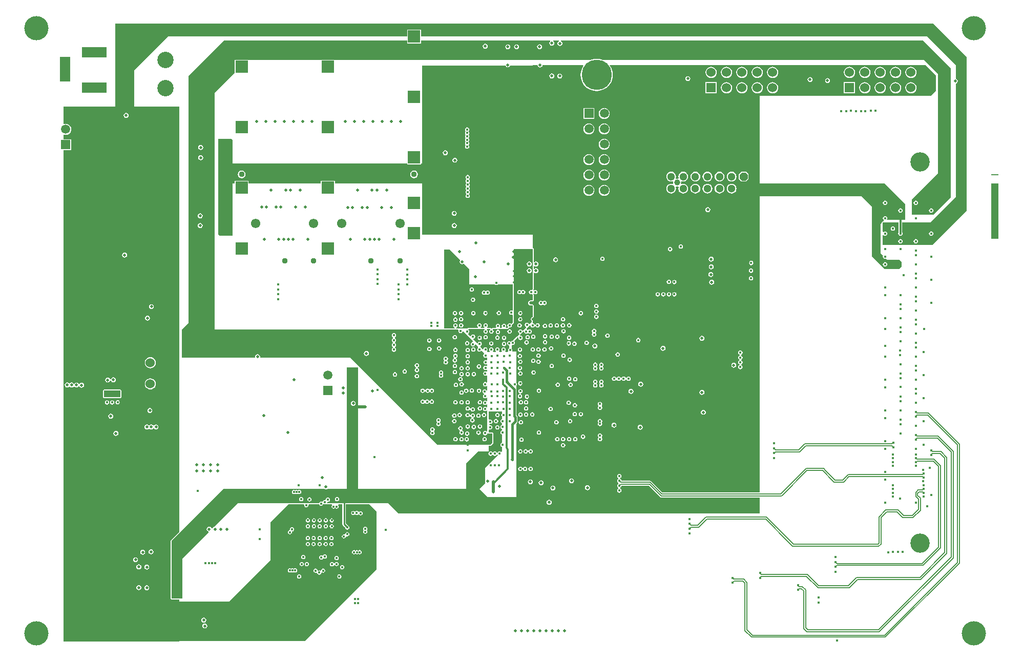
<source format=gbr>
G04 Layer_Physical_Order=4*
G04 Layer_Color=16440176*
%FSLAX43Y43*%
%MOMM*%
%TF.FileFunction,Copper,L4,Inr,Signal*%
%TF.Part,Single*%
G01*
G75*
%TA.AperFunction,Conductor*%
%ADD10C,0.305*%
%ADD51C,0.152*%
%ADD52C,0.254*%
%ADD53C,0.508*%
%TA.AperFunction,NonConductor*%
%ADD64R,1.270X0.127*%
%TA.AperFunction,ComponentPad*%
%ADD73R,1.524X1.524*%
%ADD74C,1.524*%
%ADD75R,1.651X4.064*%
%ADD76R,4.064X1.651*%
%TA.AperFunction,ViaPad*%
%ADD77C,3.200*%
%ADD78C,4.000*%
%TA.AperFunction,ComponentPad*%
%ADD79C,1.550*%
%ADD80C,2.700*%
%ADD81C,1.000*%
%ADD82C,1.300*%
G04:AMPARAMS|DCode=83|XSize=1.3mm|YSize=1.3mm|CornerRadius=0mm|HoleSize=0mm|Usage=FLASHONLY|Rotation=180.000|XOffset=0mm|YOffset=0mm|HoleType=Round|Shape=Octagon|*
%AMOCTAGOND83*
4,1,8,-0.650,0.325,-0.650,-0.325,-0.325,-0.650,0.325,-0.650,0.650,-0.325,0.650,0.325,0.325,0.650,-0.325,0.650,-0.650,0.325,0.0*
%
%ADD83OCTAGOND83*%

%ADD84R,1.500X1.500*%
%ADD85C,1.500*%
%ADD86C,0.950*%
%ADD87R,2.000X2.000*%
%TA.AperFunction,ViaPad*%
%ADD88C,5.000*%
%ADD89C,0.381*%
%ADD90C,0.406*%
%ADD91C,0.508*%
%ADD92C,0.500*%
%TA.AperFunction,Conductor*%
%ADD107C,0.406*%
%TA.AperFunction,NonConductor*%
%ADD108R,1.270X9.144*%
G36*
X152337Y95811D02*
X152210Y95741D01*
X152100Y95763D01*
X151961Y95735D01*
X151844Y95656D01*
X151765Y95539D01*
X151737Y95400D01*
X151765Y95261D01*
X151844Y95144D01*
X151961Y95065D01*
X152100Y95037D01*
X152210Y95059D01*
X152337Y94989D01*
Y94014D01*
X152000D01*
X151841Y93983D01*
X151707Y93893D01*
X151617Y93759D01*
X151586Y93600D01*
X151617Y93441D01*
X151707Y93307D01*
X151841Y93217D01*
X152000Y93186D01*
X152337D01*
Y91279D01*
X152274Y91267D01*
X152156Y91188D01*
X152078Y91071D01*
X152050Y90932D01*
X152078Y90793D01*
X152156Y90676D01*
X152201Y90646D01*
X152222Y90488D01*
X151858Y90123D01*
X151718Y90163D01*
X151656Y90256D01*
X151539Y90335D01*
X151400Y90362D01*
X151261Y90335D01*
X151143Y90256D01*
X151065Y90139D01*
X151037Y90000D01*
X151065Y89861D01*
X151143Y89743D01*
X151236Y89681D01*
X151277Y89542D01*
X150766Y89031D01*
X150702Y89033D01*
X150625Y89063D01*
X150606Y89081D01*
X150556Y89156D01*
X150439Y89235D01*
X150300Y89263D01*
X150161Y89235D01*
X150044Y89156D01*
X149965Y89039D01*
X149937Y88900D01*
X149965Y88761D01*
X150044Y88644D01*
X150119Y88594D01*
X150152Y88447D01*
X150130Y88425D01*
X150115Y88388D01*
X150089Y88357D01*
X150089Y88354D01*
X149809Y88074D01*
X149807Y88074D01*
X149775Y88049D01*
X149738Y88033D01*
X149193Y87488D01*
X149190Y87480D01*
X149182Y87476D01*
X149169Y87435D01*
X149129Y87395D01*
X149060Y87408D01*
X148921Y87381D01*
X148804Y87302D01*
X148754Y87228D01*
X148640Y87305D01*
X148501Y87332D01*
X148362Y87305D01*
X148245Y87226D01*
X148166Y87108D01*
X148139Y86970D01*
X148166Y86831D01*
X148245Y86713D01*
X148362Y86635D01*
X148500Y86607D01*
Y86138D01*
X148489Y86136D01*
X148372Y86058D01*
X148293Y85940D01*
X148266Y85801D01*
X148293Y85662D01*
X148302Y85649D01*
X148234Y85522D01*
X147843D01*
X147806Y85622D01*
X147800Y85649D01*
X147876Y85762D01*
X147904Y85901D01*
X147876Y86039D01*
X147797Y86157D01*
X147680Y86236D01*
X147541Y86263D01*
X147402Y86236D01*
X147285Y86157D01*
X147206Y86039D01*
X147178Y85901D01*
X147206Y85762D01*
X147282Y85649D01*
X147276Y85622D01*
X147239Y85522D01*
X146843D01*
X146806Y85622D01*
X146800Y85649D01*
X146876Y85762D01*
X146904Y85901D01*
X146876Y86039D01*
X146797Y86157D01*
X146680Y86236D01*
X146541Y86263D01*
X146402Y86236D01*
X146285Y86157D01*
X146206Y86039D01*
X146178Y85901D01*
X146206Y85762D01*
X146282Y85649D01*
X146276Y85622D01*
X146239Y85522D01*
X145843D01*
X145806Y85622D01*
X145800Y85649D01*
X145876Y85762D01*
X145904Y85901D01*
X145876Y86039D01*
X145797Y86157D01*
X145680Y86236D01*
X145541Y86263D01*
X145402Y86236D01*
X145285Y86157D01*
X145206Y86039D01*
X145178Y85901D01*
X145206Y85762D01*
X145282Y85649D01*
X145276Y85622D01*
X145239Y85522D01*
X144843D01*
X144806Y85622D01*
X144800Y85649D01*
X144876Y85762D01*
X144904Y85901D01*
X144876Y86039D01*
X144797Y86157D01*
X144680Y86236D01*
X144541Y86263D01*
X144402Y86236D01*
X144285Y86157D01*
X144206Y86039D01*
X144198Y85998D01*
X144060Y85959D01*
X143696Y86348D01*
X143741Y86486D01*
X143748Y86488D01*
X143866Y86566D01*
X143944Y86684D01*
X143972Y86823D01*
X143944Y86962D01*
X143866Y87079D01*
X143748Y87158D01*
X143609Y87185D01*
X143471Y87158D01*
X143353Y87079D01*
X143284Y86975D01*
X143208Y86943D01*
X143155Y86927D01*
X142547Y87578D01*
X142591Y87716D01*
X142646Y87727D01*
X142763Y87805D01*
X142842Y87923D01*
X142869Y88062D01*
X142842Y88201D01*
X142763Y88318D01*
X142646Y88397D01*
X142507Y88424D01*
X142368Y88397D01*
X142250Y88318D01*
X142172Y88201D01*
X142166Y88171D01*
X142029Y88132D01*
X141726Y88455D01*
X141752Y88614D01*
X141797Y88644D01*
X141876Y88762D01*
X141904Y88901D01*
X141876Y89039D01*
X141797Y89157D01*
X141726Y89205D01*
X141764Y89332D01*
X144378D01*
X144416Y89205D01*
X144344Y89156D01*
X144265Y89039D01*
X144237Y88900D01*
X144265Y88761D01*
X144344Y88644D01*
X144461Y88565D01*
X144600Y88537D01*
X144739Y88565D01*
X144856Y88644D01*
X144935Y88761D01*
X144963Y88900D01*
X144935Y89039D01*
X144856Y89156D01*
X144784Y89205D01*
X144822Y89332D01*
X145318D01*
X145356Y89205D01*
X145285Y89157D01*
X145206Y89039D01*
X145178Y88901D01*
X145206Y88762D01*
X145285Y88644D01*
X145402Y88566D01*
X145541Y88538D01*
X145680Y88566D01*
X145797Y88644D01*
X145876Y88762D01*
X145904Y88901D01*
X145876Y89039D01*
X145797Y89157D01*
X145726Y89205D01*
X145764Y89332D01*
X148279D01*
X148494Y89547D01*
X148541Y89538D01*
X148680Y89566D01*
X148797Y89644D01*
X148876Y89762D01*
X148904Y89901D01*
X148894Y89947D01*
X149238Y90291D01*
X149238Y102540D01*
X152337Y102540D01*
X152337Y95811D01*
D02*
G37*
G36*
X166866Y64191D02*
X166868Y64173D01*
X166871Y64155D01*
X166876Y64138D01*
X166882Y64122D01*
X166890Y64106D01*
X166899Y64090D01*
X166910Y64075D01*
X166922Y64060D01*
X166935Y64045D01*
X166828Y63938D01*
X166813Y63951D01*
X166798Y63963D01*
X166783Y63974D01*
X166767Y63983D01*
X166751Y63991D01*
X166735Y63997D01*
X166718Y64002D01*
X166700Y64005D01*
X166683Y64007D01*
X166664Y64008D01*
X166865Y64209D01*
X166866Y64191D01*
D02*
G37*
G36*
X216471Y139802D02*
X218605D01*
Y139751D01*
X224092Y134264D01*
X224092Y108892D01*
X218400Y103200D01*
X210200D01*
Y104800D01*
X210327Y104839D01*
X210334Y104829D01*
X210451Y104750D01*
X210590Y104722D01*
X210729Y104750D01*
X210846Y104829D01*
X210925Y104946D01*
X210953Y105085D01*
X210925Y105224D01*
X210846Y105341D01*
X210729Y105420D01*
X210590Y105448D01*
X210451Y105420D01*
X210334Y105341D01*
X210327Y105331D01*
X210200Y105370D01*
Y106900D01*
X212819D01*
Y105260D01*
X212795Y105224D01*
X212767Y105085D01*
X212795Y104946D01*
X212874Y104829D01*
X212991Y104750D01*
X213130Y104722D01*
X213269Y104750D01*
X213386Y104829D01*
X213465Y104946D01*
X213493Y105085D01*
X213465Y105224D01*
X213441Y105260D01*
Y106900D01*
X218100D01*
X222339Y111139D01*
X222339Y129887D01*
X222371Y129894D01*
X222505Y129984D01*
X222595Y130118D01*
X222626Y130277D01*
X222595Y130435D01*
X222505Y130570D01*
X222371Y130659D01*
X222339Y130666D01*
Y132842D01*
X217538Y137643D01*
X133906Y137643D01*
Y138791D01*
X131601D01*
Y137643D01*
X92062Y137643D01*
X86500Y132080D01*
Y126086D01*
X93917Y126086D01*
X93917Y55750D01*
X92578Y54411D01*
X92530Y54295D01*
Y44795D01*
X92578Y44678D01*
X92695Y44630D01*
X93917Y44630D01*
Y44272D01*
X102197D01*
X109004Y51079D01*
Y57328D01*
X112011Y60335D01*
X114488D01*
X114592Y60208D01*
X114590Y60198D01*
X114617Y60064D01*
X114693Y59951D01*
X114806Y59875D01*
X114940Y59848D01*
X115074Y59875D01*
X115187Y59951D01*
X115263Y60064D01*
X115289Y60198D01*
X115287Y60208D01*
X115392Y60335D01*
X117030D01*
X117045Y60327D01*
X117047Y60318D01*
X117123Y60205D01*
X117236Y60129D01*
X117370Y60102D01*
X117504Y60129D01*
X117617Y60205D01*
X117693Y60318D01*
X117705Y60376D01*
X117872D01*
X118000Y60350D01*
X118128Y60376D01*
X118350D01*
X118379Y60364D01*
X118423Y60337D01*
X118436Y60340D01*
X118448Y60335D01*
X119172D01*
X119209Y60240D01*
X119215Y60208D01*
X119143Y60100D01*
X119117Y59966D01*
X119143Y59833D01*
X119219Y59719D01*
X119333Y59643D01*
X119466Y59617D01*
X119600Y59643D01*
X119612Y59651D01*
X119716Y59717D01*
X119821Y59651D01*
X119833Y59643D01*
X119966Y59617D01*
X120100Y59643D01*
X120214Y59719D01*
X120289Y59833D01*
X120316Y59966D01*
X120289Y60100D01*
X120217Y60208D01*
X120224Y60240D01*
X120260Y60335D01*
X120915D01*
Y57065D01*
X120915Y57065D01*
X120937Y56956D01*
X120999Y56864D01*
X121316Y56547D01*
X121323Y56530D01*
X121336Y56516D01*
X121350Y56501D01*
X121350Y56500D01*
X121377Y56366D01*
X121453Y56253D01*
X121566Y56177D01*
X121700Y56150D01*
X121834Y56177D01*
X121947Y56253D01*
X122023Y56366D01*
X122049Y56500D01*
X122023Y56634D01*
X121947Y56747D01*
X121869Y56799D01*
X121847Y56821D01*
X121815Y56861D01*
X121796Y56872D01*
X121485Y57183D01*
Y60335D01*
X125326D01*
X126556Y59106D01*
Y49606D01*
X114694Y37744D01*
X93917D01*
Y37694D01*
X74816D01*
X74816Y118859D01*
X76099D01*
Y120663D01*
X74816D01*
Y121368D01*
X74921Y121438D01*
X74961Y121422D01*
X75197Y121391D01*
X75432Y121422D01*
X75652Y121513D01*
X75840Y121657D01*
X75985Y121846D01*
X76076Y122065D01*
X76107Y122301D01*
X76076Y122537D01*
X75985Y122756D01*
X75840Y122945D01*
X75652Y123089D01*
X75432Y123180D01*
X75197Y123211D01*
X74961Y123180D01*
X74921Y123164D01*
X74816Y123234D01*
Y126086D01*
X83376Y126086D01*
Y139802D01*
X215545Y139802D01*
X215545Y139802D01*
X216471Y139802D01*
D02*
G37*
G36*
X146353Y64036D02*
X146100Y63873D01*
X146045Y64205D01*
X146051Y64202D01*
X146059Y64202D01*
X146068Y64204D01*
X146078Y64209D01*
X146091Y64216D01*
X146105Y64226D01*
X146120Y64239D01*
X146156Y64271D01*
X146177Y64291D01*
X146353Y64036D01*
D02*
G37*
G36*
X121744Y56685D02*
X121516Y56548D01*
X121516Y56552D01*
X121514Y56558D01*
X121511Y56564D01*
X121506Y56572D01*
X121499Y56581D01*
X121480Y56603D01*
X121455Y56630D01*
X121440Y56646D01*
X121686Y56759D01*
X121744Y56685D01*
D02*
G37*
G36*
X215870Y71768D02*
X215871Y71757D01*
X215873Y71745D01*
X215878Y71733D01*
X215884Y71720D01*
X215892Y71707D01*
X215901Y71693D01*
X215912Y71679D01*
X215925Y71664D01*
X215940Y71649D01*
X215832Y71541D01*
X215817Y71556D01*
X215788Y71580D01*
X215774Y71589D01*
X215761Y71597D01*
X215748Y71603D01*
X215736Y71608D01*
X215724Y71610D01*
X215713Y71611D01*
X215702Y71610D01*
X215871Y71779D01*
X215870Y71768D01*
D02*
G37*
G36*
X202673Y50166D02*
X202660Y50151D01*
X202648Y50136D01*
X202637Y50121D01*
X202628Y50105D01*
X202620Y50089D01*
X202614Y50073D01*
X202609Y50056D01*
X202606Y50038D01*
X202604Y50020D01*
X202603Y50002D01*
X202402Y50203D01*
X202420Y50204D01*
X202438Y50206D01*
X202456Y50209D01*
X202473Y50214D01*
X202489Y50220D01*
X202505Y50228D01*
X202521Y50237D01*
X202536Y50248D01*
X202551Y50260D01*
X202566Y50273D01*
X202673Y50166D01*
D02*
G37*
G36*
X202604Y50780D02*
X202606Y50762D01*
X202609Y50744D01*
X202614Y50727D01*
X202620Y50711D01*
X202628Y50695D01*
X202637Y50679D01*
X202648Y50664D01*
X202660Y50649D01*
X202673Y50634D01*
X202566Y50527D01*
X202551Y50540D01*
X202536Y50552D01*
X202521Y50563D01*
X202505Y50572D01*
X202489Y50580D01*
X202473Y50586D01*
X202456Y50591D01*
X202438Y50594D01*
X202420Y50596D01*
X202402Y50597D01*
X202603Y50798D01*
X202604Y50780D01*
D02*
G37*
G36*
X215940Y71211D02*
X215925Y71196D01*
X215901Y71167D01*
X215892Y71153D01*
X215884Y71140D01*
X215878Y71127D01*
X215873Y71115D01*
X215871Y71103D01*
X215870Y71092D01*
X215871Y71081D01*
X215702Y71250D01*
X215713Y71249D01*
X215724Y71250D01*
X215736Y71252D01*
X215748Y71257D01*
X215761Y71263D01*
X215774Y71271D01*
X215788Y71280D01*
X215802Y71291D01*
X215817Y71304D01*
X215832Y71319D01*
X215940Y71211D01*
D02*
G37*
G36*
X211789Y70034D02*
X211818Y70010D01*
X211832Y70001D01*
X211845Y69993D01*
X211858Y69987D01*
X211870Y69982D01*
X211882Y69980D01*
X211893Y69979D01*
X211904Y69980D01*
X211736Y69811D01*
X211736Y69822D01*
X211735Y69833D01*
X211733Y69845D01*
X211729Y69857D01*
X211722Y69870D01*
X211715Y69883D01*
X211705Y69897D01*
X211694Y69911D01*
X211681Y69926D01*
X211666Y69941D01*
X211774Y70049D01*
X211789Y70034D01*
D02*
G37*
G36*
X211904Y70340D02*
X211893Y70341D01*
X211882Y70340D01*
X211870Y70338D01*
X211858Y70333D01*
X211845Y70327D01*
X211832Y70319D01*
X211818Y70310D01*
X211804Y70299D01*
X211789Y70286D01*
X211774Y70271D01*
X211666Y70379D01*
X211681Y70394D01*
X211705Y70423D01*
X211715Y70437D01*
X211722Y70450D01*
X211729Y70463D01*
X211733Y70475D01*
X211735Y70487D01*
X211736Y70498D01*
X211736Y70509D01*
X211904Y70340D01*
D02*
G37*
G36*
X192495Y69563D02*
X192497Y69545D01*
X192500Y69528D01*
X192505Y69511D01*
X192511Y69494D01*
X192519Y69478D01*
X192528Y69462D01*
X192539Y69447D01*
X192551Y69432D01*
X192564Y69418D01*
X192456Y69310D01*
X192442Y69323D01*
X192427Y69335D01*
X192412Y69346D01*
X192396Y69355D01*
X192380Y69363D01*
X192363Y69369D01*
X192346Y69374D01*
X192329Y69378D01*
X192311Y69379D01*
X192293Y69380D01*
X192494Y69581D01*
X192495Y69563D01*
D02*
G37*
G36*
X215940Y75021D02*
X215925Y75006D01*
X215901Y74977D01*
X215892Y74963D01*
X215884Y74950D01*
X215878Y74937D01*
X215873Y74925D01*
X215871Y74913D01*
X215870Y74902D01*
X215871Y74891D01*
X215702Y75060D01*
X215713Y75059D01*
X215724Y75060D01*
X215736Y75062D01*
X215748Y75067D01*
X215761Y75073D01*
X215774Y75081D01*
X215788Y75090D01*
X215802Y75101D01*
X215817Y75114D01*
X215832Y75129D01*
X215940Y75021D01*
D02*
G37*
G36*
X218410Y69228D02*
X218411Y69217D01*
X218413Y69205D01*
X218418Y69193D01*
X218424Y69180D01*
X218432Y69167D01*
X218441Y69153D01*
X218452Y69139D01*
X218465Y69124D01*
X218480Y69109D01*
X218372Y69001D01*
X218357Y69016D01*
X218328Y69040D01*
X218314Y69049D01*
X218301Y69057D01*
X218288Y69063D01*
X218276Y69068D01*
X218264Y69070D01*
X218253Y69071D01*
X218242Y69070D01*
X218411Y69239D01*
X218410Y69228D01*
D02*
G37*
G36*
X218480Y68671D02*
X218465Y68656D01*
X218441Y68627D01*
X218432Y68613D01*
X218424Y68600D01*
X218418Y68587D01*
X218413Y68575D01*
X218411Y68563D01*
X218410Y68552D01*
X218411Y68541D01*
X218242Y68710D01*
X218253Y68709D01*
X218264Y68710D01*
X218276Y68712D01*
X218288Y68717D01*
X218301Y68723D01*
X218314Y68731D01*
X218328Y68740D01*
X218342Y68751D01*
X218357Y68764D01*
X218372Y68779D01*
X218480Y68671D01*
D02*
G37*
G36*
X178573Y56466D02*
X178560Y56451D01*
X178548Y56436D01*
X178537Y56421D01*
X178528Y56405D01*
X178520Y56389D01*
X178514Y56373D01*
X178509Y56356D01*
X178506Y56338D01*
X178504Y56320D01*
X178503Y56302D01*
X178302Y56503D01*
X178320Y56504D01*
X178338Y56506D01*
X178356Y56509D01*
X178373Y56514D01*
X178389Y56520D01*
X178405Y56528D01*
X178421Y56537D01*
X178436Y56548D01*
X178451Y56560D01*
X178466Y56573D01*
X178573Y56466D01*
D02*
G37*
G36*
X192564Y68949D02*
X192551Y68934D01*
X192539Y68919D01*
X192528Y68904D01*
X192519Y68888D01*
X192511Y68872D01*
X192505Y68856D01*
X192500Y68839D01*
X192497Y68821D01*
X192495Y68804D01*
X192494Y68785D01*
X192293Y68986D01*
X192311Y68987D01*
X192329Y68989D01*
X192346Y68992D01*
X192363Y68997D01*
X192380Y69003D01*
X192396Y69011D01*
X192412Y69020D01*
X192427Y69031D01*
X192442Y69043D01*
X192456Y69056D01*
X192564Y68949D01*
D02*
G37*
G36*
X215870Y75578D02*
X215871Y75567D01*
X215873Y75555D01*
X215878Y75543D01*
X215884Y75530D01*
X215892Y75517D01*
X215901Y75503D01*
X215912Y75489D01*
X215925Y75474D01*
X215940Y75459D01*
X215832Y75351D01*
X215817Y75366D01*
X215788Y75390D01*
X215774Y75399D01*
X215761Y75407D01*
X215748Y75413D01*
X215736Y75418D01*
X215724Y75420D01*
X215713Y75421D01*
X215702Y75420D01*
X215871Y75589D01*
X215870Y75578D01*
D02*
G37*
G36*
X153167Y132918D02*
X153198Y132760D01*
X153288Y132625D01*
X153423Y132535D01*
X153581Y132504D01*
X153740Y132535D01*
X153874Y132625D01*
X153964Y132760D01*
X153996Y132918D01*
X160696D01*
X160751Y132791D01*
X160558Y132475D01*
X160398Y132089D01*
X160301Y131683D01*
X160268Y131267D01*
X160301Y130851D01*
X160398Y130445D01*
X160558Y130059D01*
X160776Y129703D01*
X161047Y129386D01*
X161365Y129115D01*
X161721Y128897D01*
X162106Y128737D01*
X162512Y128639D01*
X162928Y128607D01*
X163345Y128639D01*
X163751Y128737D01*
X164136Y128897D01*
X164492Y129115D01*
X164810Y129386D01*
X165081Y129703D01*
X165299Y130059D01*
X165459Y130445D01*
X165556Y130851D01*
X165589Y131267D01*
X165556Y131683D01*
X165459Y132089D01*
X165299Y132475D01*
X165105Y132791D01*
X165161Y132918D01*
X189903Y132918D01*
X217335Y132918D01*
X219037Y131216D01*
Y128651D01*
X218173Y127787D01*
X189903D01*
X189903Y113348D01*
X210552Y113348D01*
X213900Y110000D01*
X213900Y107300D01*
X210953D01*
X210885Y107427D01*
X210925Y107486D01*
X210953Y107625D01*
X210925Y107764D01*
X210846Y107881D01*
X210729Y107960D01*
X210590Y107988D01*
X210451Y107960D01*
X210334Y107881D01*
X210255Y107764D01*
X210227Y107625D01*
X210255Y107486D01*
X210334Y107369D01*
X210367Y107346D01*
X210384Y107184D01*
X210265Y107065D01*
X210200D01*
X210083Y107017D01*
X210035Y106900D01*
Y106835D01*
X209900Y106700D01*
Y101800D01*
X210268Y101432D01*
X210255Y101414D01*
X210227Y101275D01*
X210255Y101136D01*
X210334Y101019D01*
X210451Y100940D01*
X210590Y100912D01*
X210729Y100940D01*
X210747Y100953D01*
X211000Y100700D01*
X213000Y100700D01*
X213300Y100400D01*
X213300Y99600D01*
X212900Y99200D01*
X210500D01*
X208400Y101300D01*
Y109500D01*
X206700Y111200D01*
X189990D01*
X189903Y111287D01*
X189903Y62267D01*
X173830D01*
X171956Y64141D01*
X171880Y64191D01*
X171791Y64209D01*
X167030D01*
X167030Y64214D01*
X167019Y64238D01*
X166997Y64350D01*
X166919Y64467D01*
X166801Y64546D01*
X166799Y64546D01*
Y64676D01*
X166801Y64676D01*
X166919Y64755D01*
X166997Y64872D01*
X167025Y65011D01*
X166997Y65150D01*
X166919Y65267D01*
X166801Y65346D01*
X166662Y65374D01*
X166523Y65346D01*
X166406Y65267D01*
X166327Y65150D01*
X166300Y65011D01*
X166327Y64872D01*
X166406Y64755D01*
X166523Y64676D01*
X166525Y64676D01*
Y64546D01*
X166523Y64546D01*
X166406Y64467D01*
X166327Y64350D01*
X166300Y64211D01*
X166327Y64072D01*
X166406Y63955D01*
X166523Y63876D01*
X166525Y63876D01*
Y63746D01*
X166523Y63746D01*
X166406Y63667D01*
X166327Y63550D01*
X166300Y63411D01*
X166327Y63272D01*
X166406Y63155D01*
X166523Y63076D01*
X166525Y63076D01*
Y62946D01*
X166523Y62946D01*
X166406Y62867D01*
X166327Y62750D01*
X166300Y62611D01*
X166327Y62472D01*
X166406Y62355D01*
X166523Y62276D01*
X166662Y62248D01*
X166801Y62276D01*
X166919Y62355D01*
X166997Y62472D01*
X167025Y62611D01*
X166997Y62750D01*
X166919Y62867D01*
X166801Y62946D01*
X166799Y62946D01*
Y63076D01*
X166801Y63076D01*
X166919Y63155D01*
X166997Y63272D01*
X167019Y63384D01*
X167030Y63408D01*
X167030Y63413D01*
X171558D01*
X173335Y61635D01*
X173335Y61635D01*
X173432Y61538D01*
X173508Y61488D01*
X173597Y61470D01*
X189903D01*
Y58801D01*
X149644Y58801D01*
X130207D01*
X128508Y60500D01*
X118448D01*
X118370Y60606D01*
X118400Y60724D01*
X118468Y60757D01*
X118500Y60750D01*
X118634Y60777D01*
X118747Y60853D01*
X118823Y60966D01*
X118850Y61100D01*
X118823Y61234D01*
X118747Y61347D01*
X118634Y61423D01*
X118500Y61450D01*
X118366Y61423D01*
X118253Y61347D01*
X118177Y61234D01*
X118158Y61138D01*
X118150Y61100D01*
X118032Y61043D01*
X118000Y61050D01*
X117866Y61023D01*
X117753Y60947D01*
X117677Y60834D01*
X117673Y60815D01*
X117532Y60756D01*
X117504Y60775D01*
X117370Y60802D01*
X117236Y60775D01*
X117123Y60699D01*
X117047Y60586D01*
X117030Y60500D01*
X115105D01*
X115074Y60521D01*
X114940Y60548D01*
X114806Y60521D01*
X114775Y60500D01*
X103600D01*
X99723Y56623D01*
X99702Y56618D01*
X99567Y56529D01*
X99477Y56394D01*
X99398Y56354D01*
X99278Y56369D01*
X99188Y56503D01*
X99054Y56593D01*
X98895Y56625D01*
X98736Y56593D01*
X98602Y56503D01*
X98512Y56369D01*
X98481Y56210D01*
X98512Y56052D01*
X98602Y55917D01*
X98736Y55827D01*
X98746Y55826D01*
X98788Y55688D01*
X94473Y51373D01*
X94473Y44795D01*
X92695Y44795D01*
Y54295D01*
X101305Y62905D01*
X117909Y62905D01*
X118041Y62817D01*
X118200Y62786D01*
X118358Y62817D01*
X118491Y62905D01*
X121628D01*
X121628Y82931D01*
X123533Y82931D01*
X123533Y62905D01*
X131000Y62905D01*
Y62900D01*
X141400D01*
Y67100D01*
X143400Y69100D01*
X145100D01*
Y70041D01*
X145406D01*
X145522Y70089D01*
X145817Y70383D01*
X145865Y70500D01*
Y72000D01*
X145817Y72117D01*
X145700Y72165D01*
X145100D01*
X145100Y72658D01*
X145227Y72733D01*
X145326Y72713D01*
X145465Y72741D01*
X145583Y72819D01*
X145661Y72937D01*
X145689Y73076D01*
X145661Y73215D01*
X145583Y73332D01*
X145465Y73411D01*
X145326Y73438D01*
X145276Y73428D01*
X145161Y73516D01*
X145162Y73528D01*
X145179Y73552D01*
X145282Y73621D01*
X145377Y73602D01*
X145516Y73630D01*
X145633Y73708D01*
X145712Y73826D01*
X145740Y73965D01*
X145712Y74104D01*
X145633Y74221D01*
X145516Y74300D01*
X145377Y74327D01*
X145238Y74300D01*
X145227Y74292D01*
X145100Y74360D01*
Y75700D01*
X147300D01*
Y75395D01*
X147254Y75364D01*
X147176Y75247D01*
X147148Y75108D01*
X147176Y74969D01*
X147254Y74851D01*
X147300Y74821D01*
Y74443D01*
X147261Y74435D01*
X147143Y74356D01*
X147065Y74239D01*
X147037Y74100D01*
X147065Y73961D01*
X147143Y73843D01*
X147261Y73765D01*
X147300Y73757D01*
Y73447D01*
X147245Y73436D01*
X147127Y73358D01*
X147049Y73240D01*
X147021Y73101D01*
X147049Y72962D01*
X147127Y72845D01*
X147245Y72766D01*
X147300Y72755D01*
Y72543D01*
X147261Y72535D01*
X147144Y72456D01*
X147065Y72339D01*
X147037Y72200D01*
X147065Y72061D01*
X147144Y71944D01*
X147261Y71865D01*
X147300Y71857D01*
Y70526D01*
X147245Y70515D01*
X147127Y70437D01*
X147049Y70319D01*
X147021Y70180D01*
X147049Y70041D01*
X147127Y69924D01*
X147245Y69845D01*
X147300Y69834D01*
Y69100D01*
X147156Y68956D01*
X147156Y68956D01*
X147039Y69035D01*
X146900Y69063D01*
X146761Y69035D01*
X146644Y68956D01*
X146565Y68839D01*
X146565Y68837D01*
X146435D01*
X146435Y68839D01*
X146356Y68956D01*
X146239Y69035D01*
X146100Y69063D01*
X145961Y69035D01*
X145844Y68956D01*
X145826Y68931D01*
X145674D01*
X145656Y68956D01*
X145539Y69035D01*
X145400Y69063D01*
X145261Y69035D01*
X145144Y68956D01*
X145065Y68839D01*
X145037Y68700D01*
X145065Y68561D01*
X145144Y68444D01*
X145261Y68365D01*
X145400Y68337D01*
X145539Y68365D01*
X145656Y68444D01*
X145674Y68469D01*
X145826D01*
X145844Y68444D01*
X145961Y68365D01*
X146100Y68337D01*
X146239Y68365D01*
X146356Y68444D01*
X146435Y68561D01*
X146435Y68563D01*
X146565D01*
X146565Y68561D01*
X146644Y68444D01*
X146644Y68444D01*
X145353Y67153D01*
X145261Y67135D01*
X145144Y67056D01*
X145065Y66939D01*
X145047Y66847D01*
X144500Y66300D01*
Y63811D01*
X143589Y62900D01*
X144945Y61544D01*
X149644D01*
X149644Y73681D01*
X149731Y73767D01*
X149731Y73767D01*
X149809Y73885D01*
X149837Y74024D01*
Y74722D01*
X149837Y74722D01*
X149809Y74860D01*
X149731Y74978D01*
X149731Y74978D01*
X149651Y75058D01*
Y79311D01*
X149644Y79346D01*
Y79956D01*
X149707Y80049D01*
X149734Y80188D01*
X149707Y80327D01*
X149644Y80420D01*
X149644Y85563D01*
X149050D01*
X149019Y85599D01*
X148969Y85690D01*
X148991Y85801D01*
X148963Y85940D01*
X148900Y86034D01*
X148900Y86586D01*
X149027Y86690D01*
X149060Y86683D01*
X149199Y86711D01*
X149316Y86789D01*
X149395Y86907D01*
X149423Y87046D01*
X149395Y87185D01*
X149316Y87302D01*
X149310Y87372D01*
X149644Y87706D01*
X149821Y87883D01*
X149855Y87917D01*
X149972Y87854D01*
X149967Y87833D01*
Y87833D01*
X149995Y87694D01*
X150074Y87577D01*
X150191Y87498D01*
X150330Y87471D01*
X150469Y87498D01*
X150586Y87577D01*
X150665Y87694D01*
X150693Y87833D01*
X150665Y87972D01*
X150586Y88090D01*
X150469Y88168D01*
X150330Y88196D01*
X150309Y88192D01*
X150247Y88309D01*
X150281Y88343D01*
X150813Y88875D01*
X150870Y88869D01*
X150911Y88845D01*
X150951Y88833D01*
X150954Y88817D01*
D01*
X150960Y88787D01*
X150965Y88761D01*
X151044Y88644D01*
X151161Y88565D01*
X151300Y88537D01*
D01*
D01*
X151439Y88565D01*
X151496Y88604D01*
X151626Y88639D01*
X151743Y88560D01*
X151882Y88532D01*
X152021Y88560D01*
X152139Y88639D01*
X152217Y88756D01*
X152245Y88895D01*
X152217Y89034D01*
X152139Y89151D01*
X152021Y89230D01*
X151882Y89258D01*
X151743Y89230D01*
X151686Y89191D01*
X151556Y89156D01*
X151439Y89235D01*
X151392Y89244D01*
X151350Y89382D01*
X151394Y89425D01*
X151403Y89448D01*
X151421Y89463D01*
X151424Y89486D01*
X151855Y89917D01*
X151891Y89913D01*
X151985Y89867D01*
X152006Y89762D01*
X152085Y89644D01*
X152202Y89566D01*
X152341Y89538D01*
X152480Y89566D01*
X152597Y89644D01*
X152676Y89762D01*
X152688Y89823D01*
X152692Y89843D01*
X152822D01*
X152826Y89822D01*
X152840Y89752D01*
X152918Y89634D01*
X153036Y89556D01*
X153175Y89528D01*
X153314Y89556D01*
X153431Y89634D01*
X153510Y89752D01*
X153537Y89891D01*
X153510Y90029D01*
X153431Y90147D01*
X153314Y90226D01*
X153175Y90253D01*
X153036Y90226D01*
X152918Y90147D01*
X152840Y90029D01*
X152828Y89968D01*
X152824Y89948D01*
X152694D01*
X152690Y89969D01*
X152676Y90039D01*
X152597Y90157D01*
X152480Y90236D01*
X152399Y90252D01*
X152365Y90319D01*
X152347Y90373D01*
X152347Y90384D01*
X152354Y90388D01*
X152367Y90439D01*
X152387Y90488D01*
X152383Y90498D01*
X152386Y90510D01*
X152364Y90668D01*
X152362Y90673D01*
X152363Y90678D01*
X152337Y90717D01*
Y91110D01*
X152338Y91112D01*
X152369Y91118D01*
X152409Y91144D01*
X152453Y91163D01*
X152460Y91178D01*
X152474Y91188D01*
X152483Y91235D01*
X152502Y91279D01*
Y93186D01*
X152453Y93302D01*
X152337Y93351D01*
Y93849D01*
X152453Y93898D01*
X152502Y94014D01*
Y94989D01*
X152492Y95011D01*
X152494Y95024D01*
X152596Y95109D01*
X152596Y95109D01*
X152661Y95065D01*
X152800Y95037D01*
X152939Y95065D01*
X153056Y95144D01*
X153135Y95261D01*
X153163Y95400D01*
X153135Y95539D01*
X153056Y95656D01*
X152939Y95735D01*
X152800Y95763D01*
X152661Y95735D01*
X152596Y95691D01*
X152494Y95776D01*
X152492Y95789D01*
X152502Y95811D01*
Y98572D01*
X152532Y98595D01*
X152629Y98628D01*
X152734Y98558D01*
X152891Y98526D01*
X153048Y98558D01*
X153181Y98646D01*
X153270Y98780D01*
X153301Y98937D01*
X153270Y99094D01*
X153181Y99227D01*
X153048Y99316D01*
X152891Y99347D01*
X152734Y99316D01*
X152629Y99245D01*
X152532Y99278D01*
X152502Y99301D01*
Y99672D01*
X152532Y99695D01*
X152629Y99728D01*
X152734Y99658D01*
X152891Y99626D01*
X153048Y99658D01*
X153181Y99746D01*
X153270Y99880D01*
X153301Y100037D01*
X153270Y100194D01*
X153181Y100327D01*
X153048Y100416D01*
X152891Y100447D01*
X152734Y100416D01*
X152629Y100345D01*
X152532Y100378D01*
X152502Y100401D01*
Y102540D01*
X152453Y102656D01*
X152337Y102705D01*
Y104902D01*
X134074Y104902D01*
Y113317D01*
X119656D01*
Y113791D01*
X117351D01*
Y113317D01*
X105406D01*
Y113791D01*
X103101D01*
Y113317D01*
X102787D01*
Y104704D01*
X100654D01*
X100425Y104933D01*
Y113317D01*
X100346D01*
Y116619D01*
X100425D01*
Y120732D01*
X102559Y120757D01*
X102787Y120529D01*
Y116619D01*
X131601D01*
Y116486D01*
X133906D01*
Y116619D01*
X134074D01*
Y132800D01*
X147861D01*
X147864Y132785D01*
X147954Y132651D01*
X148089Y132561D01*
X148247Y132529D01*
X148406Y132561D01*
X148540Y132651D01*
X148630Y132785D01*
X148633Y132800D01*
X152337D01*
Y132918D01*
X153167D01*
D02*
G37*
G36*
X140391Y100668D02*
X140317Y100559D01*
X140286Y100400D01*
X140317Y100241D01*
X140407Y100107D01*
X140541Y100017D01*
X140700Y99986D01*
X140859Y100017D01*
X140968Y100090D01*
X141872Y99187D01*
Y96647D01*
X146146D01*
X146229Y96591D01*
X146368Y96564D01*
X146506Y96591D01*
X146590Y96647D01*
X149073D01*
X149073Y92400D01*
X148946Y92332D01*
X148939Y92337D01*
X148800Y92364D01*
X148661Y92337D01*
X148544Y92258D01*
X148465Y92140D01*
X148437Y92002D01*
X148465Y91863D01*
X148544Y91745D01*
X148661Y91667D01*
X148800Y91639D01*
X148939Y91667D01*
X148946Y91671D01*
X149073Y91603D01*
X149073Y90437D01*
X148795Y90159D01*
X148680Y90236D01*
X148541Y90263D01*
X148402Y90236D01*
X148285Y90157D01*
X148206Y90039D01*
X148178Y89901D01*
X148206Y89762D01*
X148283Y89647D01*
X148133Y89497D01*
X147978D01*
X147910Y89624D01*
X147935Y89661D01*
X147962Y89800D01*
X147935Y89939D01*
X147856Y90056D01*
X147739Y90135D01*
X147600Y90162D01*
X147461Y90135D01*
X147343Y90056D01*
X147265Y89939D01*
X147237Y89800D01*
X147265Y89661D01*
X147290Y89624D01*
X147222Y89497D01*
X146981D01*
X146913Y89624D01*
X146954Y89684D01*
X146981Y89823D01*
X146954Y89962D01*
X146875Y90079D01*
X146758Y90158D01*
X146619Y90185D01*
X146480Y90158D01*
X146362Y90079D01*
X146284Y89962D01*
X146256Y89823D01*
X146284Y89684D01*
X146324Y89624D01*
X146256Y89497D01*
X145764D01*
X145727Y89481D01*
X145687Y89477D01*
X145671Y89458D01*
X145648Y89448D01*
X145632Y89411D01*
X145609Y89383D01*
X145473D01*
X145450Y89411D01*
X145434Y89448D01*
X145411Y89458D01*
X145395Y89477D01*
X145355Y89481D01*
X145318Y89497D01*
X144865D01*
X144827Y89624D01*
X144856Y89644D01*
X144935Y89761D01*
X144963Y89900D01*
X144935Y90039D01*
X144856Y90156D01*
X144739Y90235D01*
X144600Y90263D01*
X144461Y90235D01*
X144344Y90156D01*
X144265Y90039D01*
X144237Y89900D01*
X144265Y89761D01*
X144344Y89644D01*
X144373Y89624D01*
X144335Y89497D01*
X143805D01*
X143767Y89624D01*
X143797Y89644D01*
X143876Y89762D01*
X143904Y89901D01*
X143876Y90039D01*
X143797Y90157D01*
X143680Y90236D01*
X143541Y90263D01*
X143402Y90236D01*
X143285Y90157D01*
X143206Y90039D01*
X143178Y89901D01*
X143206Y89762D01*
X143285Y89644D01*
X143315Y89624D01*
X143277Y89497D01*
X141764D01*
X141727Y89481D01*
X141687Y89477D01*
X141671Y89458D01*
X141648Y89448D01*
X141632Y89411D01*
X141609Y89383D01*
X139678D01*
X139666Y89510D01*
X139724Y89521D01*
X139842Y89600D01*
X139920Y89717D01*
X139948Y89856D01*
X139920Y89995D01*
X139842Y90113D01*
X139724Y90191D01*
X139585Y90219D01*
X139447Y90191D01*
X139329Y90113D01*
X139250Y89995D01*
X139223Y89856D01*
X139250Y89717D01*
X139329Y89600D01*
X139447Y89521D01*
X139505Y89510D01*
X139493Y89383D01*
X137706D01*
Y93131D01*
Y93345D01*
Y102387D01*
X138671D01*
X140391Y100668D01*
D02*
G37*
G36*
X166935Y63577D02*
X166922Y63562D01*
X166910Y63547D01*
X166899Y63532D01*
X166890Y63516D01*
X166882Y63500D01*
X166876Y63484D01*
X166871Y63467D01*
X166868Y63449D01*
X166866Y63431D01*
X166865Y63413D01*
X166664Y63614D01*
X166683Y63615D01*
X166700Y63617D01*
X166718Y63620D01*
X166735Y63625D01*
X166751Y63631D01*
X166767Y63639D01*
X166783Y63648D01*
X166798Y63659D01*
X166813Y63671D01*
X166828Y63684D01*
X166935Y63577D01*
D02*
G37*
G36*
X196476Y46343D02*
X196462Y46328D01*
X196450Y46313D01*
X196440Y46298D01*
X196430Y46282D01*
X196423Y46266D01*
X196416Y46250D01*
X196412Y46233D01*
X196408Y46215D01*
X196406Y46198D01*
X196406Y46179D01*
X196204Y46380D01*
X196223Y46381D01*
X196241Y46383D01*
X196258Y46386D01*
X196275Y46391D01*
X196292Y46397D01*
X196308Y46405D01*
X196323Y46414D01*
X196339Y46425D01*
X196354Y46437D01*
X196368Y46450D01*
X196476Y46343D01*
D02*
G37*
G36*
X196406Y46957D02*
X196408Y46939D01*
X196412Y46922D01*
X196416Y46905D01*
X196423Y46888D01*
X196430Y46872D01*
X196440Y46856D01*
X196450Y46841D01*
X196462Y46826D01*
X196476Y46812D01*
X196368Y46704D01*
X196354Y46717D01*
X196339Y46729D01*
X196323Y46740D01*
X196308Y46749D01*
X196292Y46757D01*
X196275Y46763D01*
X196258Y46768D01*
X196241Y46771D01*
X196223Y46773D01*
X196204Y46774D01*
X196406Y46975D01*
X196406Y46957D01*
D02*
G37*
G36*
X185655Y47562D02*
X185642Y47548D01*
X185630Y47533D01*
X185619Y47517D01*
X185610Y47502D01*
X185602Y47486D01*
X185596Y47469D01*
X185591Y47452D01*
X185588Y47435D01*
X185586Y47417D01*
X185585Y47398D01*
X185384Y47600D01*
X185402Y47600D01*
X185420Y47602D01*
X185438Y47606D01*
X185455Y47610D01*
X185471Y47617D01*
X185487Y47624D01*
X185503Y47634D01*
X185518Y47644D01*
X185533Y47656D01*
X185548Y47670D01*
X185655Y47562D01*
D02*
G37*
G36*
X185586Y48176D02*
X185588Y48158D01*
X185591Y48141D01*
X185596Y48124D01*
X185602Y48107D01*
X185610Y48091D01*
X185619Y48075D01*
X185630Y48060D01*
X185642Y48045D01*
X185655Y48031D01*
X185548Y47923D01*
X185533Y47937D01*
X185518Y47949D01*
X185503Y47959D01*
X185487Y47968D01*
X185471Y47976D01*
X185455Y47982D01*
X185438Y47987D01*
X185420Y47991D01*
X185402Y47993D01*
X185384Y47993D01*
X185585Y48194D01*
X185586Y48176D01*
D02*
G37*
G36*
X131601Y136982D02*
Y136486D01*
X133906D01*
Y136982D01*
X155236D01*
X155274Y136855D01*
X155219Y136818D01*
X155129Y136684D01*
X155097Y136525D01*
X155129Y136366D01*
X155219Y136232D01*
X155353Y136142D01*
X155512Y136111D01*
X155670Y136142D01*
X155805Y136232D01*
X155894Y136366D01*
X155926Y136525D01*
X155894Y136684D01*
X155805Y136818D01*
X155749Y136855D01*
X155787Y136982D01*
X156678D01*
X156699Y136857D01*
X156565Y136767D01*
X156475Y136633D01*
X156443Y136474D01*
X156475Y136316D01*
X156565Y136181D01*
X156699Y136091D01*
X156858Y136060D01*
X157016Y136091D01*
X157151Y136181D01*
X157241Y136316D01*
X157272Y136474D01*
X157241Y136633D01*
X157151Y136767D01*
X157016Y136857D01*
X157038Y136982D01*
X216853Y136982D01*
X221501Y132334D01*
X221501Y129477D01*
X221501D01*
Y111100D01*
X218580Y108179D01*
X215049D01*
Y110719D01*
X219342Y115011D01*
Y131470D01*
X217081Y133731D01*
X163911Y133731D01*
X163751Y133798D01*
X163345Y133895D01*
X162928Y133928D01*
X162512Y133895D01*
X162106Y133798D01*
X161945Y133731D01*
X119656Y133731D01*
Y133791D01*
X117351D01*
Y133731D01*
X105406D01*
Y133791D01*
X103101D01*
Y131663D01*
X99809Y128372D01*
X99809Y89230D01*
X137676Y89230D01*
X137706Y89218D01*
X139493D01*
X139523Y89230D01*
X139648D01*
X139678Y89218D01*
X140017D01*
X140096Y89091D01*
X140078Y89001D01*
X140106Y88862D01*
X140185Y88744D01*
X140302Y88666D01*
X140441Y88638D01*
X140580Y88666D01*
X140697Y88744D01*
X140776Y88862D01*
X140779Y88878D01*
X140916Y88917D01*
X142456Y87283D01*
X142412Y87145D01*
X142361Y87135D01*
X142243Y87056D01*
X142165Y86939D01*
X142137Y86800D01*
X142165Y86661D01*
X142243Y86543D01*
X142361Y86465D01*
X142500Y86437D01*
X142639Y86465D01*
X142756Y86543D01*
X142835Y86661D01*
X142840Y86690D01*
X142978Y86729D01*
X143341Y86343D01*
X143320Y86181D01*
X143285Y86157D01*
X143206Y86039D01*
X143178Y85901D01*
X143206Y85762D01*
X143285Y85644D01*
X143402Y85566D01*
X143541Y85538D01*
X143680Y85566D01*
X143797Y85644D01*
X143809Y85662D01*
X143971Y85675D01*
X144324Y85300D01*
X144310Y85174D01*
X144285Y85157D01*
X144206Y85039D01*
X144178Y84901D01*
X144206Y84762D01*
X144285Y84644D01*
X144402Y84566D01*
X144541Y84538D01*
X144680Y84566D01*
X144742Y84607D01*
X144869Y84540D01*
Y84217D01*
X144791Y84175D01*
X144742Y84161D01*
X144619Y84185D01*
X144480Y84158D01*
X144362Y84079D01*
X144284Y83962D01*
X144256Y83823D01*
X144284Y83684D01*
X144362Y83566D01*
X144480Y83488D01*
X144619Y83460D01*
X144742Y83485D01*
X144791Y83470D01*
X144869Y83428D01*
Y83261D01*
X144742Y83194D01*
X144680Y83236D01*
X144541Y83263D01*
X144402Y83236D01*
X144285Y83157D01*
X144206Y83039D01*
X144178Y82901D01*
X144206Y82762D01*
X144285Y82644D01*
X144402Y82566D01*
X144541Y82538D01*
X144680Y82566D01*
X144742Y82607D01*
X144869Y82540D01*
Y82323D01*
X144742Y82258D01*
X144678Y82301D01*
X144539Y82328D01*
X144400Y82301D01*
X144282Y82222D01*
X144204Y82105D01*
X144176Y81966D01*
X144204Y81827D01*
X144282Y81709D01*
X144400Y81631D01*
X144539Y81603D01*
X144678Y81631D01*
X144742Y81674D01*
X144869Y81609D01*
Y80496D01*
X144771Y80459D01*
X144742Y80454D01*
X144629Y80529D01*
X144491Y80556D01*
X144352Y80529D01*
X144234Y80450D01*
X144156Y80333D01*
X144128Y80194D01*
X144156Y80055D01*
X144234Y79937D01*
X144352Y79859D01*
X144491Y79831D01*
X144629Y79859D01*
X144742Y79934D01*
X144771Y79928D01*
X144869Y79891D01*
Y79116D01*
X144742Y79103D01*
X144735Y79139D01*
X144656Y79256D01*
X144539Y79335D01*
X144400Y79363D01*
X144261Y79335D01*
X144144Y79256D01*
X144065Y79139D01*
X144037Y79000D01*
X144065Y78861D01*
X144144Y78744D01*
X144261Y78665D01*
X144326Y78652D01*
X144338Y78611D01*
X144339Y78520D01*
X144243Y78456D01*
X144165Y78339D01*
X144137Y78200D01*
X144165Y78061D01*
X144243Y77943D01*
X144361Y77865D01*
X144500Y77837D01*
X144639Y77865D01*
X144742Y77934D01*
X144805Y77918D01*
X144869Y77884D01*
Y77416D01*
X144805Y77382D01*
X144742Y77366D01*
X144639Y77435D01*
X144500Y77463D01*
X144361Y77435D01*
X144244Y77356D01*
X144165Y77239D01*
X144137Y77100D01*
X144165Y76961D01*
X144244Y76844D01*
X144361Y76765D01*
X144500Y76737D01*
X144639Y76765D01*
X144742Y76834D01*
X144805Y76818D01*
X144869Y76784D01*
Y76416D01*
X144805Y76382D01*
X144742Y76366D01*
X144639Y76435D01*
X144500Y76463D01*
X144361Y76435D01*
X144244Y76356D01*
X144165Y76239D01*
X144137Y76100D01*
X144165Y75961D01*
X144244Y75844D01*
X144361Y75765D01*
X144500Y75737D01*
X144639Y75765D01*
X144742Y75834D01*
X144805Y75818D01*
X144869Y75784D01*
Y72398D01*
X144784Y72363D01*
X144742Y72353D01*
X144632Y72427D01*
X144494Y72454D01*
X144355Y72427D01*
X144237Y72348D01*
X144159Y72230D01*
X144131Y72092D01*
X144159Y71953D01*
X144237Y71835D01*
X144355Y71757D01*
X144494Y71729D01*
X144632Y71757D01*
X144696Y71799D01*
X144742Y71830D01*
D01*
X144750Y71835D01*
X144829Y71953D01*
X144838Y72000D01*
X145700D01*
Y70500D01*
X145406Y70206D01*
X143904D01*
X136614Y70206D01*
X122239Y84580D01*
X107391Y84580D01*
X107310Y84678D01*
X107314Y84700D01*
X107283Y84859D01*
X107193Y84993D01*
X107059Y85083D01*
X106900Y85114D01*
X106741Y85083D01*
X106607Y84993D01*
X106517Y84859D01*
X106486Y84700D01*
X106490Y84678D01*
X106409Y84580D01*
X94348Y84580D01*
Y89230D01*
X94482D01*
X94449Y89330D01*
X95466Y90348D01*
X95466Y131140D01*
X101308Y136982D01*
X131601D01*
D02*
G37*
G36*
X178504Y57080D02*
X178506Y57062D01*
X178509Y57044D01*
X178514Y57027D01*
X178520Y57011D01*
X178528Y56995D01*
X178537Y56979D01*
X178548Y56964D01*
X178560Y56949D01*
X178573Y56934D01*
X178466Y56827D01*
X178451Y56840D01*
X178436Y56852D01*
X178421Y56863D01*
X178405Y56872D01*
X178389Y56880D01*
X178373Y56886D01*
X178356Y56891D01*
X178338Y56894D01*
X178320Y56896D01*
X178302Y56897D01*
X178503Y57098D01*
X178504Y57080D01*
D02*
G37*
G36*
X190202Y48349D02*
X190188Y48335D01*
X190176Y48320D01*
X190166Y48305D01*
X190157Y48289D01*
X190149Y48273D01*
X190143Y48256D01*
X190138Y48239D01*
X190134Y48222D01*
X190132Y48204D01*
X190132Y48186D01*
X189931Y48387D01*
X189949Y48388D01*
X189967Y48389D01*
X189984Y48393D01*
X190001Y48398D01*
X190018Y48404D01*
X190034Y48412D01*
X190050Y48421D01*
X190065Y48432D01*
X190080Y48444D01*
X190094Y48457D01*
X190202Y48349D01*
D02*
G37*
G36*
X190132Y48963D02*
X190134Y48946D01*
X190138Y48928D01*
X190143Y48911D01*
X190149Y48895D01*
X190157Y48879D01*
X190166Y48863D01*
X190176Y48848D01*
X190188Y48833D01*
X190202Y48818D01*
X190094Y48711D01*
X190080Y48724D01*
X190065Y48736D01*
X190050Y48747D01*
X190034Y48756D01*
X190018Y48764D01*
X190001Y48770D01*
X189984Y48775D01*
X189967Y48778D01*
X189949Y48780D01*
X189931Y48781D01*
X190132Y48982D01*
X190132Y48963D01*
D02*
G37*
%LPC*%
G36*
X151791Y99347D02*
X151634Y99316D01*
X151501Y99227D01*
X151412Y99094D01*
X151381Y98937D01*
X151412Y98780D01*
X151501Y98646D01*
X151634Y98558D01*
X151791Y98526D01*
X151948Y98558D01*
X152081Y98646D01*
X152170Y98780D01*
X152201Y98937D01*
X152170Y99094D01*
X152081Y99227D01*
X151948Y99316D01*
X151791Y99347D01*
D02*
G37*
G36*
X150800Y95763D02*
X150661Y95735D01*
X150544Y95656D01*
X150456D01*
X150339Y95735D01*
X150200Y95763D01*
X150061Y95735D01*
X149944Y95656D01*
X149865Y95539D01*
X149837Y95400D01*
X149865Y95261D01*
X149944Y95144D01*
X150061Y95065D01*
X150200Y95037D01*
X150339Y95065D01*
X150456Y95144D01*
X150544D01*
X150661Y95065D01*
X150800Y95037D01*
X150939Y95065D01*
X151056Y95144D01*
X151135Y95261D01*
X151163Y95400D01*
X151135Y95539D01*
X151056Y95656D01*
X150939Y95735D01*
X150800Y95763D01*
D02*
G37*
G36*
X151791Y100447D02*
X151634Y100416D01*
X151501Y100327D01*
X151412Y100194D01*
X151381Y100037D01*
X151412Y99880D01*
X151501Y99746D01*
X151634Y99658D01*
X151791Y99626D01*
X151948Y99658D01*
X152081Y99746D01*
X152170Y99880D01*
X152201Y100037D01*
X152170Y100194D01*
X152081Y100327D01*
X151948Y100416D01*
X151791Y100447D01*
D02*
G37*
G36*
X147619Y87185D02*
X147480Y87158D01*
X147362Y87079D01*
X147284Y86962D01*
X147256Y86823D01*
X147284Y86684D01*
X147362Y86566D01*
X147480Y86488D01*
X147619Y86460D01*
X147758Y86488D01*
X147875Y86566D01*
X147954Y86684D01*
X147981Y86823D01*
X147954Y86962D01*
X147875Y87079D01*
X147758Y87158D01*
X147619Y87185D01*
D02*
G37*
G36*
X145529Y87256D02*
X145391Y87228D01*
X145273Y87150D01*
X145194Y87032D01*
X145167Y86893D01*
X145194Y86755D01*
X145273Y86637D01*
X145391Y86558D01*
X145529Y86531D01*
X145668Y86558D01*
X145786Y86637D01*
X145864Y86755D01*
X145892Y86893D01*
X145864Y87032D01*
X145786Y87150D01*
X145668Y87228D01*
X145529Y87256D01*
D02*
G37*
G36*
X150300Y92263D02*
X150161Y92235D01*
X150044Y92156D01*
X149965Y92039D01*
X149937Y91900D01*
X149965Y91761D01*
X150044Y91644D01*
X150161Y91565D01*
X150300Y91537D01*
X150439Y91565D01*
X150556Y91644D01*
X150635Y91761D01*
X150663Y91900D01*
X150635Y92039D01*
X150556Y92156D01*
X150439Y92235D01*
X150300Y92263D01*
D02*
G37*
G36*
Y91263D02*
X150161Y91235D01*
X150044Y91156D01*
X149965Y91039D01*
X149937Y90900D01*
X149965Y90761D01*
X150044Y90644D01*
X150161Y90565D01*
X150300Y90537D01*
X150439Y90565D01*
X150556Y90644D01*
X150635Y90761D01*
X150663Y90900D01*
X150635Y91039D01*
X150556Y91156D01*
X150439Y91235D01*
X150300Y91263D01*
D02*
G37*
G36*
X144564Y88297D02*
X144425Y88270D01*
X144308Y88191D01*
X144229Y88074D01*
X144202Y87935D01*
X144229Y87796D01*
X144308Y87678D01*
X144425Y87600D01*
X144564Y87572D01*
X144703Y87600D01*
X144821Y87678D01*
X144899Y87796D01*
X144927Y87935D01*
X144899Y88074D01*
X144821Y88191D01*
X144703Y88270D01*
X144564Y88297D01*
D02*
G37*
G36*
X143609Y88185D02*
X143471Y88158D01*
X143353Y88079D01*
X143274Y87962D01*
X143247Y87823D01*
X143274Y87684D01*
X143353Y87566D01*
X143471Y87488D01*
X143609Y87460D01*
X143748Y87488D01*
X143866Y87566D01*
X143944Y87684D01*
X143972Y87823D01*
X143944Y87962D01*
X143866Y88079D01*
X143748Y88158D01*
X143609Y88185D01*
D02*
G37*
G36*
X147619D02*
X147480Y88158D01*
X147362Y88079D01*
X147284Y87962D01*
X147256Y87823D01*
X147284Y87684D01*
X147362Y87566D01*
X147480Y87488D01*
X147619Y87460D01*
X147758Y87488D01*
X147875Y87566D01*
X147954Y87684D01*
X147981Y87823D01*
X147954Y87962D01*
X147875Y88079D01*
X147758Y88158D01*
X147619Y88185D01*
D02*
G37*
G36*
X146541Y88263D02*
X146402Y88236D01*
X146285Y88157D01*
X146206Y88039D01*
X146178Y87901D01*
X146206Y87762D01*
X146285Y87644D01*
X146402Y87566D01*
X146541Y87538D01*
X146680Y87566D01*
X146797Y87644D01*
X146876Y87762D01*
X146904Y87901D01*
X146876Y88039D01*
X146797Y88157D01*
X146680Y88236D01*
X146541Y88263D01*
D02*
G37*
G36*
X150200Y90262D02*
X150061Y90235D01*
X149943Y90156D01*
X149865Y90039D01*
X149837Y89900D01*
X149865Y89761D01*
X149943Y89643D01*
X150061Y89565D01*
X150200Y89537D01*
X150339Y89565D01*
X150456Y89643D01*
X150535Y89761D01*
X150562Y89900D01*
X150535Y90039D01*
X150456Y90156D01*
X150339Y90235D01*
X150200Y90262D01*
D02*
G37*
G36*
X148541Y89263D02*
X148402Y89236D01*
X148285Y89157D01*
X148206Y89039D01*
X148178Y88901D01*
X148206Y88762D01*
X148285Y88644D01*
X148402Y88566D01*
X148541Y88538D01*
X148680Y88566D01*
X148797Y88644D01*
X148876Y88762D01*
X148904Y88901D01*
X148876Y89039D01*
X148797Y89157D01*
X148680Y89236D01*
X148541Y89263D01*
D02*
G37*
G36*
X146619Y89185D02*
X146480Y89158D01*
X146362Y89079D01*
X146284Y88962D01*
X146256Y88823D01*
X146284Y88684D01*
X146362Y88566D01*
X146480Y88488D01*
X146619Y88460D01*
X146758Y88488D01*
X146875Y88566D01*
X146954Y88684D01*
X146981Y88823D01*
X146954Y88962D01*
X146875Y89079D01*
X146758Y89158D01*
X146619Y89185D01*
D02*
G37*
G36*
X89091Y76256D02*
X88932Y76225D01*
X88798Y76135D01*
X88708Y76000D01*
X88676Y75842D01*
X88708Y75683D01*
X88798Y75549D01*
X88932Y75459D01*
X89091Y75427D01*
X89249Y75459D01*
X89384Y75549D01*
X89473Y75683D01*
X89505Y75842D01*
X89473Y76000D01*
X89384Y76135D01*
X89249Y76225D01*
X89091Y76256D01*
D02*
G37*
G36*
X90100Y73514D02*
X89941Y73483D01*
X89807Y73393D01*
X89776Y73347D01*
X89624D01*
X89593Y73393D01*
X89459Y73483D01*
X89300Y73514D01*
X89141Y73483D01*
X89007Y73393D01*
X88893D01*
X88759Y73483D01*
X88600Y73514D01*
X88441Y73483D01*
X88307Y73393D01*
X88217Y73259D01*
X88186Y73100D01*
X88217Y72941D01*
X88307Y72807D01*
X88441Y72717D01*
X88600Y72686D01*
X88759Y72717D01*
X88893Y72807D01*
X89007D01*
X89141Y72717D01*
X89300Y72686D01*
X89459Y72717D01*
X89593Y72807D01*
X89624Y72853D01*
X89776D01*
X89807Y72807D01*
X89941Y72717D01*
X90100Y72686D01*
X90259Y72717D01*
X90393Y72807D01*
X90483Y72941D01*
X90514Y73100D01*
X90483Y73259D01*
X90393Y73393D01*
X90259Y73483D01*
X90100Y73514D01*
D02*
G37*
G36*
X82614Y75294D02*
X82455Y75262D01*
X82321Y75172D01*
X82231Y75038D01*
X82199Y74879D01*
X82231Y74721D01*
X82321Y74586D01*
X82455Y74496D01*
X82614Y74465D01*
X82772Y74496D01*
X82907Y74586D01*
X82996Y74721D01*
X83028Y74879D01*
X82996Y75038D01*
X82907Y75172D01*
X82772Y75262D01*
X82614Y75294D01*
D02*
G37*
G36*
X76162Y80473D02*
X76003Y80441D01*
X75869Y80351D01*
X75857Y80334D01*
X75730D01*
X75718Y80351D01*
X75584Y80441D01*
X75425Y80473D01*
X75267Y80441D01*
X75132Y80351D01*
X75043Y80217D01*
X75011Y80058D01*
X75043Y79900D01*
X75132Y79765D01*
X75267Y79675D01*
X75425Y79644D01*
X75584Y79675D01*
X75718Y79765D01*
X75730Y79783D01*
X75857D01*
X75869Y79765D01*
X76003Y79675D01*
X76162Y79644D01*
X76321Y79675D01*
X76455Y79765D01*
X76485Y79810D01*
X76636Y79808D01*
X76682Y79740D01*
X76816Y79650D01*
X76975Y79618D01*
X77133Y79650D01*
X77268Y79740D01*
X77298Y79785D01*
X77449Y79783D01*
X77495Y79714D01*
X77629Y79625D01*
X77788Y79593D01*
X77946Y79625D01*
X78081Y79714D01*
X78170Y79849D01*
X78202Y80007D01*
X78170Y80166D01*
X78081Y80300D01*
X77946Y80390D01*
X77788Y80422D01*
X77629Y80390D01*
X77495Y80300D01*
X77465Y80255D01*
X77313Y80258D01*
X77268Y80326D01*
X77133Y80416D01*
X76975Y80447D01*
X76816Y80416D01*
X76682Y80326D01*
X76652Y80281D01*
X76501Y80283D01*
X76455Y80351D01*
X76321Y80441D01*
X76162Y80473D01*
D02*
G37*
G36*
X83045Y81311D02*
X82887Y81279D01*
X82752Y81189D01*
X82663Y81055D01*
X82644Y80964D01*
X82638Y80930D01*
X82508D01*
X82502Y80960D01*
X82488Y81030D01*
X82399Y81164D01*
X82264Y81254D01*
X82106Y81285D01*
X81947Y81254D01*
X81813Y81164D01*
X81723Y81030D01*
X81691Y80871D01*
X81723Y80712D01*
X81813Y80578D01*
X81947Y80488D01*
X82106Y80457D01*
X82264Y80488D01*
X82399Y80578D01*
X82488Y80712D01*
X82507Y80804D01*
X82513Y80837D01*
X82643D01*
X82649Y80808D01*
X82663Y80738D01*
X82752Y80603D01*
X82887Y80514D01*
X83045Y80482D01*
X83204Y80514D01*
X83338Y80603D01*
X83428Y80738D01*
X83460Y80896D01*
X83428Y81055D01*
X83338Y81189D01*
X83204Y81279D01*
X83045Y81311D01*
D02*
G37*
G36*
X83757Y77538D02*
X83623Y77511D01*
X83509Y77435D01*
X83434Y77322D01*
X83407Y77188D01*
X83434Y77054D01*
X83509Y76941D01*
X83623Y76865D01*
X83757Y76838D01*
X83890Y76865D01*
X84004Y76941D01*
X84080Y77054D01*
X84106Y77188D01*
X84080Y77322D01*
X84004Y77435D01*
X83890Y77511D01*
X83757Y77538D01*
D02*
G37*
G36*
X82842Y77512D02*
X82708Y77486D01*
X82595Y77410D01*
X82519Y77296D01*
X82493Y77163D01*
X82519Y77029D01*
X82595Y76915D01*
X82708Y76840D01*
X82842Y76813D01*
X82976Y76840D01*
X83089Y76915D01*
X83165Y77029D01*
X83192Y77163D01*
X83165Y77296D01*
X83089Y77410D01*
X82976Y77486D01*
X82842Y77512D01*
D02*
G37*
G36*
X82004D02*
X81870Y77486D01*
X81757Y77410D01*
X81681Y77296D01*
X81654Y77163D01*
X81681Y77029D01*
X81757Y76915D01*
X81870Y76840D01*
X82004Y76813D01*
X82138Y76840D01*
X82251Y76915D01*
X82327Y77029D01*
X82354Y77163D01*
X82327Y77296D01*
X82251Y77410D01*
X82138Y77486D01*
X82004Y77512D01*
D02*
G37*
G36*
X89167Y81161D02*
X88928Y81129D01*
X88706Y81037D01*
X88515Y80891D01*
X88368Y80700D01*
X88276Y80477D01*
X88245Y80239D01*
X88276Y80000D01*
X88368Y79777D01*
X88515Y79586D01*
X88706Y79440D01*
X88928Y79348D01*
X89167Y79316D01*
X89406Y79348D01*
X89628Y79440D01*
X89819Y79586D01*
X89966Y79777D01*
X90058Y80000D01*
X90089Y80239D01*
X90058Y80477D01*
X89966Y80700D01*
X89819Y80891D01*
X89628Y81037D01*
X89406Y81129D01*
X89167Y81161D01*
D02*
G37*
G36*
X84214Y79309D02*
X81521D01*
X81405Y79260D01*
X81356Y79144D01*
Y78077D01*
X81405Y77960D01*
X81521Y77912D01*
X84214D01*
X84330Y77960D01*
X84379Y78077D01*
Y79144D01*
X84330Y79260D01*
X84214Y79309D01*
D02*
G37*
G36*
X115181Y55087D02*
X115047Y55060D01*
X114934Y54984D01*
X114858Y54871D01*
X114831Y54737D01*
X114858Y54603D01*
X114934Y54490D01*
X115047Y54414D01*
X115181Y54387D01*
X115315Y54414D01*
X115428Y54490D01*
X115504Y54603D01*
X115531Y54737D01*
X115504Y54871D01*
X115428Y54984D01*
X115315Y55060D01*
X115181Y55087D01*
D02*
G37*
G36*
X119118Y54121D02*
X118984Y54095D01*
X118871Y54019D01*
X118795Y53906D01*
X118768Y53772D01*
X118795Y53638D01*
X118871Y53525D01*
X118984Y53449D01*
X119118Y53422D01*
X119252Y53449D01*
X119365Y53525D01*
X119441Y53638D01*
X119468Y53772D01*
X119441Y53906D01*
X119365Y54019D01*
X119252Y54095D01*
X119118Y54121D01*
D02*
G37*
G36*
X116165Y55087D02*
X116032Y55060D01*
X115918Y54984D01*
X115842Y54871D01*
X115816Y54737D01*
X115842Y54603D01*
X115918Y54490D01*
X116032Y54414D01*
X116165Y54387D01*
X116299Y54414D01*
X116413Y54490D01*
X116488Y54603D01*
X116515Y54737D01*
X116488Y54871D01*
X116413Y54984D01*
X116299Y55060D01*
X116165Y55087D01*
D02*
G37*
G36*
X118134D02*
X118000Y55060D01*
X117887Y54984D01*
X117811Y54871D01*
X117784Y54737D01*
X117811Y54603D01*
X117887Y54490D01*
X118000Y54414D01*
X118134Y54387D01*
X118268Y54414D01*
X118381Y54490D01*
X118457Y54603D01*
X118483Y54737D01*
X118457Y54871D01*
X118381Y54984D01*
X118268Y55060D01*
X118134Y55087D01*
D02*
G37*
G36*
X117150D02*
X117016Y55060D01*
X116902Y54984D01*
X116827Y54871D01*
X116800Y54737D01*
X116827Y54603D01*
X116902Y54490D01*
X117016Y54414D01*
X117150Y54387D01*
X117283Y54414D01*
X117397Y54490D01*
X117473Y54603D01*
X117499Y54737D01*
X117473Y54871D01*
X117397Y54984D01*
X117283Y55060D01*
X117150Y55087D01*
D02*
G37*
G36*
X115181Y54121D02*
X115047Y54095D01*
X114934Y54019D01*
X114858Y53906D01*
X114831Y53772D01*
X114858Y53638D01*
X114934Y53525D01*
X115047Y53449D01*
X115181Y53422D01*
X115315Y53449D01*
X115428Y53525D01*
X115504Y53638D01*
X115531Y53772D01*
X115504Y53906D01*
X115428Y54019D01*
X115315Y54095D01*
X115181Y54121D01*
D02*
G37*
G36*
X123754Y52775D02*
X123620Y52749D01*
X123525Y52685D01*
X123430Y52749D01*
X123296Y52775D01*
X123163Y52749D01*
X123068Y52685D01*
X122973Y52749D01*
X122839Y52775D01*
X122705Y52749D01*
X122592Y52673D01*
X122516Y52559D01*
X122490Y52426D01*
X122516Y52292D01*
X122592Y52178D01*
X122705Y52103D01*
X122839Y52076D01*
X122973Y52103D01*
X123068Y52166D01*
X123163Y52103D01*
X123296Y52076D01*
X123430Y52103D01*
X123525Y52166D01*
X123620Y52103D01*
X123754Y52076D01*
X123887Y52103D01*
X124001Y52178D01*
X124077Y52292D01*
X124103Y52426D01*
X124077Y52559D01*
X124001Y52673D01*
X123887Y52749D01*
X123754Y52775D01*
D02*
G37*
G36*
X116165Y54121D02*
X116032Y54095D01*
X115918Y54019D01*
X115842Y53906D01*
X115816Y53772D01*
X115842Y53638D01*
X115918Y53525D01*
X116032Y53449D01*
X116165Y53422D01*
X116299Y53449D01*
X116413Y53525D01*
X116488Y53638D01*
X116515Y53772D01*
X116488Y53906D01*
X116413Y54019D01*
X116299Y54095D01*
X116165Y54121D01*
D02*
G37*
G36*
X118134D02*
X118000Y54095D01*
X117887Y54019D01*
X117811Y53906D01*
X117784Y53772D01*
X117811Y53638D01*
X117887Y53525D01*
X118000Y53449D01*
X118134Y53422D01*
X118268Y53449D01*
X118381Y53525D01*
X118457Y53638D01*
X118483Y53772D01*
X118457Y53906D01*
X118381Y54019D01*
X118268Y54095D01*
X118134Y54121D01*
D02*
G37*
G36*
X117150D02*
X117016Y54095D01*
X116902Y54019D01*
X116827Y53906D01*
X116800Y53772D01*
X116827Y53638D01*
X116902Y53525D01*
X117016Y53449D01*
X117150Y53422D01*
X117283Y53449D01*
X117397Y53525D01*
X117473Y53638D01*
X117499Y53772D01*
X117473Y53906D01*
X117397Y54019D01*
X117283Y54095D01*
X117150Y54121D01*
D02*
G37*
G36*
Y57068D02*
X117016Y57041D01*
X116902Y56965D01*
X116827Y56852D01*
X116800Y56718D01*
X116827Y56584D01*
X116902Y56471D01*
X117016Y56395D01*
X117150Y56369D01*
X117283Y56395D01*
X117397Y56471D01*
X117473Y56584D01*
X117499Y56718D01*
X117473Y56852D01*
X117397Y56965D01*
X117283Y57041D01*
X117150Y57068D01*
D02*
G37*
G36*
X116191D02*
X116057Y57041D01*
X115944Y56965D01*
X115868Y56852D01*
X115841Y56718D01*
X115868Y56584D01*
X115944Y56471D01*
X116057Y56395D01*
X116191Y56369D01*
X116325Y56395D01*
X116438Y56471D01*
X116514Y56584D01*
X116540Y56718D01*
X116514Y56852D01*
X116438Y56965D01*
X116325Y57041D01*
X116191Y57068D01*
D02*
G37*
G36*
X118159D02*
X118025Y57041D01*
X117912Y56965D01*
X117836Y56852D01*
X117810Y56718D01*
X117836Y56584D01*
X117912Y56471D01*
X118025Y56395D01*
X118159Y56369D01*
X118293Y56395D01*
X118406Y56471D01*
X118482Y56584D01*
X118509Y56718D01*
X118482Y56852D01*
X118406Y56965D01*
X118293Y57041D01*
X118159Y57068D01*
D02*
G37*
G36*
X115206Y58033D02*
X115073Y58006D01*
X114959Y57931D01*
X114883Y57817D01*
X114857Y57683D01*
X114883Y57550D01*
X114959Y57436D01*
X115073Y57360D01*
X115206Y57334D01*
X115340Y57360D01*
X115454Y57436D01*
X115530Y57550D01*
X115556Y57683D01*
X115530Y57817D01*
X115454Y57931D01*
X115340Y58006D01*
X115206Y58033D01*
D02*
G37*
G36*
X119144Y57068D02*
X119010Y57041D01*
X118896Y56965D01*
X118820Y56852D01*
X118794Y56718D01*
X118820Y56584D01*
X118896Y56471D01*
X119010Y56395D01*
X119144Y56369D01*
X119277Y56395D01*
X119391Y56471D01*
X119466Y56584D01*
X119493Y56718D01*
X119466Y56852D01*
X119391Y56965D01*
X119277Y57041D01*
X119144Y57068D01*
D02*
G37*
G36*
X112588Y56560D02*
X112454Y56533D01*
X112341Y56457D01*
X112265Y56344D01*
X112239Y56210D01*
X112240Y56201D01*
X112222Y56077D01*
X112088Y56051D01*
X111975Y55975D01*
X111899Y55861D01*
X111872Y55728D01*
X111899Y55594D01*
X111975Y55480D01*
X112088Y55405D01*
X112222Y55378D01*
X112356Y55405D01*
X112469Y55480D01*
X112545Y55594D01*
X112572Y55728D01*
X112570Y55737D01*
X112588Y55861D01*
X112722Y55887D01*
X112835Y55963D01*
X112911Y56076D01*
X112938Y56210D01*
X112911Y56344D01*
X112835Y56457D01*
X112722Y56533D01*
X112588Y56560D01*
D02*
G37*
G36*
X119118Y55087D02*
X118984Y55060D01*
X118871Y54984D01*
X118795Y54871D01*
X118768Y54737D01*
X118795Y54603D01*
X118871Y54490D01*
X118984Y54414D01*
X119118Y54387D01*
X119252Y54414D01*
X119365Y54490D01*
X119441Y54603D01*
X119468Y54737D01*
X119441Y54871D01*
X119365Y54984D01*
X119252Y55060D01*
X119118Y55087D01*
D02*
G37*
G36*
X121700Y55750D02*
X121566Y55723D01*
X121453Y55647D01*
X121377Y55534D01*
X121365Y55472D01*
X121322Y55395D01*
X121227Y55380D01*
X121171Y55391D01*
X121037Y55365D01*
X120924Y55289D01*
X120848Y55176D01*
X120821Y55042D01*
X120848Y54908D01*
X120924Y54795D01*
X121037Y54719D01*
X121171Y54692D01*
X121305Y54719D01*
X121418Y54795D01*
X121494Y54908D01*
X121506Y54969D01*
X121549Y55046D01*
X121644Y55061D01*
X121700Y55050D01*
X121834Y55077D01*
X121947Y55153D01*
X122023Y55266D01*
X122049Y55400D01*
X122023Y55534D01*
X121947Y55647D01*
X121834Y55723D01*
X121700Y55750D01*
D02*
G37*
G36*
X115206Y57068D02*
X115073Y57041D01*
X114959Y56965D01*
X114883Y56852D01*
X114857Y56718D01*
X114883Y56584D01*
X114959Y56471D01*
X115073Y56395D01*
X115206Y56369D01*
X115340Y56395D01*
X115454Y56471D01*
X115530Y56584D01*
X115556Y56718D01*
X115530Y56852D01*
X115454Y56965D01*
X115340Y57041D01*
X115206Y57068D01*
D02*
G37*
G36*
X124668Y56611D02*
X124534Y56584D01*
X124421Y56508D01*
X124345Y56395D01*
X124318Y56261D01*
X124345Y56127D01*
X124408Y56032D01*
X124345Y55938D01*
X124318Y55804D01*
X124345Y55670D01*
X124421Y55557D01*
X124534Y55481D01*
X124668Y55454D01*
X124802Y55481D01*
X124915Y55557D01*
X124991Y55670D01*
X125018Y55804D01*
X124991Y55938D01*
X124928Y56032D01*
X124991Y56127D01*
X125018Y56261D01*
X124991Y56395D01*
X124915Y56508D01*
X124802Y56584D01*
X124668Y56611D01*
D02*
G37*
G36*
X117708Y49727D02*
X117575Y49701D01*
X117461Y49625D01*
X117385Y49511D01*
X117367Y49417D01*
X117271Y49360D01*
X117234Y49352D01*
X117207Y49370D01*
X117073Y49397D01*
X116940Y49370D01*
X116935Y49367D01*
X116922Y49368D01*
X116803Y49432D01*
X116787Y49511D01*
X116711Y49625D01*
X116598Y49701D01*
X116464Y49727D01*
X116330Y49701D01*
X116217Y49625D01*
X116141Y49511D01*
X116114Y49378D01*
X116141Y49244D01*
X116217Y49130D01*
X116330Y49055D01*
X116464Y49028D01*
X116598Y49055D01*
X116602Y49058D01*
X116615Y49057D01*
X116735Y48993D01*
X116750Y48914D01*
X116826Y48800D01*
X116940Y48724D01*
X117073Y48698D01*
X117207Y48724D01*
X117321Y48800D01*
X117396Y48914D01*
X117415Y49008D01*
X117511Y49065D01*
X117547Y49073D01*
X117575Y49055D01*
X117708Y49028D01*
X117842Y49055D01*
X117956Y49130D01*
X118031Y49244D01*
X118058Y49378D01*
X118031Y49511D01*
X117956Y49625D01*
X117842Y49701D01*
X117708Y49727D01*
D02*
G37*
G36*
X113746Y48762D02*
X113612Y48735D01*
X113499Y48660D01*
X113423Y48546D01*
X113396Y48412D01*
X113423Y48279D01*
X113499Y48165D01*
X113612Y48089D01*
X113746Y48063D01*
X113880Y48089D01*
X113993Y48165D01*
X114069Y48279D01*
X114096Y48412D01*
X114069Y48546D01*
X113993Y48660D01*
X113880Y48735D01*
X113746Y48762D01*
D02*
G37*
G36*
X88583Y50364D02*
X88424Y50332D01*
X88290Y50243D01*
X88200Y50108D01*
X88168Y49950D01*
X88200Y49791D01*
X88290Y49657D01*
X88424Y49567D01*
X88583Y49535D01*
X88741Y49567D01*
X88876Y49657D01*
X88965Y49791D01*
X88997Y49950D01*
X88965Y50108D01*
X88876Y50243D01*
X88741Y50332D01*
X88583Y50364D01*
D02*
G37*
G36*
X120858Y50308D02*
X120724Y50281D01*
X120611Y50205D01*
X120535Y50092D01*
X120508Y49958D01*
X120535Y49824D01*
X120611Y49711D01*
X120724Y49635D01*
X120858Y49608D01*
X120992Y49635D01*
X121105Y49711D01*
X121181Y49824D01*
X121208Y49958D01*
X121181Y50092D01*
X121105Y50205D01*
X120992Y50281D01*
X120858Y50308D01*
D02*
G37*
G36*
X87262Y50415D02*
X87103Y50383D01*
X86969Y50293D01*
X86879Y50159D01*
X86847Y50000D01*
X86879Y49842D01*
X86969Y49707D01*
X87103Y49618D01*
X87262Y49586D01*
X87420Y49618D01*
X87555Y49707D01*
X87645Y49842D01*
X87676Y50000D01*
X87645Y50159D01*
X87555Y50293D01*
X87420Y50383D01*
X87262Y50415D01*
D02*
G37*
G36*
X97998Y41605D02*
X97839Y41574D01*
X97705Y41484D01*
X97615Y41349D01*
X97584Y41191D01*
X97615Y41032D01*
X97705Y40898D01*
X97839Y40808D01*
X97998Y40776D01*
X98157Y40808D01*
X98291Y40898D01*
X98381Y41032D01*
X98412Y41191D01*
X98381Y41349D01*
X98291Y41484D01*
X98157Y41574D01*
X97998Y41605D01*
D02*
G37*
G36*
X98179Y40653D02*
X98020Y40622D01*
X97886Y40532D01*
X97796Y40397D01*
X97764Y40239D01*
X97796Y40080D01*
X97886Y39946D01*
X98020Y39856D01*
X98179Y39824D01*
X98337Y39856D01*
X98472Y39946D01*
X98561Y40080D01*
X98593Y40239D01*
X98561Y40397D01*
X98472Y40532D01*
X98337Y40622D01*
X98179Y40653D01*
D02*
G37*
G36*
X88583Y46960D02*
X88424Y46929D01*
X88290Y46839D01*
X88200Y46705D01*
X88168Y46546D01*
X88200Y46387D01*
X88290Y46253D01*
X88424Y46163D01*
X88583Y46132D01*
X88741Y46163D01*
X88876Y46253D01*
X88965Y46387D01*
X88997Y46546D01*
X88965Y46705D01*
X88876Y46839D01*
X88741Y46929D01*
X88583Y46960D01*
D02*
G37*
G36*
X120401Y48737D02*
X120267Y48710D01*
X120154Y48634D01*
X120078Y48521D01*
X120051Y48387D01*
X120078Y48253D01*
X120154Y48140D01*
X120267Y48064D01*
X120401Y48037D01*
X120535Y48064D01*
X120648Y48140D01*
X120724Y48253D01*
X120750Y48387D01*
X120724Y48521D01*
X120648Y48634D01*
X120535Y48710D01*
X120401Y48737D01*
D02*
G37*
G36*
X87262Y46986D02*
X87103Y46954D01*
X86969Y46864D01*
X86879Y46730D01*
X86847Y46571D01*
X86879Y46413D01*
X86969Y46278D01*
X87103Y46189D01*
X87262Y46157D01*
X87420Y46189D01*
X87555Y46278D01*
X87645Y46413D01*
X87676Y46571D01*
X87645Y46730D01*
X87555Y46864D01*
X87420Y46954D01*
X87262Y46986D01*
D02*
G37*
G36*
X114457Y51962D02*
X114323Y51936D01*
X114210Y51860D01*
X114134Y51747D01*
X114108Y51613D01*
X114134Y51479D01*
X114210Y51366D01*
X114323Y51290D01*
X114457Y51263D01*
X114591Y51290D01*
X114704Y51366D01*
X114780Y51479D01*
X114807Y51613D01*
X114780Y51747D01*
X114704Y51860D01*
X114591Y51936D01*
X114457Y51962D01*
D02*
G37*
G36*
X119969Y51802D02*
X119835Y51775D01*
X119722Y51700D01*
X119646Y51586D01*
X119619Y51452D01*
X119646Y51319D01*
X119722Y51205D01*
X119835Y51129D01*
X119969Y51103D01*
X120103Y51129D01*
X120216Y51205D01*
X120292Y51319D01*
X120319Y51452D01*
X120292Y51586D01*
X120216Y51700D01*
X120103Y51775D01*
X119969Y51802D01*
D02*
G37*
G36*
X118000Y52050D02*
X117866Y52023D01*
X117753Y51947D01*
X117736Y51922D01*
X117567Y51882D01*
X117563Y51885D01*
X117429Y51912D01*
X117295Y51885D01*
X117182Y51809D01*
X117106Y51696D01*
X117079Y51562D01*
X117106Y51428D01*
X117182Y51315D01*
X117295Y51239D01*
X117429Y51212D01*
X117563Y51239D01*
X117676Y51315D01*
X117693Y51340D01*
X117862Y51380D01*
X117866Y51377D01*
X118000Y51350D01*
X118134Y51377D01*
X118247Y51453D01*
X118323Y51566D01*
X118349Y51700D01*
X118323Y51834D01*
X118247Y51947D01*
X118134Y52023D01*
X118000Y52050D01*
D02*
G37*
G36*
X89268Y52891D02*
X89110Y52859D01*
X88975Y52769D01*
X88886Y52635D01*
X88854Y52476D01*
X88886Y52318D01*
X88975Y52183D01*
X89110Y52094D01*
X89268Y52062D01*
X89427Y52094D01*
X89561Y52183D01*
X89651Y52318D01*
X89683Y52476D01*
X89651Y52635D01*
X89561Y52769D01*
X89427Y52859D01*
X89268Y52891D01*
D02*
G37*
G36*
X87900Y52814D02*
X87741Y52783D01*
X87607Y52693D01*
X87517Y52559D01*
X87486Y52400D01*
X87517Y52241D01*
X87607Y52107D01*
X87741Y52017D01*
X87900Y51986D01*
X88059Y52017D01*
X88193Y52107D01*
X88283Y52241D01*
X88314Y52400D01*
X88283Y52559D01*
X88193Y52693D01*
X88059Y52783D01*
X87900Y52814D01*
D02*
G37*
G36*
X115016Y50811D02*
X114882Y50785D01*
X114769Y50709D01*
X114693Y50596D01*
X114666Y50462D01*
X114693Y50328D01*
X114769Y50215D01*
X114882Y50139D01*
X115016Y50112D01*
X115150Y50139D01*
X115263Y50215D01*
X115339Y50328D01*
X115366Y50462D01*
X115339Y50596D01*
X115263Y50709D01*
X115150Y50785D01*
X115016Y50811D01*
D02*
G37*
G36*
X113086Y49778D02*
X112952Y49751D01*
X112870Y49697D01*
X112788Y49751D01*
X112654Y49778D01*
X112520Y49751D01*
X112438Y49697D01*
X112356Y49751D01*
X112222Y49778D01*
X112088Y49751D01*
X111975Y49676D01*
X111899Y49562D01*
X111872Y49428D01*
X111899Y49295D01*
X111975Y49181D01*
X112088Y49105D01*
X112222Y49079D01*
X112356Y49105D01*
X112438Y49160D01*
X112520Y49105D01*
X112654Y49079D01*
X112788Y49105D01*
X112870Y49160D01*
X112952Y49105D01*
X113086Y49079D01*
X113219Y49105D01*
X113333Y49181D01*
X113409Y49295D01*
X113435Y49428D01*
X113409Y49562D01*
X113333Y49676D01*
X113219Y49751D01*
X113086Y49778D01*
D02*
G37*
G36*
X114178Y50819D02*
X114044Y50793D01*
X113931Y50717D01*
X113855Y50604D01*
X113828Y50470D01*
X113855Y50336D01*
X113931Y50223D01*
X114044Y50147D01*
X114178Y50120D01*
X114312Y50147D01*
X114425Y50223D01*
X114501Y50336D01*
X114527Y50470D01*
X114501Y50604D01*
X114425Y50717D01*
X114312Y50793D01*
X114178Y50819D01*
D02*
G37*
G36*
X86715Y51583D02*
X86557Y51552D01*
X86422Y51462D01*
X86332Y51327D01*
X86301Y51169D01*
X86332Y51010D01*
X86422Y50876D01*
X86557Y50786D01*
X86715Y50754D01*
X86874Y50786D01*
X87008Y50876D01*
X87098Y51010D01*
X87130Y51169D01*
X87098Y51327D01*
X87008Y51462D01*
X86874Y51552D01*
X86715Y51583D01*
D02*
G37*
G36*
X119969Y50819D02*
X119835Y50793D01*
X119722Y50717D01*
X119646Y50604D01*
X119635Y50548D01*
X119506D01*
X119505Y50553D01*
X119429Y50666D01*
X119315Y50742D01*
X119182Y50769D01*
X119048Y50742D01*
X118934Y50666D01*
X118859Y50553D01*
X118832Y50419D01*
X118859Y50285D01*
X118934Y50172D01*
X119048Y50096D01*
X119182Y50069D01*
X119315Y50096D01*
X119429Y50172D01*
X119505Y50285D01*
X119516Y50341D01*
X119645D01*
X119646Y50336D01*
X119722Y50223D01*
X119835Y50147D01*
X119969Y50120D01*
X120103Y50147D01*
X120216Y50223D01*
X120292Y50336D01*
X120319Y50470D01*
X120292Y50604D01*
X120216Y50717D01*
X120103Y50793D01*
X119969Y50819D01*
D02*
G37*
G36*
X116191Y58033D02*
X116057Y58006D01*
X115944Y57931D01*
X115868Y57817D01*
X115841Y57683D01*
X115868Y57550D01*
X115944Y57436D01*
X116057Y57360D01*
X116191Y57334D01*
X116325Y57360D01*
X116438Y57436D01*
X116514Y57550D01*
X116540Y57683D01*
X116514Y57817D01*
X116438Y57931D01*
X116325Y58006D01*
X116191Y58033D01*
D02*
G37*
G36*
X83482Y72474D02*
X83324Y72443D01*
X83189Y72353D01*
X83100Y72218D01*
X83068Y72060D01*
X83100Y71901D01*
X83189Y71767D01*
X83324Y71677D01*
X83482Y71645D01*
X83641Y71677D01*
X83775Y71767D01*
X83865Y71901D01*
X83897Y72060D01*
X83865Y72218D01*
X83775Y72353D01*
X83641Y72443D01*
X83482Y72474D01*
D02*
G37*
G36*
X118166Y58033D02*
X118032Y58006D01*
X117918Y57931D01*
X117843Y57817D01*
X117816Y57683D01*
X117843Y57550D01*
X117918Y57436D01*
X118032Y57360D01*
X118166Y57334D01*
X118299Y57360D01*
X118413Y57436D01*
X118489Y57550D01*
X118515Y57683D01*
X118489Y57817D01*
X118413Y57931D01*
X118299Y58006D01*
X118166Y58033D01*
D02*
G37*
G36*
X117175D02*
X117041Y58006D01*
X116928Y57931D01*
X116852Y57817D01*
X116825Y57683D01*
X116852Y57550D01*
X116928Y57436D01*
X117041Y57360D01*
X117175Y57334D01*
X117309Y57360D01*
X117422Y57436D01*
X117498Y57550D01*
X117525Y57683D01*
X117498Y57817D01*
X117422Y57931D01*
X117309Y58006D01*
X117175Y58033D01*
D02*
G37*
G36*
X119144D02*
X119010Y58006D01*
X118896Y57931D01*
X118820Y57817D01*
X118794Y57683D01*
X118820Y57550D01*
X118896Y57436D01*
X119010Y57360D01*
X119144Y57334D01*
X119277Y57360D01*
X119391Y57436D01*
X119466Y57550D01*
X119493Y57683D01*
X119466Y57817D01*
X119391Y57931D01*
X119277Y58006D01*
X119144Y58033D01*
D02*
G37*
G36*
X123270Y59270D02*
X123136Y59243D01*
X123047Y59184D01*
X123016Y59167D01*
X122870Y59167D01*
X122821Y59200D01*
X122687Y59227D01*
X122553Y59200D01*
X122440Y59124D01*
X122364Y59011D01*
X122337Y58877D01*
X122364Y58743D01*
X122440Y58630D01*
X122553Y58554D01*
X122687Y58528D01*
X122821Y58554D01*
X122934Y58630D01*
X123075Y58637D01*
X123136Y58597D01*
X123270Y58570D01*
X123403Y58597D01*
X123517Y58673D01*
X123641Y58631D01*
X123659Y58605D01*
X123772Y58529D01*
X123906Y58502D01*
X124040Y58529D01*
X124153Y58605D01*
X124229Y58718D01*
X124256Y58852D01*
X124229Y58986D01*
X124153Y59099D01*
X124040Y59175D01*
X123906Y59201D01*
X123772Y59175D01*
X123659Y59099D01*
X123534Y59141D01*
X123517Y59167D01*
X123403Y59243D01*
X123270Y59270D01*
D02*
G37*
G36*
X211900Y106262D02*
X211761Y106235D01*
X211643Y106156D01*
X211565Y106039D01*
X211537Y105900D01*
X211565Y105761D01*
X211643Y105643D01*
X211761Y105565D01*
X211900Y105537D01*
X212038Y105565D01*
X212156Y105643D01*
X212235Y105761D01*
X212262Y105900D01*
X212235Y106039D01*
X212156Y106156D01*
X212038Y106235D01*
X211900Y106262D01*
D02*
G37*
G36*
X218210Y105448D02*
X218071Y105420D01*
X217954Y105341D01*
X217875Y105224D01*
X217847Y105085D01*
X217875Y104946D01*
X217954Y104829D01*
X218071Y104750D01*
X218210Y104722D01*
X218349Y104750D01*
X218466Y104829D01*
X218545Y104946D01*
X218573Y105085D01*
X218545Y105224D01*
X218466Y105341D01*
X218349Y105420D01*
X218210Y105448D01*
D02*
G37*
G36*
X84900Y101914D02*
X84741Y101883D01*
X84607Y101793D01*
X84517Y101659D01*
X84486Y101500D01*
X84517Y101341D01*
X84607Y101207D01*
X84741Y101117D01*
X84900Y101086D01*
X85059Y101117D01*
X85193Y101207D01*
X85283Y101341D01*
X85314Y101500D01*
X85283Y101659D01*
X85193Y101793D01*
X85059Y101883D01*
X84900Y101914D01*
D02*
G37*
G36*
X215670Y104178D02*
X215531Y104150D01*
X215414Y104071D01*
X215335Y103954D01*
X215307Y103815D01*
X215335Y103676D01*
X215414Y103559D01*
X215531Y103480D01*
X215670Y103452D01*
X215809Y103480D01*
X215926Y103559D01*
X216005Y103676D01*
X216033Y103815D01*
X216005Y103954D01*
X215926Y104071D01*
X215809Y104150D01*
X215670Y104178D01*
D02*
G37*
G36*
X213130D02*
X212991Y104150D01*
X212874Y104071D01*
X212795Y103954D01*
X212767Y103815D01*
X212795Y103676D01*
X212874Y103559D01*
X212991Y103480D01*
X213130Y103452D01*
X213269Y103480D01*
X213386Y103559D01*
X213465Y103676D01*
X213493Y103815D01*
X213465Y103954D01*
X213386Y104071D01*
X213269Y104150D01*
X213130Y104178D01*
D02*
G37*
G36*
X85157Y124996D02*
X84999Y124964D01*
X84864Y124874D01*
X84775Y124740D01*
X84743Y124581D01*
X84775Y124423D01*
X84864Y124288D01*
X84999Y124198D01*
X85157Y124167D01*
X85316Y124198D01*
X85450Y124288D01*
X85540Y124423D01*
X85572Y124581D01*
X85540Y124740D01*
X85450Y124874D01*
X85316Y124964D01*
X85288Y124970D01*
X85157Y124996D01*
D02*
G37*
G36*
X89167Y84661D02*
X88928Y84629D01*
X88706Y84537D01*
X88515Y84391D01*
X88368Y84200D01*
X88276Y83977D01*
X88245Y83739D01*
X88276Y83500D01*
X88368Y83277D01*
X88515Y83086D01*
X88706Y82940D01*
X88928Y82848D01*
X89167Y82816D01*
X89406Y82848D01*
X89628Y82940D01*
X89819Y83086D01*
X89966Y83277D01*
X90058Y83500D01*
X90089Y83739D01*
X90058Y83977D01*
X89966Y84200D01*
X89819Y84391D01*
X89628Y84537D01*
X89406Y84629D01*
X89167Y84661D01*
D02*
G37*
G36*
X88700Y91514D02*
X88541Y91483D01*
X88407Y91393D01*
X88317Y91259D01*
X88286Y91100D01*
X88317Y90941D01*
X88407Y90807D01*
X88541Y90717D01*
X88700Y90686D01*
X88859Y90717D01*
X88993Y90807D01*
X89083Y90941D01*
X89114Y91100D01*
X89083Y91259D01*
X88993Y91393D01*
X88859Y91483D01*
X88700Y91514D01*
D02*
G37*
G36*
X89345Y93404D02*
X89186Y93372D01*
X89052Y93282D01*
X88962Y93148D01*
X88930Y92989D01*
X88962Y92831D01*
X89052Y92696D01*
X89186Y92607D01*
X89345Y92575D01*
X89503Y92607D01*
X89638Y92696D01*
X89727Y92831D01*
X89759Y92989D01*
X89727Y93148D01*
X89638Y93282D01*
X89503Y93372D01*
X89345Y93404D01*
D02*
G37*
%LPD*%
G36*
X84214Y78077D02*
X81521D01*
Y79144D01*
X84214D01*
Y78077D01*
D02*
G37*
%LPC*%
G36*
X158318Y77481D02*
X158179Y77453D01*
X158062Y77374D01*
X157983Y77257D01*
X157955Y77118D01*
X157983Y76979D01*
X158062Y76862D01*
X158179Y76783D01*
X158318Y76755D01*
X158457Y76783D01*
X158574Y76862D01*
X158653Y76979D01*
X158681Y77118D01*
X158653Y77257D01*
X158574Y77374D01*
X158457Y77453D01*
X158318Y77481D01*
D02*
G37*
G36*
X159335Y77071D02*
X159197Y77044D01*
X159079Y76965D01*
X159000Y76848D01*
X158973Y76709D01*
X159000Y76570D01*
X159079Y76452D01*
X159197Y76374D01*
X159335Y76346D01*
X159474Y76374D01*
X159592Y76452D01*
X159670Y76570D01*
X159698Y76709D01*
X159670Y76848D01*
X159592Y76965D01*
X159474Y77044D01*
X159335Y77071D01*
D02*
G37*
G36*
X122700Y77414D02*
X122541Y77383D01*
X122407Y77293D01*
X122317Y77159D01*
X122286Y77000D01*
X122317Y76841D01*
X122407Y76707D01*
X122541Y76617D01*
X122700Y76586D01*
X122859Y76617D01*
X122993Y76707D01*
X123083Y76841D01*
X123114Y77000D01*
X123083Y77159D01*
X122993Y77293D01*
X122859Y77383D01*
X122700Y77414D01*
D02*
G37*
G36*
X151263Y76541D02*
X151124Y76513D01*
X151007Y76435D01*
X150928Y76317D01*
X150901Y76178D01*
X150928Y76040D01*
X151007Y75922D01*
X151124Y75843D01*
X151263Y75816D01*
X151402Y75843D01*
X151520Y75922D01*
X151598Y76040D01*
X151626Y76178D01*
X151598Y76317D01*
X151520Y76435D01*
X151402Y76513D01*
X151263Y76541D01*
D02*
G37*
G36*
X155300Y76463D02*
X155161Y76435D01*
X155044Y76356D01*
X154965Y76239D01*
X154937Y76100D01*
X154965Y75961D01*
X155044Y75844D01*
X155161Y75765D01*
X155300Y75737D01*
X155439Y75765D01*
X155556Y75844D01*
X155635Y75961D01*
X155663Y76100D01*
X155635Y76239D01*
X155556Y76356D01*
X155439Y76435D01*
X155300Y76463D01*
D02*
G37*
G36*
X163500Y77263D02*
X163361Y77235D01*
X163244Y77156D01*
X163165Y77039D01*
X163137Y76900D01*
X163165Y76761D01*
X163213Y76689D01*
X163234Y76600D01*
X163213Y76511D01*
X163165Y76439D01*
X163137Y76300D01*
X163165Y76161D01*
X163244Y76044D01*
X163361Y75965D01*
X163500Y75937D01*
X163639Y75965D01*
X163756Y76044D01*
X163835Y76161D01*
X163863Y76300D01*
X163835Y76439D01*
X163787Y76511D01*
X163766Y76600D01*
X163787Y76689D01*
X163835Y76761D01*
X163863Y76900D01*
X163835Y77039D01*
X163756Y77156D01*
X163639Y77235D01*
X163500Y77263D01*
D02*
G37*
G36*
X180568Y75951D02*
X180409Y75919D01*
X180275Y75829D01*
X180185Y75695D01*
X180154Y75536D01*
X180185Y75378D01*
X180275Y75243D01*
X180409Y75154D01*
X180568Y75122D01*
X180727Y75154D01*
X180861Y75243D01*
X180951Y75378D01*
X180982Y75536D01*
X180951Y75695D01*
X180861Y75829D01*
X180727Y75919D01*
X180568Y75951D01*
D02*
G37*
G36*
X156300Y74263D02*
X156161Y74235D01*
X156044Y74156D01*
X155965Y74039D01*
X155937Y73900D01*
X155965Y73761D01*
X156044Y73644D01*
X156161Y73565D01*
X156300Y73537D01*
X156439Y73565D01*
X156556Y73644D01*
X156635Y73761D01*
X156663Y73900D01*
X156635Y74039D01*
X156556Y74156D01*
X156439Y74235D01*
X156300Y74263D01*
D02*
G37*
G36*
X146300Y74462D02*
X146161Y74435D01*
X146043Y74356D01*
X145965Y74239D01*
X145937Y74100D01*
X145965Y73961D01*
X146043Y73843D01*
X146161Y73765D01*
X146300Y73737D01*
X146439Y73765D01*
X146556Y73843D01*
X146635Y73961D01*
X146662Y74100D01*
X146635Y74239D01*
X146556Y74356D01*
X146439Y74435D01*
X146300Y74462D01*
D02*
G37*
G36*
X158540Y74463D02*
X158402Y74435D01*
X158284Y74356D01*
X158205Y74239D01*
X158178Y74100D01*
X158205Y73961D01*
X158284Y73844D01*
X158402Y73765D01*
X158540Y73737D01*
X158679Y73765D01*
X158797Y73844D01*
X158875Y73961D01*
X158903Y74100D01*
X158875Y74239D01*
X158797Y74356D01*
X158679Y74435D01*
X158540Y74463D01*
D02*
G37*
G36*
X163500D02*
X163361Y74435D01*
X163244Y74356D01*
X163165Y74239D01*
X163137Y74100D01*
X163165Y73961D01*
X163239Y73850D01*
X163165Y73739D01*
X163137Y73600D01*
X163165Y73461D01*
X163244Y73344D01*
X163361Y73265D01*
X163500Y73237D01*
X163639Y73265D01*
X163756Y73344D01*
X163835Y73461D01*
X163863Y73600D01*
X163835Y73739D01*
X163761Y73850D01*
X163835Y73961D01*
X163863Y74100D01*
X163835Y74239D01*
X163756Y74356D01*
X163639Y74435D01*
X163500Y74463D01*
D02*
G37*
G36*
X165800Y73814D02*
X165641Y73783D01*
X165507Y73693D01*
X165417Y73559D01*
X165386Y73400D01*
X165417Y73241D01*
X165507Y73107D01*
X165641Y73017D01*
X165800Y72986D01*
X165959Y73017D01*
X166093Y73107D01*
X166183Y73241D01*
X166214Y73400D01*
X166183Y73559D01*
X166093Y73693D01*
X165959Y73783D01*
X165800Y73814D01*
D02*
G37*
G36*
X150400Y74262D02*
X150261Y74235D01*
X150143Y74156D01*
X150065Y74039D01*
X150037Y73900D01*
X150065Y73761D01*
X150143Y73643D01*
X150261Y73565D01*
X150400Y73537D01*
X150539Y73565D01*
X150656Y73643D01*
X150735Y73761D01*
X150762Y73900D01*
X150735Y74039D01*
X150656Y74156D01*
X150539Y74235D01*
X150400Y74262D01*
D02*
G37*
G36*
X151263Y75541D02*
X151124Y75513D01*
X151007Y75435D01*
X150928Y75317D01*
X150901Y75178D01*
X150928Y75040D01*
X151007Y74922D01*
X151124Y74843D01*
X151263Y74816D01*
X151402Y74843D01*
X151520Y74922D01*
X151598Y75040D01*
X151626Y75178D01*
X151598Y75317D01*
X151520Y75435D01*
X151402Y75513D01*
X151263Y75541D01*
D02*
G37*
G36*
X150330Y75496D02*
X150191Y75468D01*
X150074Y75390D01*
X149995Y75272D01*
X149967Y75133D01*
X149995Y74994D01*
X150074Y74877D01*
X150191Y74798D01*
X150330Y74771D01*
X150469Y74798D01*
X150586Y74877D01*
X150665Y74994D01*
X150693Y75133D01*
X150665Y75272D01*
X150586Y75390D01*
X150469Y75468D01*
X150330Y75496D01*
D02*
G37*
G36*
X152300Y75563D02*
X152161Y75535D01*
X152044Y75456D01*
X151965Y75339D01*
X151937Y75200D01*
X151965Y75061D01*
X152044Y74944D01*
X152161Y74865D01*
X152300Y74837D01*
X152439Y74865D01*
X152556Y74944D01*
X152635Y75061D01*
X152663Y75200D01*
X152635Y75339D01*
X152556Y75456D01*
X152439Y75535D01*
X152300Y75563D01*
D02*
G37*
G36*
X159322Y75597D02*
X159183Y75570D01*
X159065Y75491D01*
X158987Y75374D01*
X158959Y75235D01*
X158987Y75096D01*
X159065Y74978D01*
X159183Y74900D01*
X159322Y74872D01*
X159460Y74900D01*
X159578Y74978D01*
X159657Y75096D01*
X159684Y75235D01*
X159657Y75374D01*
X159578Y75491D01*
X159460Y75570D01*
X159322Y75597D01*
D02*
G37*
G36*
X160312Y75572D02*
X160173Y75544D01*
X160056Y75466D01*
X159977Y75348D01*
X159950Y75209D01*
X159977Y75071D01*
X160056Y74953D01*
X160173Y74874D01*
X160312Y74847D01*
X160451Y74874D01*
X160569Y74953D01*
X160647Y75071D01*
X160675Y75209D01*
X160647Y75348D01*
X160569Y75466D01*
X160451Y75544D01*
X160312Y75572D01*
D02*
G37*
G36*
X146545Y75470D02*
X146407Y75443D01*
X146289Y75364D01*
X146210Y75247D01*
X146183Y75108D01*
X146210Y74969D01*
X146289Y74851D01*
X146407Y74773D01*
X146545Y74745D01*
X146684Y74773D01*
X146802Y74851D01*
X146880Y74969D01*
X146908Y75108D01*
X146880Y75247D01*
X146802Y75364D01*
X146684Y75443D01*
X146545Y75470D01*
D02*
G37*
G36*
X159400Y81363D02*
X159261Y81335D01*
X159144Y81256D01*
X159065Y81139D01*
X159037Y81000D01*
X159065Y80861D01*
X159144Y80744D01*
X159261Y80665D01*
X159400Y80637D01*
X159539Y80665D01*
X159656Y80744D01*
X159735Y80861D01*
X159763Y81000D01*
X159735Y81139D01*
X159656Y81256D01*
X159539Y81335D01*
X159400Y81363D01*
D02*
G37*
G36*
X158400Y81462D02*
X158261Y81435D01*
X158143Y81356D01*
X158065Y81239D01*
X158037Y81100D01*
X158065Y80961D01*
X158143Y80843D01*
X158261Y80765D01*
X158400Y80737D01*
X158539Y80765D01*
X158656Y80843D01*
X158735Y80961D01*
X158762Y81100D01*
X158735Y81239D01*
X158656Y81356D01*
X158539Y81435D01*
X158400Y81462D01*
D02*
G37*
G36*
X158600Y80463D02*
X158461Y80435D01*
X158344Y80356D01*
X158265Y80239D01*
X158237Y80100D01*
X158265Y79961D01*
X158344Y79844D01*
X158461Y79765D01*
X158600Y79737D01*
X158739Y79765D01*
X158856Y79844D01*
X158935Y79961D01*
X158963Y80100D01*
X158935Y80239D01*
X158856Y80356D01*
X158739Y80435D01*
X158600Y80463D01*
D02*
G37*
G36*
X156500D02*
X156361Y80435D01*
X156244Y80356D01*
X156165Y80239D01*
X156137Y80100D01*
X156165Y79961D01*
X156244Y79844D01*
X156361Y79765D01*
X156500Y79737D01*
X156639Y79765D01*
X156756Y79844D01*
X156835Y79961D01*
X156863Y80100D01*
X156835Y80239D01*
X156756Y80356D01*
X156639Y80435D01*
X156500Y80463D01*
D02*
G37*
G36*
X150300Y80662D02*
X150161Y80635D01*
X150043Y80556D01*
X149965Y80439D01*
X149937Y80300D01*
X149965Y80161D01*
X150043Y80043D01*
X150161Y79965D01*
X150300Y79937D01*
X150439Y79965D01*
X150556Y80043D01*
X150635Y80161D01*
X150662Y80300D01*
X150635Y80439D01*
X150556Y80556D01*
X150439Y80635D01*
X150300Y80662D01*
D02*
G37*
G36*
X170218Y80602D02*
X170060Y80571D01*
X169925Y80481D01*
X169835Y80346D01*
X169804Y80188D01*
X169835Y80029D01*
X169925Y79895D01*
X170060Y79805D01*
X170218Y79773D01*
X170377Y79805D01*
X170511Y79895D01*
X170601Y80029D01*
X170633Y80188D01*
X170601Y80346D01*
X170511Y80481D01*
X170377Y80571D01*
X170218Y80602D01*
D02*
G37*
G36*
X152500Y82463D02*
X152361Y82435D01*
X152244Y82356D01*
X152165Y82239D01*
X152137Y82100D01*
X152165Y81961D01*
X152244Y81844D01*
X152361Y81765D01*
X152500Y81737D01*
X152639Y81765D01*
X152756Y81844D01*
X152835Y81961D01*
X152863Y82100D01*
X152835Y82239D01*
X152756Y82356D01*
X152639Y82435D01*
X152500Y82463D01*
D02*
G37*
G36*
X150305Y82328D02*
X150166Y82301D01*
X150048Y82222D01*
X149970Y82105D01*
X149942Y81966D01*
X149970Y81827D01*
X150048Y81709D01*
X150166Y81631D01*
X150305Y81603D01*
X150443Y81631D01*
X150561Y81709D01*
X150640Y81827D01*
X150667Y81966D01*
X150640Y82105D01*
X150561Y82222D01*
X150443Y82301D01*
X150305Y82328D01*
D02*
G37*
G36*
X162700Y83763D02*
X162561Y83735D01*
X162444Y83656D01*
X162365Y83539D01*
X162337Y83400D01*
X162365Y83261D01*
X162413Y83189D01*
X162434Y83100D01*
X162413Y83011D01*
X162365Y82939D01*
X162337Y82800D01*
X162365Y82661D01*
X162444Y82544D01*
X162561Y82465D01*
X162700Y82437D01*
X162839Y82465D01*
X162956Y82544D01*
X163035Y82661D01*
X163063Y82800D01*
X163035Y82939D01*
X162987Y83011D01*
X162966Y83100D01*
X162987Y83189D01*
X163035Y83261D01*
X163063Y83400D01*
X163035Y83539D01*
X162956Y83656D01*
X162839Y83735D01*
X162700Y83763D01*
D02*
G37*
G36*
X168200Y81463D02*
X168061Y81435D01*
X167944Y81356D01*
X167865Y81239D01*
X167865Y81237D01*
X167735D01*
X167735Y81239D01*
X167656Y81356D01*
X167539Y81435D01*
X167400Y81463D01*
X167261Y81435D01*
X167144Y81356D01*
X167065Y81239D01*
X167065Y81237D01*
X166935D01*
X166935Y81239D01*
X166856Y81356D01*
X166739Y81435D01*
X166600Y81463D01*
X166461Y81435D01*
X166344Y81356D01*
X166265Y81239D01*
X166265Y81237D01*
X166135D01*
X166135Y81239D01*
X166056Y81356D01*
X165939Y81435D01*
X165800Y81463D01*
X165661Y81435D01*
X165544Y81356D01*
X165465Y81239D01*
X165437Y81100D01*
X165465Y80961D01*
X165544Y80844D01*
X165661Y80765D01*
X165800Y80737D01*
X165939Y80765D01*
X166056Y80844D01*
X166135Y80961D01*
X166135Y80963D01*
X166265D01*
X166265Y80961D01*
X166344Y80844D01*
X166461Y80765D01*
X166600Y80737D01*
X166739Y80765D01*
X166856Y80844D01*
X166935Y80961D01*
X166935Y80963D01*
X167065D01*
X167065Y80961D01*
X167144Y80844D01*
X167261Y80765D01*
X167400Y80737D01*
X167539Y80765D01*
X167656Y80844D01*
X167735Y80961D01*
X167735Y80963D01*
X167865D01*
X167865Y80961D01*
X167944Y80844D01*
X168061Y80765D01*
X168200Y80737D01*
X168339Y80765D01*
X168456Y80844D01*
X168535Y80961D01*
X168563Y81100D01*
X168535Y81239D01*
X168456Y81356D01*
X168339Y81435D01*
X168200Y81463D01*
D02*
G37*
G36*
X150400Y77563D02*
X150261Y77535D01*
X150144Y77456D01*
X150065Y77339D01*
X150037Y77200D01*
X150065Y77061D01*
X150144Y76944D01*
X150261Y76865D01*
X150400Y76837D01*
X150539Y76865D01*
X150656Y76944D01*
X150735Y77061D01*
X150763Y77200D01*
X150735Y77339D01*
X150656Y77456D01*
X150539Y77535D01*
X150400Y77563D01*
D02*
G37*
G36*
X151263Y77541D02*
X151124Y77513D01*
X151007Y77435D01*
X150928Y77317D01*
X150901Y77178D01*
X150928Y77040D01*
X151007Y76922D01*
X151124Y76843D01*
X151263Y76816D01*
X151402Y76843D01*
X151520Y76922D01*
X151598Y77040D01*
X151626Y77178D01*
X151598Y77317D01*
X151520Y77435D01*
X151402Y77513D01*
X151263Y77541D01*
D02*
G37*
G36*
X150330Y79382D02*
X150191Y79354D01*
X150074Y79276D01*
X149995Y79158D01*
X149967Y79019D01*
X149995Y78881D01*
X150074Y78763D01*
X150191Y78684D01*
X150287Y78665D01*
X150263Y78541D01*
X150124Y78513D01*
X150007Y78435D01*
X149928Y78317D01*
X149901Y78178D01*
X149928Y78040D01*
X150007Y77922D01*
X150124Y77843D01*
X150263Y77816D01*
X150402Y77843D01*
X150520Y77922D01*
X150598Y78040D01*
X150626Y78178D01*
X150598Y78317D01*
X150520Y78435D01*
X150402Y78513D01*
X150306Y78532D01*
X150330Y78657D01*
X150469Y78684D01*
X150586Y78763D01*
X150665Y78881D01*
X150693Y79019D01*
X150665Y79158D01*
X150586Y79276D01*
X150469Y79354D01*
X150330Y79382D01*
D02*
G37*
G36*
X151400Y78468D02*
X151261Y78440D01*
X151144Y78361D01*
X151065Y78244D01*
X151037Y78105D01*
X151065Y77966D01*
X151144Y77849D01*
X151261Y77770D01*
X151400Y77742D01*
X151539Y77770D01*
X151656Y77849D01*
X151735Y77966D01*
X151763Y78105D01*
X151735Y78244D01*
X151656Y78361D01*
X151539Y78440D01*
X151400Y78468D01*
D02*
G37*
G36*
X153400Y79463D02*
X153261Y79435D01*
X153144Y79356D01*
X153065Y79239D01*
X153037Y79100D01*
X153065Y78961D01*
X153144Y78844D01*
X153261Y78765D01*
X153400Y78737D01*
X153539Y78765D01*
X153656Y78844D01*
X153735Y78961D01*
X153763Y79100D01*
X153735Y79239D01*
X153656Y79356D01*
X153539Y79435D01*
X153400Y79463D01*
D02*
G37*
G36*
X163700Y80963D02*
X163561Y80935D01*
X163444Y80856D01*
X163365Y80739D01*
X163337Y80600D01*
X163365Y80461D01*
X163413Y80389D01*
X163434Y80300D01*
X163413Y80211D01*
X163365Y80139D01*
X163337Y80000D01*
X163365Y79861D01*
X163444Y79744D01*
X163561Y79665D01*
X163700Y79637D01*
X163839Y79665D01*
X163956Y79744D01*
X164035Y79861D01*
X164063Y80000D01*
X164035Y80139D01*
X163987Y80211D01*
X163966Y80300D01*
X163987Y80389D01*
X164035Y80461D01*
X164063Y80600D01*
X164035Y80739D01*
X163956Y80856D01*
X163839Y80935D01*
X163700Y80963D01*
D02*
G37*
G36*
X162700D02*
X162561Y80935D01*
X162444Y80856D01*
X162365Y80739D01*
X162337Y80600D01*
X162365Y80461D01*
X162413Y80389D01*
X162434Y80300D01*
X162413Y80211D01*
X162365Y80139D01*
X162337Y80000D01*
X162365Y79861D01*
X162444Y79744D01*
X162561Y79665D01*
X162700Y79637D01*
X162839Y79665D01*
X162956Y79744D01*
X163035Y79861D01*
X163063Y80000D01*
X163035Y80139D01*
X162987Y80211D01*
X162966Y80300D01*
X162987Y80389D01*
X163035Y80461D01*
X163063Y80600D01*
X163035Y80739D01*
X162956Y80856D01*
X162839Y80935D01*
X162700Y80963D01*
D02*
G37*
G36*
X180327Y79231D02*
X180169Y79199D01*
X180034Y79109D01*
X179945Y78975D01*
X179913Y78816D01*
X179945Y78658D01*
X180034Y78523D01*
X180169Y78433D01*
X180327Y78402D01*
X180486Y78433D01*
X180620Y78523D01*
X180710Y78658D01*
X180742Y78816D01*
X180710Y78975D01*
X180620Y79109D01*
X180486Y79199D01*
X180327Y79231D01*
D02*
G37*
G36*
X168618Y79408D02*
X168459Y79377D01*
X168325Y79287D01*
X168235Y79153D01*
X168204Y78994D01*
X168235Y78835D01*
X168325Y78701D01*
X168459Y78611D01*
X168618Y78580D01*
X168777Y78611D01*
X168911Y78701D01*
X169001Y78835D01*
X169032Y78994D01*
X169001Y79153D01*
X168911Y79287D01*
X168777Y79377D01*
X168618Y79408D01*
D02*
G37*
G36*
X158400Y71463D02*
X158261Y71435D01*
X158144Y71356D01*
X158065Y71239D01*
X158037Y71100D01*
X158065Y70961D01*
X158144Y70844D01*
X158261Y70765D01*
X158400Y70737D01*
X158539Y70765D01*
X158656Y70844D01*
X158735Y70961D01*
X158763Y71100D01*
X158735Y71239D01*
X158656Y71356D01*
X158539Y71435D01*
X158400Y71463D01*
D02*
G37*
G36*
X157400D02*
X157261Y71435D01*
X157144Y71356D01*
X157065Y71239D01*
X157037Y71100D01*
X157065Y70961D01*
X157144Y70844D01*
X157261Y70765D01*
X157400Y70737D01*
X157539Y70765D01*
X157656Y70844D01*
X157735Y70961D01*
X157763Y71100D01*
X157735Y71239D01*
X157656Y71356D01*
X157539Y71435D01*
X157400Y71463D01*
D02*
G37*
G36*
X159400D02*
X159261Y71435D01*
X159144Y71356D01*
X159065Y71239D01*
X159037Y71100D01*
X159065Y70961D01*
X159144Y70844D01*
X159261Y70765D01*
X159400Y70737D01*
X159539Y70765D01*
X159656Y70844D01*
X159735Y70961D01*
X159763Y71100D01*
X159735Y71239D01*
X159656Y71356D01*
X159539Y71435D01*
X159400Y71463D01*
D02*
G37*
G36*
X160700Y71863D02*
X160561Y71835D01*
X160444Y71756D01*
X160365Y71639D01*
X160337Y71500D01*
X160365Y71361D01*
X160444Y71244D01*
X160561Y71165D01*
X160700Y71137D01*
X160839Y71165D01*
X160956Y71244D01*
X161035Y71361D01*
X161063Y71500D01*
X161035Y71639D01*
X160956Y71756D01*
X160839Y71835D01*
X160700Y71863D01*
D02*
G37*
G36*
X163500Y72063D02*
X163361Y72035D01*
X163244Y71956D01*
X163165Y71839D01*
X163137Y71700D01*
X163165Y71561D01*
X163213Y71489D01*
X163234Y71400D01*
X163213Y71311D01*
X163165Y71239D01*
X163137Y71100D01*
X163165Y70961D01*
X163244Y70844D01*
X163361Y70765D01*
X163500Y70737D01*
X163639Y70765D01*
X163756Y70844D01*
X163835Y70961D01*
X163863Y71100D01*
X163835Y71239D01*
X163787Y71311D01*
X163766Y71400D01*
X163787Y71489D01*
X163835Y71561D01*
X163863Y71700D01*
X163835Y71839D01*
X163756Y71956D01*
X163639Y72035D01*
X163500Y72063D01*
D02*
G37*
G36*
X156400Y71463D02*
X156261Y71435D01*
X156144Y71356D01*
X156065Y71239D01*
X156037Y71100D01*
X156065Y70961D01*
X156144Y70844D01*
X156261Y70765D01*
X156400Y70737D01*
X156539Y70765D01*
X156656Y70844D01*
X156735Y70961D01*
X156763Y71100D01*
X156735Y71239D01*
X156656Y71356D01*
X156539Y71435D01*
X156400Y71463D01*
D02*
G37*
G36*
X170142Y73472D02*
X169983Y73441D01*
X169849Y73351D01*
X169759Y73217D01*
X169728Y73058D01*
X169759Y72899D01*
X169849Y72765D01*
X169983Y72675D01*
X170142Y72644D01*
X170301Y72675D01*
X170435Y72765D01*
X170525Y72899D01*
X170556Y73058D01*
X170525Y73217D01*
X170435Y73351D01*
X170301Y73441D01*
X170142Y73472D01*
D02*
G37*
G36*
X153400Y72563D02*
X153261Y72535D01*
X153144Y72456D01*
X153065Y72339D01*
X153037Y72200D01*
X153065Y72061D01*
X153144Y71944D01*
X153261Y71865D01*
X153400Y71837D01*
X153539Y71865D01*
X153656Y71944D01*
X153735Y72061D01*
X153763Y72200D01*
X153735Y72339D01*
X153656Y72456D01*
X153539Y72535D01*
X153400Y72563D01*
D02*
G37*
G36*
X146520Y73428D02*
X146381Y73400D01*
X146264Y73322D01*
X146185Y73204D01*
X146157Y73065D01*
X146185Y72926D01*
X146264Y72809D01*
X146381Y72730D01*
X146520Y72703D01*
X146659Y72730D01*
X146776Y72809D01*
X146855Y72926D01*
X146883Y73065D01*
X146855Y73204D01*
X146776Y73322D01*
X146659Y73400D01*
X146520Y73428D01*
D02*
G37*
G36*
X120020Y61545D02*
X119886Y61518D01*
X119773Y61443D01*
X119697Y61329D01*
X119670Y61195D01*
X119697Y61062D01*
X119773Y60948D01*
X119886Y60872D01*
X120020Y60846D01*
X120154Y60872D01*
X120267Y60948D01*
X120343Y61062D01*
X120369Y61195D01*
X120343Y61329D01*
X120267Y61443D01*
X120154Y61518D01*
X120020Y61545D01*
D02*
G37*
G36*
X115473Y61495D02*
X115339Y61469D01*
X115226Y61393D01*
X115150Y61280D01*
X115124Y61146D01*
X115150Y61012D01*
X115226Y60899D01*
X115339Y60823D01*
X115473Y60796D01*
X115607Y60823D01*
X115720Y60899D01*
X115796Y61012D01*
X115823Y61146D01*
X115796Y61280D01*
X115720Y61393D01*
X115607Y61469D01*
X115473Y61495D01*
D02*
G37*
G36*
X114100Y61550D02*
X113966Y61523D01*
X113853Y61447D01*
X113777Y61334D01*
X113750Y61200D01*
X113777Y61066D01*
X113853Y60953D01*
X113966Y60877D01*
X114100Y60850D01*
X114234Y60877D01*
X114347Y60953D01*
X114423Y61066D01*
X114450Y61200D01*
X114423Y61334D01*
X114347Y61447D01*
X114234Y61523D01*
X114100Y61550D01*
D02*
G37*
G36*
X113746Y62732D02*
X113612Y62705D01*
X113532Y62652D01*
X113464Y62697D01*
X113330Y62724D01*
X113196Y62697D01*
X113125Y62650D01*
X113042Y62705D01*
X112908Y62732D01*
X112774Y62705D01*
X112661Y62630D01*
X112585Y62516D01*
X112558Y62382D01*
X112585Y62249D01*
X112661Y62135D01*
X112774Y62059D01*
X112908Y62033D01*
X113042Y62059D01*
X113113Y62107D01*
X113196Y62051D01*
X113330Y62025D01*
X113464Y62051D01*
X113544Y62105D01*
X113612Y62059D01*
X113746Y62033D01*
X113880Y62059D01*
X113993Y62135D01*
X114069Y62249D01*
X114096Y62382D01*
X114069Y62516D01*
X113993Y62630D01*
X113880Y62705D01*
X113746Y62732D01*
D02*
G37*
G36*
X155689Y63432D02*
X155531Y63400D01*
X155396Y63310D01*
X155307Y63176D01*
X155275Y63017D01*
X155307Y62859D01*
X155396Y62724D01*
X155531Y62635D01*
X155689Y62603D01*
X155848Y62635D01*
X155982Y62724D01*
X156072Y62859D01*
X156104Y63017D01*
X156072Y63176D01*
X155982Y63310D01*
X155848Y63400D01*
X155689Y63432D01*
D02*
G37*
G36*
X155080Y61070D02*
X154921Y61038D01*
X154787Y60948D01*
X154697Y60814D01*
X154665Y60655D01*
X154697Y60497D01*
X154787Y60362D01*
X154921Y60272D01*
X155080Y60241D01*
X155238Y60272D01*
X155373Y60362D01*
X155463Y60497D01*
X155494Y60655D01*
X155463Y60814D01*
X155373Y60948D01*
X155238Y61038D01*
X155080Y61070D01*
D02*
G37*
G36*
X150300Y69463D02*
X150161Y69435D01*
X150044Y69356D01*
X149965Y69239D01*
X149937Y69100D01*
X149965Y68961D01*
X150044Y68844D01*
X150161Y68765D01*
X150300Y68737D01*
X150439Y68765D01*
X150556Y68844D01*
X150635Y68961D01*
X150663Y69100D01*
X150635Y69239D01*
X150556Y69356D01*
X150439Y69435D01*
X150300Y69463D01*
D02*
G37*
G36*
X151100Y66563D02*
X150961Y66535D01*
X150844Y66456D01*
X150765Y66339D01*
X150765Y66337D01*
X150635D01*
X150635Y66339D01*
X150556Y66456D01*
X150439Y66535D01*
X150300Y66563D01*
X150161Y66535D01*
X150044Y66456D01*
X149965Y66339D01*
X149937Y66200D01*
X149965Y66061D01*
X150044Y65944D01*
X150161Y65865D01*
X150300Y65837D01*
X150439Y65865D01*
X150556Y65944D01*
X150635Y66061D01*
X150635Y66063D01*
X150765D01*
X150765Y66061D01*
X150844Y65944D01*
X150961Y65865D01*
X151100Y65837D01*
X151239Y65865D01*
X151356Y65944D01*
X151435Y66061D01*
X151463Y66200D01*
X151435Y66339D01*
X151356Y66456D01*
X151239Y66535D01*
X151100Y66563D01*
D02*
G37*
G36*
X152000Y69463D02*
X151861Y69435D01*
X151744Y69356D01*
X151665Y69239D01*
X151665Y69237D01*
X151535D01*
X151535Y69239D01*
X151456Y69356D01*
X151339Y69435D01*
X151200Y69463D01*
X151061Y69435D01*
X150944Y69356D01*
X150865Y69239D01*
X150837Y69100D01*
X150865Y68961D01*
X150944Y68844D01*
X151061Y68765D01*
X151200Y68737D01*
X151339Y68765D01*
X151456Y68844D01*
X151535Y68961D01*
X151535Y68963D01*
X151665D01*
X151665Y68961D01*
X151744Y68844D01*
X151861Y68765D01*
X152000Y68737D01*
X152139Y68765D01*
X152256Y68844D01*
X152335Y68961D01*
X152363Y69100D01*
X152335Y69239D01*
X152256Y69356D01*
X152139Y69435D01*
X152000Y69463D01*
D02*
G37*
G36*
X150500Y71363D02*
X150361Y71335D01*
X150244Y71256D01*
X150165Y71139D01*
X150137Y71000D01*
X150165Y70861D01*
X150244Y70744D01*
X150361Y70665D01*
X150500Y70637D01*
X150639Y70665D01*
X150756Y70744D01*
X150835Y70861D01*
X150863Y71000D01*
X150835Y71139D01*
X150756Y71256D01*
X150639Y71335D01*
X150500Y71363D01*
D02*
G37*
G36*
X157400Y70463D02*
X157261Y70435D01*
X157144Y70356D01*
X157065Y70239D01*
X157037Y70100D01*
X157065Y69961D01*
X157144Y69844D01*
X157261Y69765D01*
X157400Y69737D01*
X157539Y69765D01*
X157656Y69844D01*
X157735Y69961D01*
X157763Y70100D01*
X157735Y70239D01*
X157656Y70356D01*
X157539Y70435D01*
X157400Y70463D01*
D02*
G37*
G36*
X153759Y64295D02*
X153600Y64264D01*
X153466Y64174D01*
X153376Y64040D01*
X153345Y63881D01*
X153376Y63722D01*
X153466Y63588D01*
X153600Y63498D01*
X153759Y63467D01*
X153918Y63498D01*
X154052Y63588D01*
X154142Y63722D01*
X154173Y63881D01*
X154142Y64040D01*
X154052Y64174D01*
X153918Y64264D01*
X153759Y64295D01*
D02*
G37*
G36*
X161404Y63483D02*
X161246Y63451D01*
X161111Y63361D01*
X161022Y63227D01*
X160990Y63068D01*
X161022Y62910D01*
X161111Y62775D01*
X161246Y62685D01*
X161404Y62654D01*
X161563Y62685D01*
X161697Y62775D01*
X161787Y62910D01*
X161819Y63068D01*
X161787Y63227D01*
X161697Y63361D01*
X161563Y63451D01*
X161404Y63483D01*
D02*
G37*
G36*
X151956Y64448D02*
X151797Y64416D01*
X151663Y64326D01*
X151573Y64192D01*
X151541Y64033D01*
X151573Y63875D01*
X151663Y63740D01*
X151797Y63651D01*
X151956Y63619D01*
X152114Y63651D01*
X152249Y63740D01*
X152338Y63875D01*
X152370Y64033D01*
X152338Y64192D01*
X152249Y64326D01*
X152114Y64416D01*
X151956Y64448D01*
D02*
G37*
G36*
X152000Y66563D02*
X151861Y66535D01*
X151744Y66456D01*
X151665Y66339D01*
X151637Y66200D01*
X151665Y66061D01*
X151744Y65944D01*
X151861Y65865D01*
X152000Y65837D01*
X152139Y65865D01*
X152256Y65944D01*
X152335Y66061D01*
X152363Y66200D01*
X152335Y66339D01*
X152256Y66456D01*
X152139Y66535D01*
X152000Y66563D01*
D02*
G37*
G36*
X158800Y64614D02*
X158641Y64583D01*
X158507Y64493D01*
X158417Y64359D01*
X158386Y64200D01*
X158417Y64041D01*
X158507Y63907D01*
X158641Y63817D01*
X158800Y63786D01*
X158959Y63817D01*
X159093Y63907D01*
X159183Y64041D01*
X159214Y64200D01*
X159183Y64359D01*
X159093Y64493D01*
X158959Y64583D01*
X158800Y64614D01*
D02*
G37*
G36*
X213130Y109258D02*
X212991Y109230D01*
X212874Y109151D01*
X212795Y109034D01*
X212767Y108895D01*
X212795Y108756D01*
X212874Y108639D01*
X212991Y108560D01*
X213130Y108532D01*
X213269Y108560D01*
X213386Y108639D01*
X213465Y108756D01*
X213493Y108895D01*
X213465Y109034D01*
X213386Y109151D01*
X213269Y109230D01*
X213130Y109258D01*
D02*
G37*
G36*
X181300Y109414D02*
X181141Y109383D01*
X181007Y109293D01*
X180917Y109159D01*
X180886Y109000D01*
X180917Y108841D01*
X181007Y108707D01*
X181141Y108617D01*
X181300Y108586D01*
X181459Y108617D01*
X181593Y108707D01*
X181683Y108841D01*
X181714Y109000D01*
X181683Y109159D01*
X181593Y109293D01*
X181459Y109383D01*
X181300Y109414D01*
D02*
G37*
G36*
X210590Y110528D02*
X210451Y110500D01*
X210334Y110421D01*
X210255Y110304D01*
X210227Y110165D01*
X210255Y110026D01*
X210334Y109909D01*
X210451Y109830D01*
X210590Y109802D01*
X210729Y109830D01*
X210846Y109909D01*
X210925Y110026D01*
X210953Y110165D01*
X210925Y110304D01*
X210846Y110421D01*
X210729Y110500D01*
X210590Y110528D01*
D02*
G37*
G36*
X139400Y108814D02*
X139241Y108783D01*
X139107Y108693D01*
X139017Y108559D01*
X138986Y108400D01*
X139017Y108241D01*
X139107Y108107D01*
X139241Y108017D01*
X139400Y107986D01*
X139559Y108017D01*
X139693Y108107D01*
X139783Y108241D01*
X139814Y108400D01*
X139783Y108559D01*
X139693Y108693D01*
X139559Y108783D01*
X139400Y108814D01*
D02*
G37*
G36*
Y106814D02*
X139241Y106783D01*
X139107Y106693D01*
X139017Y106559D01*
X138986Y106400D01*
X139017Y106241D01*
X139107Y106107D01*
X139241Y106017D01*
X139400Y105986D01*
X139559Y106017D01*
X139693Y106107D01*
X139783Y106241D01*
X139814Y106400D01*
X139783Y106559D01*
X139693Y106693D01*
X139559Y106783D01*
X139400Y106814D01*
D02*
G37*
G36*
X141618Y114764D02*
X141479Y114737D01*
X141361Y114658D01*
X141283Y114540D01*
X141255Y114402D01*
X141283Y114263D01*
X141340Y114177D01*
X141353Y114092D01*
X141340Y114007D01*
X141283Y113921D01*
X141255Y113782D01*
X141283Y113643D01*
X141340Y113557D01*
X141353Y113472D01*
X141340Y113387D01*
X141283Y113301D01*
X141255Y113162D01*
X141283Y113023D01*
X141340Y112937D01*
X141353Y112852D01*
X141340Y112767D01*
X141283Y112681D01*
X141255Y112542D01*
X141283Y112404D01*
X141340Y112318D01*
X141353Y112232D01*
X141340Y112147D01*
X141283Y112061D01*
X141255Y111923D01*
X141283Y111784D01*
X141340Y111698D01*
X141353Y111613D01*
X141340Y111528D01*
X141283Y111442D01*
X141255Y111303D01*
X141283Y111164D01*
X141361Y111046D01*
X141479Y110968D01*
X141618Y110940D01*
X141757Y110968D01*
X141874Y111046D01*
X141953Y111164D01*
X141980Y111303D01*
X141953Y111442D01*
X141895Y111528D01*
X141882Y111613D01*
X141895Y111698D01*
X141953Y111784D01*
X141980Y111923D01*
X141953Y112061D01*
X141895Y112147D01*
X141882Y112232D01*
X141895Y112318D01*
X141953Y112404D01*
X141980Y112542D01*
X141953Y112681D01*
X141895Y112767D01*
X141882Y112852D01*
X141895Y112937D01*
X141953Y113023D01*
X141980Y113162D01*
X141953Y113301D01*
X141895Y113387D01*
X141882Y113472D01*
X141895Y113557D01*
X141953Y113643D01*
X141980Y113782D01*
X141953Y113921D01*
X141895Y114007D01*
X141882Y114092D01*
X141895Y114177D01*
X141953Y114263D01*
X141980Y114402D01*
X141953Y114540D01*
X141874Y114658D01*
X141757Y114737D01*
X141618Y114764D01*
D02*
G37*
G36*
X181242Y115297D02*
X181032Y115269D01*
X180837Y115188D01*
X180670Y115059D01*
X180541Y114892D01*
X180460Y114697D01*
X180432Y114487D01*
X180460Y114278D01*
X180541Y114083D01*
X180670Y113915D01*
X180837Y113786D01*
X181032Y113705D01*
X181242Y113678D01*
X181451Y113705D01*
X181646Y113786D01*
X181814Y113915D01*
X181943Y114083D01*
X182024Y114278D01*
X182051Y114487D01*
X182024Y114697D01*
X181943Y114892D01*
X181814Y115059D01*
X181646Y115188D01*
X181451Y115269D01*
X181242Y115297D01*
D02*
G37*
G36*
X179242D02*
X179032Y115269D01*
X178837Y115188D01*
X178670Y115059D01*
X178541Y114892D01*
X178460Y114697D01*
X178432Y114487D01*
X178460Y114278D01*
X178541Y114083D01*
X178670Y113915D01*
X178837Y113786D01*
X179032Y113705D01*
X179242Y113678D01*
X179451Y113705D01*
X179646Y113786D01*
X179814Y113915D01*
X179943Y114083D01*
X180024Y114278D01*
X180051Y114487D01*
X180024Y114697D01*
X179943Y114892D01*
X179814Y115059D01*
X179646Y115188D01*
X179451Y115269D01*
X179242Y115297D01*
D02*
G37*
G36*
X183242D02*
X183032Y115269D01*
X182837Y115188D01*
X182670Y115059D01*
X182541Y114892D01*
X182460Y114697D01*
X182432Y114487D01*
X182460Y114278D01*
X182541Y114083D01*
X182670Y113915D01*
X182837Y113786D01*
X183032Y113705D01*
X183242Y113678D01*
X183451Y113705D01*
X183646Y113786D01*
X183814Y113915D01*
X183943Y114083D01*
X184024Y114278D01*
X184051Y114487D01*
X184024Y114697D01*
X183943Y114892D01*
X183814Y115059D01*
X183646Y115188D01*
X183451Y115269D01*
X183242Y115297D01*
D02*
G37*
G36*
X187643Y115290D02*
X186841D01*
X186439Y114888D01*
Y114086D01*
X186841Y113685D01*
X187643D01*
X188044Y114086D01*
Y114888D01*
X187643Y115290D01*
D02*
G37*
G36*
X185242Y115297D02*
X185032Y115269D01*
X184837Y115188D01*
X184670Y115059D01*
X184541Y114892D01*
X184460Y114697D01*
X184432Y114487D01*
X184460Y114278D01*
X184541Y114083D01*
X184670Y113915D01*
X184837Y113786D01*
X185032Y113705D01*
X185242Y113678D01*
X185451Y113705D01*
X185646Y113786D01*
X185814Y113915D01*
X185943Y114083D01*
X186024Y114278D01*
X186051Y114487D01*
X186024Y114697D01*
X185943Y114892D01*
X185814Y115059D01*
X185646Y115188D01*
X185451Y115269D01*
X185242Y115297D01*
D02*
G37*
G36*
Y113297D02*
X185032Y113269D01*
X184837Y113188D01*
X184670Y113059D01*
X184541Y112892D01*
X184460Y112697D01*
X184432Y112487D01*
X184460Y112278D01*
X184541Y112083D01*
X184670Y111915D01*
X184837Y111786D01*
X185032Y111705D01*
X185242Y111678D01*
X185451Y111705D01*
X185646Y111786D01*
X185814Y111915D01*
X185943Y112083D01*
X186024Y112278D01*
X186051Y112487D01*
X186024Y112697D01*
X185943Y112892D01*
X185814Y113059D01*
X185646Y113188D01*
X185451Y113269D01*
X185242Y113297D01*
D02*
G37*
G36*
X164198Y113127D02*
X163963Y113096D01*
X163743Y113005D01*
X163555Y112861D01*
X163410Y112672D01*
X163319Y112453D01*
X163288Y112217D01*
X163319Y111982D01*
X163410Y111762D01*
X163555Y111574D01*
X163743Y111429D01*
X163963Y111338D01*
X164198Y111307D01*
X164434Y111338D01*
X164653Y111429D01*
X164842Y111574D01*
X164987Y111762D01*
X165078Y111982D01*
X165109Y112217D01*
X165078Y112453D01*
X164987Y112672D01*
X164842Y112861D01*
X164653Y113005D01*
X164434Y113096D01*
X164198Y113127D01*
D02*
G37*
G36*
X161658D02*
X161423Y113096D01*
X161203Y113005D01*
X161015Y112861D01*
X160870Y112672D01*
X160779Y112453D01*
X160748Y112217D01*
X160779Y111982D01*
X160870Y111762D01*
X161015Y111574D01*
X161203Y111429D01*
X161423Y111338D01*
X161658Y111307D01*
X161894Y111338D01*
X162113Y111429D01*
X162302Y111574D01*
X162447Y111762D01*
X162538Y111982D01*
X162569Y112217D01*
X162538Y112453D01*
X162447Y112672D01*
X162302Y112861D01*
X162113Y113005D01*
X161894Y113096D01*
X161658Y113127D01*
D02*
G37*
G36*
X179242Y113297D02*
X179032Y113269D01*
X178837Y113188D01*
X178670Y113059D01*
X178541Y112892D01*
X178460Y112697D01*
X178432Y112487D01*
X178460Y112278D01*
X178541Y112083D01*
X178670Y111915D01*
X178837Y111786D01*
X179032Y111705D01*
X179242Y111678D01*
X179451Y111705D01*
X179646Y111786D01*
X179814Y111915D01*
X179943Y112083D01*
X180024Y112278D01*
X180051Y112487D01*
X180024Y112697D01*
X179943Y112892D01*
X179814Y113059D01*
X179646Y113188D01*
X179451Y113269D01*
X179242Y113297D01*
D02*
G37*
G36*
X183242D02*
X183032Y113269D01*
X182837Y113188D01*
X182670Y113059D01*
X182541Y112892D01*
X182460Y112697D01*
X182432Y112487D01*
X182460Y112278D01*
X182541Y112083D01*
X182670Y111915D01*
X182837Y111786D01*
X183032Y111705D01*
X183242Y111678D01*
X183451Y111705D01*
X183646Y111786D01*
X183814Y111915D01*
X183943Y112083D01*
X184024Y112278D01*
X184051Y112487D01*
X184024Y112697D01*
X183943Y112892D01*
X183814Y113059D01*
X183646Y113188D01*
X183451Y113269D01*
X183242Y113297D01*
D02*
G37*
G36*
X181242D02*
X181032Y113269D01*
X180837Y113188D01*
X180670Y113059D01*
X180541Y112892D01*
X180460Y112697D01*
X180432Y112487D01*
X180460Y112278D01*
X180541Y112083D01*
X180670Y111915D01*
X180837Y111786D01*
X181032Y111705D01*
X181242Y111678D01*
X181451Y111705D01*
X181646Y111786D01*
X181814Y111915D01*
X181943Y112083D01*
X182024Y112278D01*
X182051Y112487D01*
X182024Y112697D01*
X181943Y112892D01*
X181814Y113059D01*
X181646Y113188D01*
X181451Y113269D01*
X181242Y113297D01*
D02*
G37*
G36*
X188455Y98051D02*
X188317Y98023D01*
X188199Y97945D01*
X188120Y97827D01*
X188093Y97688D01*
X188120Y97550D01*
X188199Y97432D01*
X188317Y97353D01*
X188455Y97326D01*
X188594Y97353D01*
X188712Y97432D01*
X188790Y97550D01*
X188818Y97688D01*
X188790Y97827D01*
X188712Y97945D01*
X188594Y98023D01*
X188455Y98051D01*
D02*
G37*
G36*
X174858Y97450D02*
X174719Y97422D01*
X174602Y97344D01*
X174523Y97226D01*
X174495Y97087D01*
X174523Y96949D01*
X174602Y96831D01*
X174719Y96752D01*
X174858Y96725D01*
X174997Y96752D01*
X175114Y96831D01*
X175193Y96949D01*
X175221Y97087D01*
X175193Y97226D01*
X175114Y97344D01*
X174997Y97422D01*
X174858Y97450D01*
D02*
G37*
G36*
X181801Y98712D02*
X181642Y98681D01*
X181508Y98591D01*
X181418Y98457D01*
X181386Y98298D01*
X181418Y98139D01*
X181508Y98005D01*
X181642Y97915D01*
X181801Y97884D01*
X181959Y97915D01*
X182094Y98005D01*
X182183Y98139D01*
X182215Y98298D01*
X182183Y98457D01*
X182094Y98591D01*
X181959Y98681D01*
X181801Y98712D01*
D02*
G37*
G36*
X188455Y99296D02*
X188317Y99268D01*
X188199Y99189D01*
X188120Y99072D01*
X188093Y98933D01*
X188120Y98794D01*
X188199Y98677D01*
X188317Y98598D01*
X188455Y98570D01*
X188594Y98598D01*
X188712Y98677D01*
X188790Y98794D01*
X188818Y98933D01*
X188790Y99072D01*
X188712Y99189D01*
X188594Y99268D01*
X188455Y99296D01*
D02*
G37*
G36*
X175781Y97416D02*
X175642Y97388D01*
X175524Y97310D01*
X175446Y97192D01*
X175418Y97053D01*
X175446Y96915D01*
X175524Y96797D01*
X175642Y96718D01*
X175781Y96691D01*
X175920Y96718D01*
X176037Y96797D01*
X176116Y96915D01*
X176143Y97053D01*
X176116Y97192D01*
X176037Y97310D01*
X175920Y97388D01*
X175781Y97416D01*
D02*
G37*
G36*
Y95384D02*
X175642Y95356D01*
X175524Y95278D01*
X175446Y95160D01*
X175418Y95021D01*
X175446Y94883D01*
X175524Y94765D01*
X175642Y94686D01*
X175781Y94659D01*
X175920Y94686D01*
X176037Y94765D01*
X176116Y94883D01*
X176143Y95021D01*
X176116Y95160D01*
X176037Y95278D01*
X175920Y95356D01*
X175781Y95384D01*
D02*
G37*
G36*
X181928Y97442D02*
X181769Y97411D01*
X181635Y97321D01*
X181545Y97187D01*
X181513Y97028D01*
X181545Y96869D01*
X181635Y96735D01*
X181769Y96645D01*
X181928Y96614D01*
X182086Y96645D01*
X182221Y96735D01*
X182310Y96869D01*
X182342Y97028D01*
X182310Y97187D01*
X182221Y97321D01*
X182086Y97411D01*
X181928Y97442D01*
D02*
G37*
G36*
X181877Y99982D02*
X181718Y99951D01*
X181584Y99861D01*
X181494Y99727D01*
X181462Y99568D01*
X181494Y99409D01*
X181584Y99275D01*
X181718Y99185D01*
X181877Y99154D01*
X182035Y99185D01*
X182170Y99275D01*
X182260Y99409D01*
X182291Y99568D01*
X182260Y99727D01*
X182170Y99861D01*
X182035Y99951D01*
X181877Y99982D01*
D02*
G37*
G36*
X175095Y102852D02*
X174956Y102824D01*
X174839Y102745D01*
X174760Y102628D01*
X174732Y102489D01*
X174760Y102350D01*
X174839Y102233D01*
X174956Y102154D01*
X175095Y102126D01*
X175234Y102154D01*
X175351Y102233D01*
X175430Y102350D01*
X175458Y102489D01*
X175430Y102628D01*
X175351Y102745D01*
X175234Y102824D01*
X175095Y102852D01*
D02*
G37*
G36*
X176848Y103283D02*
X176709Y103256D01*
X176591Y103177D01*
X176513Y103060D01*
X176485Y102921D01*
X176513Y102782D01*
X176591Y102664D01*
X176709Y102586D01*
X176848Y102558D01*
X176986Y102586D01*
X177104Y102664D01*
X177183Y102782D01*
X177210Y102921D01*
X177183Y103060D01*
X177104Y103177D01*
X176986Y103256D01*
X176848Y103283D01*
D02*
G37*
G36*
X163900Y101263D02*
X163761Y101235D01*
X163644Y101156D01*
X163565Y101039D01*
X163537Y100900D01*
X163565Y100761D01*
X163644Y100644D01*
X163761Y100565D01*
X163900Y100537D01*
X164039Y100565D01*
X164156Y100644D01*
X164235Y100761D01*
X164263Y100900D01*
X164235Y101039D01*
X164156Y101156D01*
X164039Y101235D01*
X163900Y101263D01*
D02*
G37*
G36*
X210590Y100368D02*
X210451Y100340D01*
X210334Y100261D01*
X210255Y100144D01*
X210227Y100005D01*
X210255Y99866D01*
X210334Y99749D01*
X210451Y99670D01*
X210590Y99642D01*
X210729Y99670D01*
X210846Y99749D01*
X210925Y99866D01*
X210953Y100005D01*
X210925Y100144D01*
X210846Y100261D01*
X210729Y100340D01*
X210590Y100368D01*
D02*
G37*
G36*
X188481Y100566D02*
X188342Y100538D01*
X188224Y100459D01*
X188146Y100342D01*
X188118Y100203D01*
X188146Y100064D01*
X188224Y99947D01*
X188342Y99868D01*
X188481Y99840D01*
X188620Y99868D01*
X188737Y99947D01*
X188816Y100064D01*
X188843Y100203D01*
X188816Y100342D01*
X188737Y100459D01*
X188620Y100538D01*
X188481Y100566D01*
D02*
G37*
G36*
X181851Y101252D02*
X181693Y101221D01*
X181558Y101131D01*
X181469Y100997D01*
X181437Y100838D01*
X181469Y100679D01*
X181558Y100545D01*
X181693Y100455D01*
X181851Y100424D01*
X182010Y100455D01*
X182144Y100545D01*
X182234Y100679D01*
X182266Y100838D01*
X182234Y100997D01*
X182144Y101131D01*
X182010Y101221D01*
X181851Y101252D01*
D02*
G37*
G36*
X156147Y101151D02*
X155988Y101119D01*
X155854Y101029D01*
X155764Y100895D01*
X155732Y100736D01*
X155764Y100578D01*
X155854Y100443D01*
X155988Y100354D01*
X156147Y100322D01*
X156305Y100354D01*
X156440Y100443D01*
X156529Y100578D01*
X156561Y100736D01*
X156529Y100895D01*
X156440Y101029D01*
X156305Y101119D01*
X156147Y101151D01*
D02*
G37*
G36*
X161658Y115667D02*
X161423Y115636D01*
X161203Y115545D01*
X161015Y115401D01*
X160870Y115212D01*
X160779Y114993D01*
X160748Y114757D01*
X160779Y114522D01*
X160870Y114302D01*
X161015Y114114D01*
X161203Y113969D01*
X161423Y113878D01*
X161658Y113847D01*
X161894Y113878D01*
X162113Y113969D01*
X162302Y114114D01*
X162447Y114302D01*
X162538Y114522D01*
X162569Y114757D01*
X162538Y114993D01*
X162447Y115212D01*
X162302Y115401D01*
X162113Y115545D01*
X161894Y115636D01*
X161658Y115667D01*
D02*
G37*
G36*
X156832Y131504D02*
X156674Y131472D01*
X156539Y131382D01*
X156450Y131248D01*
X156418Y131089D01*
X156450Y130931D01*
X156539Y130796D01*
X156674Y130707D01*
X156832Y130675D01*
X156991Y130707D01*
X157125Y130796D01*
X157215Y130931D01*
X157247Y131089D01*
X157215Y131248D01*
X157125Y131382D01*
X156991Y131472D01*
X156832Y131504D01*
D02*
G37*
G36*
X178006Y131082D02*
X177847Y131051D01*
X177713Y130961D01*
X177623Y130827D01*
X177591Y130668D01*
X177623Y130509D01*
X177713Y130375D01*
X177847Y130285D01*
X178006Y130254D01*
X178164Y130285D01*
X178299Y130375D01*
X178388Y130509D01*
X178420Y130668D01*
X178388Y130827D01*
X178299Y130961D01*
X178164Y131051D01*
X178006Y131082D01*
D02*
G37*
G36*
X155512Y131529D02*
X155353Y131498D01*
X155219Y131408D01*
X155129Y131273D01*
X155097Y131115D01*
X155129Y130956D01*
X155219Y130822D01*
X155353Y130732D01*
X155512Y130700D01*
X155670Y130732D01*
X155805Y130822D01*
X155894Y130956D01*
X155926Y131115D01*
X155894Y131273D01*
X155805Y131408D01*
X155670Y131498D01*
X155512Y131529D01*
D02*
G37*
G36*
X184391Y132621D02*
X184153Y132590D01*
X183930Y132498D01*
X183739Y132351D01*
X183593Y132160D01*
X183501Y131938D01*
X183469Y131699D01*
X183501Y131460D01*
X183593Y131238D01*
X183739Y131047D01*
X183930Y130900D01*
X184153Y130808D01*
X184391Y130777D01*
X184630Y130808D01*
X184853Y130900D01*
X185044Y131047D01*
X185190Y131238D01*
X185282Y131460D01*
X185314Y131699D01*
X185282Y131938D01*
X185190Y132160D01*
X185044Y132351D01*
X184853Y132498D01*
X184630Y132590D01*
X184391Y132621D01*
D02*
G37*
G36*
X181851D02*
X181613Y132590D01*
X181390Y132498D01*
X181199Y132351D01*
X181053Y132160D01*
X180961Y131938D01*
X180929Y131699D01*
X180961Y131460D01*
X181053Y131238D01*
X181199Y131047D01*
X181390Y130900D01*
X181613Y130808D01*
X181851Y130777D01*
X182090Y130808D01*
X182313Y130900D01*
X182504Y131047D01*
X182650Y131238D01*
X182742Y131460D01*
X182774Y131699D01*
X182742Y131938D01*
X182650Y132160D01*
X182504Y132351D01*
X182313Y132498D01*
X182090Y132590D01*
X181851Y132621D01*
D02*
G37*
G36*
X198209Y130920D02*
X198050Y130888D01*
X197916Y130798D01*
X197826Y130664D01*
X197795Y130505D01*
X197826Y130347D01*
X197916Y130212D01*
X198050Y130122D01*
X198209Y130091D01*
X198368Y130122D01*
X198502Y130212D01*
X198592Y130347D01*
X198623Y130505D01*
X198592Y130664D01*
X198502Y130798D01*
X198368Y130888D01*
X198209Y130920D01*
D02*
G37*
G36*
X214871Y130081D02*
X214633Y130050D01*
X214410Y129958D01*
X214219Y129811D01*
X214073Y129620D01*
X213981Y129398D01*
X213949Y129159D01*
X213981Y128920D01*
X214073Y128698D01*
X214219Y128507D01*
X214410Y128360D01*
X214633Y128268D01*
X214871Y128237D01*
X215110Y128268D01*
X215333Y128360D01*
X215524Y128507D01*
X215670Y128698D01*
X215762Y128920D01*
X215794Y129159D01*
X215762Y129398D01*
X215670Y129620D01*
X215524Y129811D01*
X215333Y129958D01*
X215110Y130050D01*
X214871Y130081D01*
D02*
G37*
G36*
X212331D02*
X212093Y130050D01*
X211870Y129958D01*
X211679Y129811D01*
X211533Y129620D01*
X211441Y129398D01*
X211409Y129159D01*
X211441Y128920D01*
X211533Y128698D01*
X211679Y128507D01*
X211870Y128360D01*
X212093Y128268D01*
X212331Y128237D01*
X212570Y128268D01*
X212793Y128360D01*
X212984Y128507D01*
X213130Y128698D01*
X213222Y128920D01*
X213254Y129159D01*
X213222Y129398D01*
X213130Y129620D01*
X212984Y129811D01*
X212793Y129958D01*
X212570Y130050D01*
X212331Y130081D01*
D02*
G37*
G36*
X182766Y130073D02*
X180937D01*
Y128245D01*
X182766D01*
Y130073D01*
D02*
G37*
G36*
X201094Y130778D02*
X200936Y130746D01*
X200801Y130656D01*
X200711Y130522D01*
X200680Y130363D01*
X200711Y130205D01*
X200801Y130070D01*
X200936Y129980D01*
X201094Y129949D01*
X201253Y129980D01*
X201387Y130070D01*
X201477Y130205D01*
X201509Y130363D01*
X201477Y130522D01*
X201387Y130656D01*
X201253Y130746D01*
X201094Y130778D01*
D02*
G37*
G36*
X205626Y130073D02*
X203797D01*
Y128245D01*
X205626D01*
Y130073D01*
D02*
G37*
G36*
X186931Y132621D02*
X186693Y132590D01*
X186470Y132498D01*
X186279Y132351D01*
X186133Y132160D01*
X186041Y131938D01*
X186009Y131699D01*
X186041Y131460D01*
X186133Y131238D01*
X186279Y131047D01*
X186470Y130900D01*
X186693Y130808D01*
X186931Y130777D01*
X187170Y130808D01*
X187393Y130900D01*
X187584Y131047D01*
X187730Y131238D01*
X187822Y131460D01*
X187854Y131699D01*
X187822Y131938D01*
X187730Y132160D01*
X187584Y132351D01*
X187393Y132498D01*
X187170Y132590D01*
X186931Y132621D01*
D02*
G37*
G36*
X189471D02*
X189233Y132590D01*
X189010Y132498D01*
X188819Y132351D01*
X188673Y132160D01*
X188581Y131938D01*
X188549Y131699D01*
X188581Y131460D01*
X188673Y131238D01*
X188819Y131047D01*
X189010Y130900D01*
X189233Y130808D01*
X189471Y130777D01*
X189710Y130808D01*
X189798Y130844D01*
X189811Y130835D01*
X189812Y130850D01*
X189933Y130900D01*
X190124Y131047D01*
X190270Y131238D01*
X190362Y131460D01*
X190394Y131699D01*
X190362Y131938D01*
X190270Y132160D01*
X190124Y132351D01*
X189933Y132498D01*
X189885Y132517D01*
X189890Y132615D01*
X189798Y132554D01*
X189710Y132590D01*
X189471Y132621D01*
D02*
G37*
G36*
X214871D02*
X214633Y132590D01*
X214410Y132498D01*
X214219Y132351D01*
X214073Y132160D01*
X213981Y131938D01*
X213949Y131699D01*
X213981Y131460D01*
X214073Y131238D01*
X214219Y131047D01*
X214410Y130900D01*
X214633Y130808D01*
X214871Y130777D01*
X215110Y130808D01*
X215333Y130900D01*
X215524Y131047D01*
X215670Y131238D01*
X215762Y131460D01*
X215794Y131699D01*
X215762Y131938D01*
X215670Y132160D01*
X215524Y132351D01*
X215333Y132498D01*
X215110Y132590D01*
X214871Y132621D01*
D02*
G37*
G36*
X204711D02*
X204473Y132590D01*
X204250Y132498D01*
X204059Y132351D01*
X203913Y132160D01*
X203821Y131938D01*
X203789Y131699D01*
X203821Y131460D01*
X203913Y131238D01*
X204059Y131047D01*
X204250Y130900D01*
X204473Y130808D01*
X204711Y130777D01*
X204950Y130808D01*
X205173Y130900D01*
X205364Y131047D01*
X205510Y131238D01*
X205602Y131460D01*
X205634Y131699D01*
X205602Y131938D01*
X205510Y132160D01*
X205364Y132351D01*
X205173Y132498D01*
X204950Y132590D01*
X204711Y132621D01*
D02*
G37*
G36*
X192011D02*
X191773Y132590D01*
X191550Y132498D01*
X191359Y132351D01*
X191213Y132160D01*
X191121Y131938D01*
X191089Y131699D01*
X191121Y131460D01*
X191213Y131238D01*
X191359Y131047D01*
X191550Y130900D01*
X191773Y130808D01*
X192011Y130777D01*
X192250Y130808D01*
X192473Y130900D01*
X192664Y131047D01*
X192810Y131238D01*
X192902Y131460D01*
X192934Y131699D01*
X192902Y131938D01*
X192810Y132160D01*
X192664Y132351D01*
X192473Y132498D01*
X192250Y132590D01*
X192011Y132621D01*
D02*
G37*
G36*
X207251D02*
X207013Y132590D01*
X206790Y132498D01*
X206599Y132351D01*
X206453Y132160D01*
X206361Y131938D01*
X206329Y131699D01*
X206361Y131460D01*
X206453Y131238D01*
X206599Y131047D01*
X206790Y130900D01*
X207013Y130808D01*
X207251Y130777D01*
X207490Y130808D01*
X207713Y130900D01*
X207904Y131047D01*
X208050Y131238D01*
X208142Y131460D01*
X208174Y131699D01*
X208142Y131938D01*
X208050Y132160D01*
X207904Y132351D01*
X207713Y132498D01*
X207490Y132590D01*
X207251Y132621D01*
D02*
G37*
G36*
X212331D02*
X212093Y132590D01*
X211870Y132498D01*
X211679Y132351D01*
X211533Y132160D01*
X211441Y131938D01*
X211409Y131699D01*
X211441Y131460D01*
X211533Y131238D01*
X211679Y131047D01*
X211870Y130900D01*
X212093Y130808D01*
X212331Y130777D01*
X212570Y130808D01*
X212793Y130900D01*
X212984Y131047D01*
X213130Y131238D01*
X213222Y131460D01*
X213254Y131699D01*
X213222Y131938D01*
X213130Y132160D01*
X212984Y132351D01*
X212793Y132498D01*
X212570Y132590D01*
X212331Y132621D01*
D02*
G37*
G36*
X209791D02*
X209553Y132590D01*
X209330Y132498D01*
X209139Y132351D01*
X208993Y132160D01*
X208901Y131938D01*
X208869Y131699D01*
X208901Y131460D01*
X208993Y131238D01*
X209139Y131047D01*
X209330Y130900D01*
X209553Y130808D01*
X209791Y130777D01*
X210030Y130808D01*
X210253Y130900D01*
X210444Y131047D01*
X210590Y131238D01*
X210682Y131460D01*
X210714Y131699D01*
X210682Y131938D01*
X210590Y132160D01*
X210444Y132351D01*
X210253Y132498D01*
X210030Y132590D01*
X209791Y132621D01*
D02*
G37*
G36*
X139500Y117614D02*
X139341Y117583D01*
X139207Y117493D01*
X139117Y117359D01*
X139086Y117200D01*
X139117Y117041D01*
X139207Y116907D01*
X139341Y116817D01*
X139500Y116786D01*
X139659Y116817D01*
X139793Y116907D01*
X139883Y117041D01*
X139914Y117200D01*
X139883Y117359D01*
X139793Y117493D01*
X139659Y117583D01*
X139500Y117614D01*
D02*
G37*
G36*
X137900Y118814D02*
X137741Y118783D01*
X137607Y118693D01*
X137517Y118559D01*
X137486Y118400D01*
X137517Y118241D01*
X137607Y118107D01*
X137741Y118017D01*
X137900Y117986D01*
X138059Y118017D01*
X138193Y118107D01*
X138283Y118241D01*
X138314Y118400D01*
X138283Y118559D01*
X138193Y118693D01*
X138059Y118783D01*
X137900Y118814D01*
D02*
G37*
G36*
X164198Y120747D02*
X163963Y120716D01*
X163743Y120625D01*
X163555Y120481D01*
X163410Y120292D01*
X163319Y120073D01*
X163288Y119837D01*
X163319Y119602D01*
X163410Y119382D01*
X163555Y119194D01*
X163743Y119049D01*
X163963Y118958D01*
X164198Y118927D01*
X164434Y118958D01*
X164653Y119049D01*
X164842Y119194D01*
X164987Y119382D01*
X165078Y119602D01*
X165109Y119837D01*
X165078Y120073D01*
X164987Y120292D01*
X164842Y120481D01*
X164653Y120625D01*
X164434Y120716D01*
X164198Y120747D01*
D02*
G37*
G36*
Y118207D02*
X163963Y118176D01*
X163743Y118085D01*
X163555Y117941D01*
X163410Y117752D01*
X163319Y117533D01*
X163288Y117297D01*
X163319Y117062D01*
X163410Y116842D01*
X163555Y116654D01*
X163743Y116509D01*
X163963Y116418D01*
X164198Y116387D01*
X164434Y116418D01*
X164653Y116509D01*
X164842Y116654D01*
X164987Y116842D01*
X165078Y117062D01*
X165109Y117297D01*
X165078Y117533D01*
X164987Y117752D01*
X164842Y117941D01*
X164653Y118085D01*
X164434Y118176D01*
X164198Y118207D01*
D02*
G37*
G36*
X177242Y115297D02*
X177032Y115269D01*
X176837Y115188D01*
X176670Y115059D01*
X176541Y114892D01*
X176460Y114697D01*
X176432Y114487D01*
X176460Y114278D01*
X176479Y114233D01*
X176448Y114182D01*
X176385Y114126D01*
X176242Y114145D01*
X176098Y114126D01*
X176035Y114182D01*
X176005Y114233D01*
X176024Y114278D01*
X176051Y114487D01*
X176024Y114697D01*
X175943Y114892D01*
X175814Y115059D01*
X175646Y115188D01*
X175451Y115269D01*
X175242Y115297D01*
X175032Y115269D01*
X174837Y115188D01*
X174670Y115059D01*
X174541Y114892D01*
X174460Y114697D01*
X174432Y114487D01*
X174460Y114278D01*
X174541Y114083D01*
X174670Y113915D01*
X174837Y113786D01*
X175032Y113705D01*
X175242Y113678D01*
X175451Y113705D01*
X175496Y113724D01*
X175547Y113694D01*
X175603Y113631D01*
X175584Y113487D01*
X175603Y113344D01*
X175547Y113281D01*
X175496Y113250D01*
X175451Y113269D01*
X175242Y113297D01*
X175032Y113269D01*
X174837Y113188D01*
X174670Y113059D01*
X174541Y112892D01*
X174460Y112697D01*
X174432Y112487D01*
X174460Y112278D01*
X174541Y112083D01*
X174670Y111915D01*
X174837Y111786D01*
X175032Y111705D01*
X175242Y111678D01*
X175451Y111705D01*
X175646Y111786D01*
X175814Y111915D01*
X175943Y112083D01*
X176024Y112278D01*
X176051Y112487D01*
X176024Y112697D01*
X176005Y112742D01*
X176035Y112792D01*
X176098Y112848D01*
X176242Y112829D01*
X176385Y112848D01*
X176448Y112792D01*
X176479Y112742D01*
X176460Y112697D01*
X176432Y112487D01*
X176460Y112278D01*
X176541Y112083D01*
X176670Y111915D01*
X176837Y111786D01*
X177032Y111705D01*
X177242Y111678D01*
X177451Y111705D01*
X177646Y111786D01*
X177814Y111915D01*
X177943Y112083D01*
X178024Y112278D01*
X178051Y112487D01*
X178024Y112697D01*
X177943Y112892D01*
X177814Y113059D01*
X177646Y113188D01*
X177451Y113269D01*
X177242Y113297D01*
X177032Y113269D01*
X176987Y113250D01*
X176937Y113281D01*
X176881Y113344D01*
X176900Y113487D01*
X176881Y113631D01*
X176937Y113694D01*
X176987Y113724D01*
X177032Y113705D01*
X177242Y113678D01*
X177451Y113705D01*
X177646Y113786D01*
X177814Y113915D01*
X177943Y114083D01*
X178024Y114278D01*
X178051Y114487D01*
X178024Y114697D01*
X177943Y114892D01*
X177814Y115059D01*
X177646Y115188D01*
X177451Y115269D01*
X177242Y115297D01*
D02*
G37*
G36*
X164198Y115667D02*
X163963Y115636D01*
X163743Y115545D01*
X163555Y115401D01*
X163410Y115212D01*
X163319Y114993D01*
X163288Y114757D01*
X163319Y114522D01*
X163410Y114302D01*
X163555Y114114D01*
X163743Y113969D01*
X163963Y113878D01*
X164198Y113847D01*
X164434Y113878D01*
X164653Y113969D01*
X164842Y114114D01*
X164987Y114302D01*
X165078Y114522D01*
X165109Y114757D01*
X165078Y114993D01*
X164987Y115212D01*
X164842Y115401D01*
X164653Y115545D01*
X164434Y115636D01*
X164198Y115667D01*
D02*
G37*
G36*
X104253Y115478D02*
X104008Y115429D01*
X103801Y115291D01*
X103662Y115083D01*
X103614Y114838D01*
X103662Y114594D01*
X103801Y114386D01*
X104008Y114247D01*
X104253Y114199D01*
X104498Y114247D01*
X104706Y114386D01*
X104844Y114594D01*
X104893Y114838D01*
X104844Y115083D01*
X104706Y115291D01*
X104498Y115429D01*
X104253Y115478D01*
D02*
G37*
G36*
X161658Y118207D02*
X161423Y118176D01*
X161203Y118085D01*
X161015Y117941D01*
X160870Y117752D01*
X160779Y117533D01*
X160748Y117297D01*
X160779Y117062D01*
X160870Y116842D01*
X161015Y116654D01*
X161203Y116509D01*
X161423Y116418D01*
X161658Y116387D01*
X161894Y116418D01*
X162113Y116509D01*
X162302Y116654D01*
X162447Y116842D01*
X162538Y117062D01*
X162569Y117297D01*
X162538Y117533D01*
X162447Y117752D01*
X162302Y117941D01*
X162113Y118085D01*
X161894Y118176D01*
X161658Y118207D01*
D02*
G37*
G36*
X132753Y115478D02*
X132508Y115429D01*
X132301Y115291D01*
X132162Y115083D01*
X132114Y114838D01*
X132162Y114594D01*
X132301Y114386D01*
X132508Y114247D01*
X132753Y114199D01*
X132998Y114247D01*
X133206Y114386D01*
X133344Y114594D01*
X133393Y114838D01*
X133344Y115083D01*
X133206Y115291D01*
X132998Y115429D01*
X132753Y115478D01*
D02*
G37*
G36*
X141516Y122638D02*
X141377Y122611D01*
X141260Y122532D01*
X141181Y122414D01*
X141154Y122276D01*
X141181Y122137D01*
X141215Y122086D01*
X141250Y121991D01*
X141215Y121896D01*
X141181Y121845D01*
X141154Y121707D01*
X141181Y121568D01*
X141215Y121517D01*
X141250Y121422D01*
X141215Y121327D01*
X141181Y121276D01*
X141154Y121138D01*
X141181Y120999D01*
X141215Y120948D01*
X141250Y120853D01*
X141215Y120758D01*
X141181Y120707D01*
X141154Y120569D01*
X141181Y120430D01*
X141215Y120379D01*
X141250Y120284D01*
X141215Y120189D01*
X141181Y120139D01*
X141154Y120000D01*
X141181Y119861D01*
X141215Y119810D01*
X141250Y119715D01*
X141215Y119620D01*
X141181Y119570D01*
X141154Y119431D01*
X141181Y119292D01*
X141260Y119174D01*
X141377Y119096D01*
X141516Y119068D01*
X141655Y119096D01*
X141773Y119174D01*
X141851Y119292D01*
X141879Y119431D01*
X141851Y119570D01*
X141817Y119620D01*
X141783Y119715D01*
X141817Y119810D01*
X141851Y119861D01*
X141879Y120000D01*
X141851Y120139D01*
X141817Y120189D01*
X141783Y120284D01*
X141817Y120379D01*
X141851Y120430D01*
X141879Y120569D01*
X141851Y120707D01*
X141817Y120758D01*
X141783Y120853D01*
X141817Y120948D01*
X141851Y120999D01*
X141879Y121138D01*
X141851Y121276D01*
X141817Y121327D01*
X141783Y121422D01*
X141817Y121517D01*
X141851Y121568D01*
X141879Y121707D01*
X141851Y121845D01*
X141817Y121896D01*
X141783Y121991D01*
X141817Y122086D01*
X141851Y122137D01*
X141879Y122276D01*
X141851Y122414D01*
X141773Y122532D01*
X141655Y122611D01*
X141516Y122638D01*
D02*
G37*
G36*
X189471Y130081D02*
X189233Y130050D01*
X189010Y129958D01*
X188819Y129811D01*
X188673Y129620D01*
X188581Y129398D01*
X188549Y129159D01*
X188581Y128920D01*
X188673Y128698D01*
X188819Y128507D01*
X189010Y128360D01*
X189233Y128268D01*
X189471Y128237D01*
X189698Y128266D01*
D01*
X189710Y128268D01*
X189933Y128360D01*
X190124Y128507D01*
X190270Y128698D01*
X190362Y128920D01*
X190394Y129159D01*
X190362Y129398D01*
X190270Y129620D01*
X190124Y129811D01*
X189933Y129958D01*
X189798Y130014D01*
X189710Y130050D01*
X189471Y130081D01*
D02*
G37*
G36*
X186931D02*
X186693Y130050D01*
X186470Y129958D01*
X186279Y129811D01*
X186133Y129620D01*
X186041Y129398D01*
X186009Y129159D01*
X186041Y128920D01*
X186133Y128698D01*
X186279Y128507D01*
X186470Y128360D01*
X186693Y128268D01*
X186931Y128237D01*
X187170Y128268D01*
X187393Y128360D01*
X187584Y128507D01*
X187730Y128698D01*
X187822Y128920D01*
X187854Y129159D01*
X187822Y129398D01*
X187730Y129620D01*
X187584Y129811D01*
X187393Y129958D01*
X187170Y130050D01*
X186931Y130081D01*
D02*
G37*
G36*
X192011D02*
X191773Y130050D01*
X191550Y129958D01*
X191359Y129811D01*
X191213Y129620D01*
X191121Y129398D01*
X191089Y129159D01*
X191121Y128920D01*
X191213Y128698D01*
X191359Y128507D01*
X191550Y128360D01*
X191773Y128268D01*
X192011Y128237D01*
X192250Y128268D01*
X192473Y128360D01*
X192664Y128507D01*
X192810Y128698D01*
X192902Y128920D01*
X192934Y129159D01*
X192902Y129398D01*
X192810Y129620D01*
X192664Y129811D01*
X192473Y129958D01*
X192250Y130050D01*
X192011Y130081D01*
D02*
G37*
G36*
X209791D02*
X209553Y130050D01*
X209330Y129958D01*
X209139Y129811D01*
X208993Y129620D01*
X208901Y129398D01*
X208869Y129159D01*
X208901Y128920D01*
X208993Y128698D01*
X209139Y128507D01*
X209330Y128360D01*
X209553Y128268D01*
X209791Y128237D01*
X210030Y128268D01*
X210253Y128360D01*
X210444Y128507D01*
X210590Y128698D01*
X210682Y128920D01*
X210714Y129159D01*
X210682Y129398D01*
X210590Y129620D01*
X210444Y129811D01*
X210253Y129958D01*
X210030Y130050D01*
X209791Y130081D01*
D02*
G37*
G36*
X207251D02*
X207013Y130050D01*
X206790Y129958D01*
X206599Y129811D01*
X206453Y129620D01*
X206361Y129398D01*
X206329Y129159D01*
X206361Y128920D01*
X206453Y128698D01*
X206599Y128507D01*
X206790Y128360D01*
X207013Y128268D01*
X207251Y128237D01*
X207490Y128268D01*
X207713Y128360D01*
X207904Y128507D01*
X208050Y128698D01*
X208142Y128920D01*
X208174Y129159D01*
X208142Y129398D01*
X208050Y129620D01*
X207904Y129811D01*
X207713Y129958D01*
X207490Y130050D01*
X207251Y130081D01*
D02*
G37*
G36*
X184391D02*
X184153Y130050D01*
X183930Y129958D01*
X183739Y129811D01*
X183593Y129620D01*
X183501Y129398D01*
X183469Y129159D01*
X183501Y128920D01*
X183593Y128698D01*
X183739Y128507D01*
X183930Y128360D01*
X184153Y128268D01*
X184391Y128237D01*
X184630Y128268D01*
X184853Y128360D01*
X185044Y128507D01*
X185190Y128698D01*
X185282Y128920D01*
X185314Y129159D01*
X185282Y129398D01*
X185190Y129620D01*
X185044Y129811D01*
X184853Y129958D01*
X184630Y130050D01*
X184391Y130081D01*
D02*
G37*
G36*
X164198Y123287D02*
X163963Y123256D01*
X163743Y123165D01*
X163555Y123021D01*
X163410Y122832D01*
X163319Y122613D01*
X163288Y122377D01*
X163319Y122142D01*
X163410Y121922D01*
X163555Y121734D01*
X163743Y121589D01*
X163963Y121498D01*
X164198Y121467D01*
X164434Y121498D01*
X164653Y121589D01*
X164842Y121734D01*
X164987Y121922D01*
X165078Y122142D01*
X165109Y122377D01*
X165078Y122613D01*
X164987Y122832D01*
X164842Y123021D01*
X164653Y123165D01*
X164434Y123256D01*
X164198Y123287D01*
D02*
G37*
G36*
X161658D02*
X161423Y123256D01*
X161203Y123165D01*
X161015Y123021D01*
X160870Y122832D01*
X160779Y122613D01*
X160748Y122377D01*
X160779Y122142D01*
X160870Y121922D01*
X161015Y121734D01*
X161203Y121589D01*
X161423Y121498D01*
X161658Y121467D01*
X161894Y121498D01*
X162113Y121589D01*
X162302Y121734D01*
X162447Y121922D01*
X162538Y122142D01*
X162569Y122377D01*
X162538Y122613D01*
X162447Y122832D01*
X162302Y123021D01*
X162113Y123165D01*
X161894Y123256D01*
X161658Y123287D01*
D02*
G37*
G36*
X164198Y125827D02*
X163963Y125796D01*
X163743Y125705D01*
X163555Y125561D01*
X163410Y125372D01*
X163319Y125153D01*
X163288Y124917D01*
X163319Y124682D01*
X163410Y124462D01*
X163555Y124274D01*
X163743Y124129D01*
X163963Y124038D01*
X164198Y124007D01*
X164434Y124038D01*
X164653Y124129D01*
X164842Y124274D01*
X164987Y124462D01*
X165078Y124682D01*
X165109Y124917D01*
X165078Y125153D01*
X164987Y125372D01*
X164842Y125561D01*
X164653Y125705D01*
X164434Y125796D01*
X164198Y125827D01*
D02*
G37*
G36*
X162561Y125820D02*
X160756D01*
Y124015D01*
X162561D01*
Y125820D01*
D02*
G37*
G36*
X154292Y86291D02*
X154154Y86263D01*
X154036Y86185D01*
X153957Y86067D01*
X153930Y85928D01*
X153957Y85789D01*
X154036Y85672D01*
X154154Y85593D01*
X154292Y85566D01*
X154431Y85593D01*
X154549Y85672D01*
X154627Y85789D01*
X154655Y85928D01*
X154627Y86067D01*
X154549Y86185D01*
X154431Y86263D01*
X154292Y86291D01*
D02*
G37*
G36*
X153341Y86263D02*
X153202Y86236D01*
X153085Y86157D01*
X153006Y86039D01*
X152978Y85901D01*
X153006Y85762D01*
X153085Y85644D01*
X153202Y85566D01*
X153341Y85538D01*
X153480Y85566D01*
X153597Y85644D01*
X153676Y85762D01*
X153704Y85901D01*
X153676Y86039D01*
X153597Y86157D01*
X153480Y86236D01*
X153341Y86263D01*
D02*
G37*
G36*
X173901Y86520D02*
X173743Y86489D01*
X173608Y86399D01*
X173518Y86265D01*
X173487Y86106D01*
X173518Y85947D01*
X173608Y85813D01*
X173743Y85723D01*
X173901Y85692D01*
X174060Y85723D01*
X174194Y85813D01*
X174284Y85947D01*
X174316Y86106D01*
X174284Y86265D01*
X174194Y86399D01*
X174060Y86489D01*
X173901Y86520D01*
D02*
G37*
G36*
X152400Y86263D02*
X152261Y86235D01*
X152144Y86156D01*
X152065Y86039D01*
X152037Y85900D01*
X152065Y85761D01*
X152144Y85644D01*
X152261Y85565D01*
X152400Y85537D01*
X152539Y85565D01*
X152656Y85644D01*
X152735Y85761D01*
X152763Y85900D01*
X152735Y86039D01*
X152656Y86156D01*
X152539Y86235D01*
X152400Y86263D01*
D02*
G37*
G36*
X150254Y86240D02*
X150115Y86212D01*
X149997Y86134D01*
X149919Y86016D01*
X149891Y85877D01*
X149919Y85739D01*
X149997Y85621D01*
X150115Y85542D01*
X150254Y85515D01*
X150393Y85542D01*
X150510Y85621D01*
X150589Y85739D01*
X150616Y85877D01*
X150589Y86016D01*
X150510Y86134D01*
X150393Y86212D01*
X150254Y86240D01*
D02*
G37*
G36*
X155400Y86463D02*
X155261Y86435D01*
X155144Y86356D01*
X155065Y86239D01*
X155037Y86100D01*
X155065Y85961D01*
X155144Y85844D01*
X155261Y85765D01*
X155400Y85737D01*
X155539Y85765D01*
X155656Y85844D01*
X155735Y85961D01*
X155763Y86100D01*
X155735Y86239D01*
X155656Y86356D01*
X155539Y86435D01*
X155400Y86463D01*
D02*
G37*
G36*
X151321Y87434D02*
X151182Y87406D01*
X151064Y87328D01*
X150986Y87210D01*
X150958Y87071D01*
X150986Y86932D01*
X151064Y86815D01*
X151182Y86736D01*
X151321Y86709D01*
X151459Y86736D01*
X151577Y86815D01*
X151656Y86932D01*
X151683Y87071D01*
X151656Y87210D01*
X151577Y87328D01*
X151459Y87406D01*
X151321Y87434D01*
D02*
G37*
G36*
X161296Y87383D02*
X161157Y87355D01*
X161040Y87277D01*
X160961Y87159D01*
X160933Y87020D01*
X160961Y86882D01*
X161040Y86764D01*
X161157Y86685D01*
X161296Y86658D01*
X161435Y86685D01*
X161552Y86764D01*
X161631Y86882D01*
X161659Y87020D01*
X161631Y87159D01*
X161552Y87277D01*
X161435Y87355D01*
X161296Y87383D01*
D02*
G37*
G36*
X154419Y87485D02*
X154281Y87457D01*
X154163Y87378D01*
X154084Y87261D01*
X154057Y87122D01*
X154084Y86983D01*
X154163Y86866D01*
X154281Y86787D01*
X154419Y86759D01*
X154558Y86787D01*
X154676Y86866D01*
X154754Y86983D01*
X154782Y87122D01*
X154754Y87261D01*
X154676Y87378D01*
X154558Y87457D01*
X154419Y87485D01*
D02*
G37*
G36*
X162649Y86901D02*
X162490Y86870D01*
X162356Y86780D01*
X162266Y86646D01*
X162235Y86487D01*
X162266Y86328D01*
X162356Y86194D01*
X162490Y86104D01*
X162649Y86073D01*
X162808Y86104D01*
X162942Y86194D01*
X163032Y86328D01*
X163063Y86487D01*
X163032Y86646D01*
X162942Y86780D01*
X162808Y86870D01*
X162649Y86901D01*
D02*
G37*
G36*
X159271Y87231D02*
X159132Y87203D01*
X159014Y87124D01*
X158936Y87007D01*
X158908Y86868D01*
X158936Y86729D01*
X159014Y86612D01*
X159132Y86533D01*
X159271Y86505D01*
X159410Y86533D01*
X159527Y86612D01*
X159606Y86729D01*
X159633Y86868D01*
X159606Y87007D01*
X159527Y87124D01*
X159410Y87203D01*
X159271Y87231D01*
D02*
G37*
G36*
X158341Y87263D02*
X158202Y87236D01*
X158085Y87157D01*
X158006Y87039D01*
X157978Y86901D01*
X158006Y86762D01*
X158085Y86644D01*
X158202Y86566D01*
X158341Y86538D01*
X158480Y86566D01*
X158597Y86644D01*
X158676Y86762D01*
X158704Y86901D01*
X158676Y87039D01*
X158597Y87157D01*
X158480Y87236D01*
X158341Y87263D01*
D02*
G37*
G36*
X155500Y83563D02*
X155361Y83535D01*
X155244Y83456D01*
X155165Y83339D01*
X155137Y83200D01*
X155165Y83061D01*
X155244Y82944D01*
X155361Y82865D01*
X155500Y82837D01*
X155639Y82865D01*
X155756Y82944D01*
X155835Y83061D01*
X155863Y83200D01*
X155835Y83339D01*
X155756Y83456D01*
X155639Y83535D01*
X155500Y83563D01*
D02*
G37*
G36*
X185600Y83714D02*
X185441Y83683D01*
X185307Y83593D01*
X185217Y83459D01*
X185186Y83300D01*
X185217Y83141D01*
X185307Y83007D01*
X185441Y82917D01*
X185600Y82886D01*
X185759Y82917D01*
X185893Y83007D01*
X185983Y83141D01*
X186014Y83300D01*
X185983Y83459D01*
X185893Y83593D01*
X185759Y83683D01*
X185600Y83714D01*
D02*
G37*
G36*
X163700Y83763D02*
X163561Y83735D01*
X163444Y83656D01*
X163365Y83539D01*
X163337Y83400D01*
X163365Y83261D01*
X163413Y83189D01*
X163434Y83100D01*
X163413Y83011D01*
X163365Y82939D01*
X163337Y82800D01*
X163365Y82661D01*
X163444Y82544D01*
X163561Y82465D01*
X163700Y82437D01*
X163839Y82465D01*
X163956Y82544D01*
X164035Y82661D01*
X164063Y82800D01*
X164035Y82939D01*
X163987Y83011D01*
X163966Y83100D01*
X163987Y83189D01*
X164035Y83261D01*
X164063Y83400D01*
X164035Y83539D01*
X163956Y83656D01*
X163839Y83735D01*
X163700Y83763D01*
D02*
G37*
G36*
X186700Y85763D02*
X186561Y85735D01*
X186444Y85656D01*
X186365Y85539D01*
X186337Y85400D01*
X186365Y85261D01*
X186444Y85144D01*
X186561Y85065D01*
X186563Y85065D01*
Y84935D01*
X186561Y84935D01*
X186444Y84856D01*
X186365Y84739D01*
X186337Y84600D01*
X186365Y84461D01*
X186444Y84344D01*
X186561Y84265D01*
X186563Y84265D01*
Y84135D01*
X186561Y84135D01*
X186444Y84056D01*
X186365Y83939D01*
X186337Y83800D01*
X186365Y83661D01*
X186444Y83544D01*
X186561Y83465D01*
X186563Y83465D01*
Y83335D01*
X186561Y83335D01*
X186444Y83256D01*
X186365Y83139D01*
X186337Y83000D01*
X186365Y82861D01*
X186444Y82744D01*
X186561Y82665D01*
X186700Y82637D01*
X186839Y82665D01*
X186956Y82744D01*
X187035Y82861D01*
X187063Y83000D01*
X187035Y83139D01*
X186956Y83256D01*
X186839Y83335D01*
X186837Y83335D01*
Y83465D01*
X186839Y83465D01*
X186956Y83544D01*
X187035Y83661D01*
X187063Y83800D01*
X187035Y83939D01*
X186956Y84056D01*
X186839Y84135D01*
X186837Y84135D01*
Y84265D01*
X186839Y84265D01*
X186956Y84344D01*
X187035Y84461D01*
X187063Y84600D01*
X187035Y84739D01*
X186956Y84856D01*
X186839Y84935D01*
X186837Y84935D01*
Y85065D01*
X186839Y85065D01*
X186956Y85144D01*
X187035Y85261D01*
X187063Y85400D01*
X187035Y85539D01*
X186956Y85656D01*
X186839Y85735D01*
X186700Y85763D01*
D02*
G37*
G36*
X150228Y83192D02*
X150090Y83164D01*
X149972Y83086D01*
X149893Y82968D01*
X149866Y82829D01*
X149893Y82691D01*
X149972Y82573D01*
X150090Y82494D01*
X150228Y82467D01*
X150367Y82494D01*
X150485Y82573D01*
X150563Y82691D01*
X150591Y82829D01*
X150563Y82968D01*
X150485Y83086D01*
X150367Y83164D01*
X150228Y83192D01*
D02*
G37*
G36*
X153341Y85263D02*
X153202Y85236D01*
X153085Y85157D01*
X153006Y85039D01*
X152978Y84901D01*
X153006Y84762D01*
X153085Y84644D01*
X153202Y84566D01*
X153341Y84538D01*
X153480Y84566D01*
X153597Y84644D01*
X153676Y84762D01*
X153704Y84901D01*
X153676Y85039D01*
X153597Y85157D01*
X153480Y85236D01*
X153341Y85263D01*
D02*
G37*
G36*
X150228Y85199D02*
X150090Y85171D01*
X149972Y85092D01*
X149893Y84975D01*
X149866Y84836D01*
X149893Y84697D01*
X149972Y84580D01*
X150090Y84501D01*
X150228Y84473D01*
X150367Y84501D01*
X150485Y84580D01*
X150563Y84697D01*
X150591Y84836D01*
X150563Y84975D01*
X150485Y85092D01*
X150367Y85171D01*
X150228Y85199D01*
D02*
G37*
G36*
X157442Y85275D02*
X157303Y85247D01*
X157186Y85169D01*
X157107Y85051D01*
X157079Y84912D01*
X157107Y84773D01*
X157186Y84656D01*
X157303Y84577D01*
X157442Y84550D01*
X157581Y84577D01*
X157698Y84656D01*
X157777Y84773D01*
X157805Y84912D01*
X157777Y85051D01*
X157698Y85169D01*
X157581Y85247D01*
X157442Y85275D01*
D02*
G37*
G36*
X166400Y85463D02*
X166261Y85435D01*
X166144Y85356D01*
X166065Y85239D01*
X166037Y85100D01*
X166065Y84961D01*
X166144Y84844D01*
X166261Y84765D01*
X166400Y84737D01*
X166539Y84765D01*
X166656Y84844D01*
X166735Y84961D01*
X166763Y85100D01*
X166735Y85239D01*
X166656Y85356D01*
X166539Y85435D01*
X166400Y85463D01*
D02*
G37*
G36*
X153341Y84263D02*
X153202Y84236D01*
X153085Y84157D01*
X153006Y84039D01*
X152978Y83901D01*
X153006Y83762D01*
X153085Y83644D01*
X153202Y83566D01*
X153341Y83538D01*
X153480Y83566D01*
X153597Y83644D01*
X153676Y83762D01*
X153704Y83901D01*
X153676Y84039D01*
X153597Y84157D01*
X153480Y84236D01*
X153341Y84263D01*
D02*
G37*
G36*
X150300Y84263D02*
X150161Y84235D01*
X150044Y84156D01*
X149965Y84039D01*
X149937Y83900D01*
X149965Y83761D01*
X150044Y83644D01*
X150161Y83565D01*
X150300Y83537D01*
X150439Y83565D01*
X150556Y83644D01*
X150635Y83761D01*
X150663Y83900D01*
X150635Y84039D01*
X150556Y84156D01*
X150439Y84235D01*
X150300Y84263D01*
D02*
G37*
G36*
X152438Y84411D02*
X152299Y84384D01*
X152182Y84305D01*
X152103Y84187D01*
X152076Y84049D01*
X152103Y83910D01*
X152182Y83792D01*
X152299Y83714D01*
X152438Y83686D01*
X152577Y83714D01*
X152695Y83792D01*
X152773Y83910D01*
X152801Y84049D01*
X152773Y84187D01*
X152695Y84305D01*
X152577Y84384D01*
X152438Y84411D01*
D02*
G37*
G36*
X158500Y84563D02*
X158361Y84535D01*
X158244Y84456D01*
X158165Y84339D01*
X158137Y84200D01*
X158165Y84061D01*
X158244Y83944D01*
X158361Y83865D01*
X158500Y83837D01*
X158639Y83865D01*
X158756Y83944D01*
X158835Y84061D01*
X158863Y84200D01*
X158835Y84339D01*
X158756Y84456D01*
X158639Y84535D01*
X158500Y84563D01*
D02*
G37*
G36*
X162900Y91663D02*
X162761Y91635D01*
X162644Y91556D01*
X162565Y91439D01*
X162537Y91300D01*
X162565Y91161D01*
X162644Y91044D01*
X162761Y90965D01*
X162900Y90937D01*
X163039Y90965D01*
X163156Y91044D01*
X163235Y91161D01*
X163263Y91300D01*
X163235Y91439D01*
X163156Y91556D01*
X163039Y91635D01*
X162900Y91663D01*
D02*
G37*
G36*
X160300Y92263D02*
X160161Y92235D01*
X160044Y92156D01*
X159965Y92039D01*
X159937Y91900D01*
X159965Y91761D01*
X160044Y91644D01*
X160161Y91565D01*
X160300Y91537D01*
X160439Y91565D01*
X160556Y91644D01*
X160635Y91761D01*
X160663Y91900D01*
X160635Y92039D01*
X160556Y92156D01*
X160439Y92235D01*
X160300Y92263D01*
D02*
G37*
G36*
X158407Y90279D02*
X158268Y90251D01*
X158151Y90172D01*
X158072Y90055D01*
X158045Y89916D01*
X158072Y89777D01*
X158151Y89660D01*
X158268Y89581D01*
X158407Y89553D01*
X158546Y89581D01*
X158664Y89660D01*
X158742Y89777D01*
X158770Y89916D01*
X158742Y90055D01*
X158664Y90172D01*
X158546Y90251D01*
X158407Y90279D01*
D02*
G37*
G36*
X157341Y90263D02*
X157202Y90236D01*
X157085Y90157D01*
X157006Y90039D01*
X156978Y89901D01*
X157006Y89762D01*
X157085Y89644D01*
X157202Y89566D01*
X157341Y89538D01*
X157480Y89566D01*
X157597Y89644D01*
X157676Y89762D01*
X157704Y89901D01*
X157676Y90039D01*
X157597Y90157D01*
X157480Y90236D01*
X157341Y90263D01*
D02*
G37*
G36*
X157400Y91263D02*
X157261Y91235D01*
X157144Y91156D01*
X157065Y91039D01*
X157037Y90900D01*
X157065Y90761D01*
X157144Y90644D01*
X157261Y90565D01*
X157400Y90537D01*
X157539Y90565D01*
X157656Y90644D01*
X157735Y90761D01*
X157763Y90900D01*
X157735Y91039D01*
X157656Y91156D01*
X157539Y91235D01*
X157400Y91263D01*
D02*
G37*
G36*
X154300Y93963D02*
X154161Y93935D01*
X154089Y93887D01*
X154000Y93866D01*
X153911Y93887D01*
X153839Y93935D01*
X153700Y93963D01*
X153561Y93935D01*
X153444Y93856D01*
X153365Y93739D01*
X153337Y93600D01*
X153365Y93461D01*
X153444Y93344D01*
X153561Y93265D01*
X153700Y93237D01*
X153839Y93265D01*
X153911Y93313D01*
X154000Y93334D01*
X154089Y93313D01*
X154161Y93265D01*
X154300Y93237D01*
X154439Y93265D01*
X154556Y93344D01*
X154635Y93461D01*
X154663Y93600D01*
X154635Y93739D01*
X154556Y93856D01*
X154439Y93935D01*
X154300Y93963D01*
D02*
G37*
G36*
X173012Y95384D02*
X172873Y95356D01*
X172756Y95278D01*
X172677Y95160D01*
X172650Y95021D01*
X172677Y94883D01*
X172756Y94765D01*
X172873Y94686D01*
X173012Y94659D01*
X173151Y94686D01*
X173269Y94765D01*
X173347Y94883D01*
X173375Y95021D01*
X173347Y95160D01*
X173269Y95278D01*
X173151Y95356D01*
X173012Y95384D01*
D02*
G37*
G36*
X174858D02*
X174719Y95356D01*
X174602Y95278D01*
X174523Y95160D01*
X174495Y95021D01*
X174523Y94883D01*
X174602Y94765D01*
X174719Y94686D01*
X174858Y94659D01*
X174997Y94686D01*
X175114Y94765D01*
X175193Y94883D01*
X175221Y95021D01*
X175193Y95160D01*
X175114Y95278D01*
X174997Y95356D01*
X174858Y95384D01*
D02*
G37*
G36*
X173935D02*
X173796Y95356D01*
X173679Y95278D01*
X173600Y95160D01*
X173572Y95021D01*
X173600Y94883D01*
X173679Y94765D01*
X173796Y94686D01*
X173935Y94659D01*
X174074Y94686D01*
X174191Y94765D01*
X174270Y94883D01*
X174298Y95021D01*
X174270Y95160D01*
X174191Y95278D01*
X174074Y95356D01*
X173935Y95384D01*
D02*
G37*
G36*
X162900Y93463D02*
X162761Y93435D01*
X162644Y93356D01*
X162565Y93239D01*
X162537Y93100D01*
X162565Y92961D01*
X162644Y92844D01*
X162761Y92765D01*
X162900Y92737D01*
X163039Y92765D01*
X163156Y92844D01*
X163235Y92961D01*
X163263Y93100D01*
X163235Y93239D01*
X163156Y93356D01*
X163039Y93435D01*
X162900Y93463D01*
D02*
G37*
G36*
Y92563D02*
X162761Y92535D01*
X162644Y92456D01*
X162565Y92339D01*
X162537Y92200D01*
X162565Y92061D01*
X162644Y91944D01*
X162761Y91865D01*
X162900Y91837D01*
X163039Y91865D01*
X163156Y91944D01*
X163235Y92061D01*
X163263Y92200D01*
X163235Y92339D01*
X163156Y92456D01*
X163039Y92535D01*
X162900Y92563D01*
D02*
G37*
G36*
X156341Y90263D02*
X156202Y90236D01*
X156085Y90157D01*
X156006Y90039D01*
X155978Y89901D01*
X156006Y89762D01*
X156085Y89644D01*
X156202Y89566D01*
X156341Y89538D01*
X156480Y89566D01*
X156597Y89644D01*
X156676Y89762D01*
X156704Y89901D01*
X156676Y90039D01*
X156597Y90157D01*
X156480Y90236D01*
X156341Y90263D01*
D02*
G37*
G36*
X151524Y88323D02*
X151385Y88295D01*
X151267Y88217D01*
X151189Y88099D01*
X151161Y87960D01*
X151189Y87821D01*
X151267Y87704D01*
X151300Y87682D01*
X151385Y87625D01*
X151524Y87598D01*
X151663Y87625D01*
X151780Y87704D01*
X151859Y87821D01*
X151886Y87960D01*
X151859Y88099D01*
X151780Y88217D01*
X151663Y88295D01*
X151524Y88323D01*
D02*
G37*
G36*
X156400Y88363D02*
X156261Y88335D01*
X156144Y88256D01*
X156065Y88139D01*
X156037Y88000D01*
X156065Y87861D01*
X156144Y87744D01*
X156261Y87665D01*
X156400Y87637D01*
X156539Y87665D01*
X156656Y87744D01*
X156735Y87861D01*
X156763Y88000D01*
X156735Y88139D01*
X156656Y88256D01*
X156539Y88335D01*
X156400Y88363D01*
D02*
G37*
G36*
X169812Y87840D02*
X169673Y87813D01*
X169555Y87734D01*
X169477Y87616D01*
X169449Y87478D01*
X169477Y87339D01*
X169555Y87221D01*
X169673Y87143D01*
X169812Y87115D01*
X169951Y87143D01*
X170068Y87221D01*
X170147Y87339D01*
X170174Y87478D01*
X170147Y87616D01*
X170068Y87734D01*
X169951Y87813D01*
X169812Y87840D01*
D02*
G37*
G36*
X152464Y88386D02*
X152325Y88358D01*
X152207Y88280D01*
X152129Y88162D01*
X152101Y88023D01*
X152129Y87884D01*
X152207Y87767D01*
X152325Y87688D01*
X152464Y87661D01*
X152602Y87688D01*
X152720Y87767D01*
X152799Y87884D01*
X152826Y88023D01*
X152799Y88162D01*
X152720Y88280D01*
X152602Y88358D01*
X152464Y88386D01*
D02*
G37*
G36*
X180327Y88171D02*
X180169Y88140D01*
X180034Y88050D01*
X179945Y87916D01*
X179913Y87757D01*
X179945Y87598D01*
X180034Y87464D01*
X180169Y87374D01*
X180327Y87343D01*
X180486Y87374D01*
X180620Y87464D01*
X180710Y87598D01*
X180742Y87757D01*
X180710Y87916D01*
X180620Y88050D01*
X180486Y88140D01*
X180327Y88171D01*
D02*
G37*
G36*
X158382Y88196D02*
X158243Y88168D01*
X158125Y88090D01*
X158047Y87972D01*
X158019Y87833D01*
X158047Y87694D01*
X158125Y87577D01*
X158243Y87498D01*
X158382Y87471D01*
X158521Y87498D01*
X158638Y87577D01*
X158717Y87694D01*
X158744Y87833D01*
X158717Y87972D01*
X158638Y88090D01*
X158521Y88168D01*
X158382Y88196D01*
D02*
G37*
G36*
X154369Y90177D02*
X154230Y90149D01*
X154112Y90071D01*
X154034Y89953D01*
X154006Y89814D01*
X154034Y89676D01*
X154112Y89558D01*
X154230Y89479D01*
X154369Y89452D01*
X154507Y89479D01*
X154625Y89558D01*
X154704Y89676D01*
X154731Y89814D01*
X154704Y89953D01*
X154625Y90071D01*
X154507Y90149D01*
X154369Y90177D01*
D02*
G37*
G36*
X157467Y89288D02*
X157329Y89260D01*
X157211Y89182D01*
X157132Y89064D01*
X157105Y88925D01*
X157132Y88787D01*
X157211Y88669D01*
X157329Y88590D01*
X157467Y88563D01*
X157606Y88590D01*
X157724Y88669D01*
X157802Y88787D01*
X157830Y88925D01*
X157802Y89064D01*
X157724Y89182D01*
X157606Y89260D01*
X157467Y89288D01*
D02*
G37*
G36*
X155341Y90263D02*
X155202Y90236D01*
X155085Y90157D01*
X155006Y90039D01*
X154978Y89901D01*
X155006Y89762D01*
X155085Y89644D01*
X155202Y89566D01*
X155341Y89538D01*
X155480Y89566D01*
X155597Y89644D01*
X155676Y89762D01*
X155704Y89901D01*
X155676Y90039D01*
X155597Y90157D01*
X155480Y90236D01*
X155341Y90263D01*
D02*
G37*
G36*
X154394Y88450D02*
X154255Y88422D01*
X154138Y88344D01*
X154059Y88226D01*
X154031Y88087D01*
X154059Y87948D01*
X154138Y87831D01*
X154255Y87752D01*
X154394Y87725D01*
X154533Y87752D01*
X154650Y87831D01*
X154729Y87948D01*
X154757Y88087D01*
X154729Y88226D01*
X154650Y88344D01*
X154533Y88422D01*
X154394Y88450D01*
D02*
G37*
G36*
X155486Y88399D02*
X155347Y88371D01*
X155230Y88293D01*
X155151Y88175D01*
X155124Y88036D01*
X155151Y87898D01*
X155230Y87780D01*
X155347Y87701D01*
X155486Y87674D01*
X155625Y87701D01*
X155743Y87780D01*
X155821Y87898D01*
X155849Y88036D01*
X155821Y88175D01*
X155743Y88293D01*
X155625Y88371D01*
X155486Y88399D01*
D02*
G37*
G36*
X164700Y88563D02*
X164561Y88535D01*
X164444Y88456D01*
X164365Y88339D01*
X164337Y88200D01*
X164365Y88061D01*
X164444Y87944D01*
X164561Y87865D01*
X164700Y87837D01*
X164839Y87865D01*
X164956Y87944D01*
X165035Y88061D01*
X165063Y88200D01*
X165035Y88339D01*
X164956Y88456D01*
X164839Y88535D01*
X164700Y88563D01*
D02*
G37*
G36*
X162500Y89363D02*
X162361Y89335D01*
X162244Y89256D01*
X162165Y89139D01*
X162137Y89000D01*
X162165Y88861D01*
X162213Y88789D01*
X162234Y88700D01*
X162213Y88611D01*
X162165Y88539D01*
X162137Y88400D01*
X162165Y88261D01*
X162244Y88144D01*
X162361Y88065D01*
X162500Y88037D01*
X162639Y88065D01*
X162756Y88144D01*
X162835Y88261D01*
X162863Y88400D01*
X162835Y88539D01*
X162787Y88611D01*
X162766Y88700D01*
X162787Y88789D01*
X162835Y88861D01*
X162863Y89000D01*
X162835Y89139D01*
X162756Y89256D01*
X162639Y89335D01*
X162500Y89363D01*
D02*
G37*
G36*
X142278Y96171D02*
X142139Y96144D01*
X142022Y96065D01*
X141943Y95948D01*
X141916Y95809D01*
X141943Y95670D01*
X142022Y95552D01*
X142139Y95474D01*
X142278Y95446D01*
X142417Y95474D01*
X142535Y95552D01*
X142613Y95670D01*
X142641Y95809D01*
X142613Y95948D01*
X142535Y96065D01*
X142417Y96144D01*
X142278Y96171D01*
D02*
G37*
G36*
X144900Y95663D02*
X144761Y95635D01*
X144689Y95587D01*
X144600Y95566D01*
X144511Y95587D01*
X144439Y95635D01*
X144300Y95663D01*
X144161Y95635D01*
X144044Y95556D01*
X143965Y95439D01*
X143937Y95300D01*
X143965Y95161D01*
X144044Y95044D01*
X144161Y94965D01*
X144300Y94937D01*
X144439Y94965D01*
X144511Y95013D01*
X144600Y95034D01*
X144689Y95013D01*
X144761Y94965D01*
X144900Y94937D01*
X145039Y94965D01*
X145156Y95044D01*
X145235Y95161D01*
X145263Y95300D01*
X145235Y95439D01*
X145156Y95556D01*
X145039Y95635D01*
X144900Y95663D01*
D02*
G37*
G36*
X139541Y92263D02*
X139402Y92236D01*
X139285Y92157D01*
X139206Y92039D01*
X139178Y91901D01*
X139206Y91762D01*
X139285Y91644D01*
X139402Y91566D01*
X139541Y91538D01*
X139680Y91566D01*
X139797Y91644D01*
X139876Y91762D01*
X139904Y91901D01*
X139876Y92039D01*
X139797Y92157D01*
X139680Y92236D01*
X139541Y92263D01*
D02*
G37*
G36*
X140541Y91263D02*
X140402Y91236D01*
X140285Y91157D01*
X140206Y91039D01*
X140178Y90901D01*
X140206Y90762D01*
X140285Y90644D01*
X140402Y90566D01*
X140541Y90538D01*
X140680Y90566D01*
X140797Y90644D01*
X140876Y90762D01*
X140904Y90901D01*
X140876Y91039D01*
X140797Y91157D01*
X140680Y91236D01*
X140541Y91263D01*
D02*
G37*
G36*
X139585Y91219D02*
X139447Y91191D01*
X139329Y91113D01*
X139250Y90995D01*
X139223Y90856D01*
X139250Y90717D01*
X139329Y90600D01*
X139447Y90521D01*
X139585Y90494D01*
X139724Y90521D01*
X139842Y90600D01*
X139920Y90717D01*
X139948Y90856D01*
X139920Y90995D01*
X139842Y91113D01*
X139724Y91191D01*
X139585Y91219D01*
D02*
G37*
G36*
X140541Y92263D02*
X140402Y92236D01*
X140285Y92157D01*
X140206Y92039D01*
X140178Y91901D01*
X140206Y91762D01*
X140285Y91644D01*
X140402Y91566D01*
X140541Y91538D01*
X140680Y91566D01*
X140797Y91644D01*
X140876Y91762D01*
X140904Y91901D01*
X140876Y92039D01*
X140797Y92157D01*
X140680Y92236D01*
X140541Y92263D01*
D02*
G37*
G36*
X142507Y94495D02*
X142368Y94467D01*
X142250Y94389D01*
X142172Y94271D01*
X142144Y94132D01*
X142172Y93994D01*
X142250Y93876D01*
X142368Y93797D01*
X142507Y93770D01*
X142646Y93797D01*
X142763Y93876D01*
X142842Y93994D01*
X142869Y94132D01*
X142842Y94271D01*
X142763Y94389D01*
X142646Y94467D01*
X142507Y94495D01*
D02*
G37*
G36*
X144541Y92263D02*
X144402Y92236D01*
X144285Y92157D01*
X144206Y92039D01*
X144178Y91901D01*
X144206Y91762D01*
X144285Y91644D01*
X144402Y91566D01*
X144541Y91538D01*
X144680Y91566D01*
X144797Y91644D01*
X144876Y91762D01*
X144904Y91901D01*
X144876Y92039D01*
X144797Y92157D01*
X144680Y92236D01*
X144541Y92263D01*
D02*
G37*
G36*
X142541D02*
X142402Y92236D01*
X142285Y92157D01*
X142206Y92039D01*
X142178Y91901D01*
X142206Y91762D01*
X142285Y91644D01*
X142402Y91566D01*
X142541Y91538D01*
X142680Y91566D01*
X142797Y91644D01*
X142876Y91762D01*
X142904Y91901D01*
X142876Y92039D01*
X142797Y92157D01*
X142680Y92236D01*
X142541Y92263D01*
D02*
G37*
G36*
X146749Y92311D02*
X146610Y92283D01*
X146492Y92204D01*
X146414Y92087D01*
X146386Y91948D01*
X146414Y91809D01*
X146492Y91692D01*
X146610Y91613D01*
X146749Y91585D01*
X146887Y91613D01*
X147005Y91692D01*
X147084Y91809D01*
X147111Y91948D01*
X147084Y92087D01*
X147005Y92204D01*
X146887Y92283D01*
X146749Y92311D01*
D02*
G37*
G36*
X140541Y90263D02*
X140402Y90236D01*
X140285Y90157D01*
X140206Y90039D01*
X140178Y89901D01*
X140206Y89762D01*
X140285Y89644D01*
X140402Y89566D01*
X140541Y89538D01*
X140680Y89566D01*
X140797Y89644D01*
X140876Y89762D01*
X140904Y89901D01*
X140876Y90039D01*
X140797Y90157D01*
X140680Y90236D01*
X140541Y90263D01*
D02*
G37*
G36*
X143619Y76541D02*
X143480Y76513D01*
X143362Y76435D01*
X143284Y76317D01*
X143256Y76178D01*
X143284Y76040D01*
X143362Y75922D01*
X143480Y75843D01*
X143619Y75816D01*
X143758Y75843D01*
X143875Y75922D01*
X143954Y76040D01*
X143981Y76178D01*
X143954Y76317D01*
X143875Y76435D01*
X143758Y76513D01*
X143619Y76541D01*
D02*
G37*
G36*
X141619D02*
X141480Y76513D01*
X141362Y76435D01*
X141284Y76317D01*
X141256Y76178D01*
X141284Y76040D01*
X141362Y75922D01*
X141480Y75843D01*
X141619Y75816D01*
X141758Y75843D01*
X141875Y75922D01*
X141954Y76040D01*
X142068Y76009D01*
Y76009D01*
X142068Y76009D01*
X142070Y75993D01*
X142098Y75854D01*
X142177Y75736D01*
X142294Y75658D01*
X142433Y75630D01*
X142572Y75658D01*
X142689Y75736D01*
X142768Y75854D01*
X142796Y75993D01*
X142768Y76131D01*
X142689Y76249D01*
X142572Y76328D01*
X142433Y76355D01*
X142294Y76328D01*
X142177Y76249D01*
X142098Y76131D01*
X141984Y76162D01*
Y76162D01*
X141984Y76162D01*
X141981Y76178D01*
X141954Y76317D01*
X141875Y76435D01*
X141758Y76513D01*
X141619Y76541D01*
D02*
G37*
G36*
X139400Y74462D02*
X139261Y74435D01*
X139143Y74356D01*
X139065Y74239D01*
X139037Y74100D01*
X139065Y73961D01*
X139143Y73843D01*
X139261Y73765D01*
X139400Y73737D01*
X139539Y73765D01*
X139656Y73843D01*
X139735Y73961D01*
X139762Y74100D01*
X139735Y74239D01*
X139656Y74356D01*
X139539Y74435D01*
X139400Y74462D01*
D02*
G37*
G36*
X141600Y75437D02*
X141461Y75410D01*
X141344Y75331D01*
X141265Y75213D01*
X141237Y75075D01*
X141265Y74936D01*
X141344Y74818D01*
X141461Y74740D01*
X141600Y74712D01*
X141739Y74740D01*
X141856Y74818D01*
X141935Y74936D01*
X141949Y75004D01*
X142070Y74993D01*
X142081Y74939D01*
X142098Y74854D01*
X142177Y74736D01*
X142279Y74668D01*
X142282Y74606D01*
X142265Y74536D01*
X142261Y74535D01*
X142144Y74456D01*
X142065Y74339D01*
X142037Y74200D01*
X142065Y74061D01*
X142144Y73944D01*
X142261Y73865D01*
X142400Y73837D01*
X142539Y73865D01*
X142656Y73944D01*
X142735Y74061D01*
X142763Y74200D01*
X142735Y74339D01*
X142656Y74456D01*
X142554Y74525D01*
X142551Y74587D01*
X142568Y74657D01*
X142572Y74658D01*
X142689Y74736D01*
X142768Y74854D01*
X142796Y74993D01*
X142768Y75131D01*
X142689Y75249D01*
X142572Y75328D01*
X142433Y75355D01*
X142294Y75328D01*
X142177Y75249D01*
X142098Y75131D01*
X142084Y75063D01*
X141963Y75075D01*
X141952Y75128D01*
X141935Y75213D01*
X141856Y75331D01*
X141739Y75410D01*
X141600Y75437D01*
D02*
G37*
G36*
X136800Y74563D02*
X136661Y74535D01*
X136544Y74456D01*
X136465Y74339D01*
X136437Y74200D01*
X136465Y74061D01*
X136513Y73989D01*
X136534Y73900D01*
X136513Y73811D01*
X136465Y73739D01*
X136437Y73600D01*
X136465Y73461D01*
X136544Y73344D01*
X136661Y73265D01*
X136800Y73237D01*
X136939Y73265D01*
X137056Y73344D01*
X137135Y73461D01*
X137163Y73600D01*
X137135Y73739D01*
X137087Y73811D01*
X137066Y73900D01*
X137087Y73989D01*
X137135Y74061D01*
X137163Y74200D01*
X137135Y74339D01*
X137056Y74456D01*
X136939Y74535D01*
X136800Y74563D01*
D02*
G37*
G36*
X139400Y75363D02*
X139261Y75335D01*
X139144Y75256D01*
X139065Y75139D01*
X139037Y75000D01*
X139065Y74861D01*
X139144Y74744D01*
X139261Y74665D01*
X139400Y74637D01*
X139539Y74665D01*
X139656Y74744D01*
X139735Y74861D01*
X139763Y75000D01*
X139735Y75139D01*
X139656Y75256D01*
X139539Y75335D01*
X139400Y75363D01*
D02*
G37*
G36*
X143400Y75362D02*
X143261Y75335D01*
X143143Y75256D01*
X143065Y75139D01*
X143037Y75000D01*
X143065Y74861D01*
X143143Y74743D01*
X143261Y74665D01*
X143400Y74637D01*
X143539Y74665D01*
X143656Y74743D01*
X143735Y74861D01*
X143762Y75000D01*
X143735Y75139D01*
X143656Y75256D01*
X143539Y75335D01*
X143400Y75362D01*
D02*
G37*
G36*
X140300Y75462D02*
X140161Y75435D01*
X140043Y75356D01*
X139965Y75239D01*
X139937Y75100D01*
X139965Y74961D01*
X140043Y74843D01*
X140161Y74765D01*
X140300Y74737D01*
X140439Y74765D01*
X140556Y74843D01*
X140635Y74961D01*
X140662Y75100D01*
X140635Y75239D01*
X140556Y75356D01*
X140439Y75435D01*
X140300Y75462D01*
D02*
G37*
G36*
X144300D02*
X144161Y75435D01*
X144043Y75356D01*
X143965Y75239D01*
X143937Y75100D01*
X143965Y74961D01*
X144043Y74843D01*
X144161Y74765D01*
X144300Y74737D01*
X144439Y74765D01*
X144556Y74843D01*
X144635Y74961D01*
X144662Y75100D01*
X144635Y75239D01*
X144556Y75356D01*
X144439Y75435D01*
X144300Y75462D01*
D02*
G37*
G36*
X140400Y81363D02*
X140261Y81335D01*
X140144Y81256D01*
X140065Y81139D01*
X140037Y81000D01*
X140065Y80861D01*
X140144Y80744D01*
X140261Y80665D01*
X140400Y80637D01*
X140539Y80665D01*
X140656Y80744D01*
X140735Y80861D01*
X140763Y81000D01*
X140735Y81139D01*
X140656Y81256D01*
X140539Y81335D01*
X140400Y81363D01*
D02*
G37*
G36*
X133212Y81886D02*
X133073Y81858D01*
X132956Y81780D01*
X132877Y81662D01*
X132850Y81523D01*
X132877Y81384D01*
X132956Y81267D01*
X133073Y81188D01*
X133212Y81161D01*
X133351Y81188D01*
X133469Y81267D01*
X133547Y81384D01*
X133575Y81523D01*
X133547Y81662D01*
X133469Y81780D01*
X133351Y81858D01*
X133212Y81886D01*
D02*
G37*
G36*
X139662Y80449D02*
X139523Y80421D01*
X139406Y80343D01*
X139327Y80225D01*
X139299Y80086D01*
X139327Y79947D01*
X139406Y79830D01*
X139523Y79751D01*
X139662Y79724D01*
X139801Y79751D01*
X139918Y79830D01*
X139997Y79947D01*
X140025Y80086D01*
X139997Y80225D01*
X139918Y80343D01*
X139801Y80421D01*
X139662Y80449D01*
D02*
G37*
G36*
X140627Y80550D02*
X140488Y80523D01*
X140371Y80444D01*
X140292Y80327D01*
X140265Y80188D01*
X140292Y80049D01*
X140371Y79931D01*
X140488Y79853D01*
X140627Y79825D01*
X140766Y79853D01*
X140884Y79931D01*
X140962Y80049D01*
X140990Y80188D01*
X140962Y80327D01*
X140884Y80444D01*
X140766Y80523D01*
X140627Y80550D01*
D02*
G37*
G36*
X139500Y82562D02*
X139361Y82535D01*
X139243Y82456D01*
X139165Y82339D01*
X139137Y82200D01*
X139165Y82061D01*
X139243Y81943D01*
X139361Y81865D01*
X139500Y81837D01*
X139639Y81865D01*
X139756Y81943D01*
X139835Y82061D01*
X139862Y82200D01*
X139835Y82339D01*
X139756Y82456D01*
X139639Y82535D01*
X139500Y82562D01*
D02*
G37*
G36*
X133200Y83663D02*
X133061Y83635D01*
X132944Y83556D01*
X132865Y83439D01*
X132837Y83300D01*
X132865Y83161D01*
X132944Y83044D01*
X133061Y82965D01*
X133063Y82965D01*
Y82835D01*
X133061Y82835D01*
X132944Y82756D01*
X132865Y82639D01*
X132837Y82500D01*
X132865Y82361D01*
X132944Y82244D01*
X133061Y82165D01*
X133200Y82137D01*
X133339Y82165D01*
X133456Y82244D01*
X133535Y82361D01*
X133563Y82500D01*
X133535Y82639D01*
X133456Y82756D01*
X133339Y82835D01*
X133337Y82835D01*
Y82965D01*
X133339Y82965D01*
X133456Y83044D01*
X133535Y83161D01*
X133563Y83300D01*
X133535Y83439D01*
X133456Y83556D01*
X133339Y83635D01*
X133200Y83663D01*
D02*
G37*
G36*
X131200Y82663D02*
X131061Y82635D01*
X130944Y82556D01*
X130865Y82439D01*
X130837Y82300D01*
X130865Y82161D01*
X130944Y82044D01*
X131061Y81965D01*
X131200Y81937D01*
X131339Y81965D01*
X131456Y82044D01*
X131535Y82161D01*
X131563Y82300D01*
X131535Y82439D01*
X131456Y82556D01*
X131339Y82635D01*
X131200Y82663D01*
D02*
G37*
G36*
X129600Y82163D02*
X129461Y82135D01*
X129344Y82056D01*
X129265Y81939D01*
X129237Y81800D01*
X129265Y81661D01*
X129344Y81544D01*
X129461Y81465D01*
X129600Y81437D01*
X129739Y81465D01*
X129856Y81544D01*
X129935Y81661D01*
X129963Y81800D01*
X129935Y81939D01*
X129856Y82056D01*
X129739Y82135D01*
X129600Y82163D01*
D02*
G37*
G36*
X137200Y82463D02*
X137061Y82435D01*
X136944Y82356D01*
X136865Y82239D01*
X136837Y82100D01*
X136865Y81961D01*
X136939Y81850D01*
X136865Y81739D01*
X136837Y81600D01*
X136865Y81461D01*
X136944Y81344D01*
X137061Y81265D01*
X137200Y81237D01*
X137339Y81265D01*
X137456Y81344D01*
X137535Y81461D01*
X137563Y81600D01*
X137535Y81739D01*
X137461Y81850D01*
X137535Y81961D01*
X137563Y82100D01*
X137535Y82239D01*
X137456Y82356D01*
X137339Y82435D01*
X137200Y82463D01*
D02*
G37*
G36*
X142619Y82185D02*
X142480Y82158D01*
X142362Y82079D01*
X142284Y81962D01*
X142256Y81823D01*
X142284Y81684D01*
X142362Y81566D01*
X142480Y81488D01*
X142619Y81460D01*
X142758Y81488D01*
X142875Y81566D01*
X142954Y81684D01*
X142981Y81823D01*
X142954Y81962D01*
X142875Y82079D01*
X142758Y82158D01*
X142619Y82185D01*
D02*
G37*
G36*
X141619D02*
X141480Y82158D01*
X141362Y82079D01*
X141284Y81962D01*
X141256Y81823D01*
X141284Y81684D01*
X141362Y81566D01*
X141480Y81488D01*
X141619Y81460D01*
X141758Y81488D01*
X141875Y81566D01*
X141954Y81684D01*
X141981Y81823D01*
X141954Y81962D01*
X141875Y82079D01*
X141758Y82158D01*
X141619Y82185D01*
D02*
G37*
G36*
X140619D02*
X140480Y82158D01*
X140362Y82079D01*
X140284Y81962D01*
X140256Y81823D01*
X140284Y81684D01*
X140362Y81566D01*
X140480Y81488D01*
X140619Y81460D01*
X140758Y81488D01*
X140875Y81566D01*
X140954Y81684D01*
X140981Y81823D01*
X140954Y81962D01*
X140875Y82079D01*
X140758Y82158D01*
X140619Y82185D01*
D02*
G37*
G36*
X135700Y77663D02*
X135561Y77635D01*
X135444Y77556D01*
X135365Y77439D01*
X135365Y77437D01*
X135235D01*
X135235Y77439D01*
X135156Y77556D01*
X135039Y77635D01*
X134900Y77663D01*
X134761Y77635D01*
X134644Y77556D01*
X134626Y77531D01*
X134474D01*
X134456Y77556D01*
X134339Y77635D01*
X134200Y77663D01*
X134061Y77635D01*
X133944Y77556D01*
X133865Y77439D01*
X133837Y77300D01*
X133865Y77161D01*
X133944Y77044D01*
X134061Y76965D01*
X134200Y76937D01*
X134339Y76965D01*
X134456Y77044D01*
X134474Y77069D01*
X134626D01*
X134644Y77044D01*
X134761Y76965D01*
X134900Y76937D01*
X135039Y76965D01*
X135156Y77044D01*
X135235Y77161D01*
X135235Y77163D01*
X135365D01*
X135365Y77161D01*
X135444Y77044D01*
X135561Y76965D01*
X135700Y76937D01*
X135839Y76965D01*
X135956Y77044D01*
X136035Y77161D01*
X136063Y77300D01*
X136035Y77439D01*
X135956Y77556D01*
X135839Y77635D01*
X135700Y77663D01*
D02*
G37*
G36*
X139619Y77541D02*
X139480Y77513D01*
X139362Y77435D01*
X139284Y77317D01*
X139256Y77178D01*
X139284Y77040D01*
X139362Y76922D01*
X139480Y76843D01*
X139619Y76816D01*
X139758Y76843D01*
X139875Y76922D01*
X139954Y77040D01*
X139981Y77178D01*
X139954Y77317D01*
X139875Y77435D01*
X139758Y77513D01*
X139619Y77541D01*
D02*
G37*
G36*
X143619D02*
X143480Y77513D01*
X143362Y77435D01*
X143284Y77317D01*
X143256Y77178D01*
X143284Y77040D01*
X143362Y76922D01*
X143480Y76843D01*
X143619Y76816D01*
X143758Y76843D01*
X143875Y76922D01*
X143954Y77040D01*
X143981Y77178D01*
X143954Y77317D01*
X143875Y77435D01*
X143758Y77513D01*
X143619Y77541D01*
D02*
G37*
G36*
X141619D02*
X141480Y77513D01*
X141362Y77435D01*
X141284Y77317D01*
X141256Y77178D01*
X141284Y77040D01*
X141362Y76922D01*
X141480Y76843D01*
X141619Y76816D01*
X141758Y76843D01*
X141875Y76922D01*
X141954Y77040D01*
X141981Y77178D01*
X141954Y77317D01*
X141875Y77435D01*
X141758Y77513D01*
X141619Y77541D01*
D02*
G37*
G36*
X140619D02*
X140480Y77513D01*
X140362Y77435D01*
X140284Y77317D01*
X140256Y77178D01*
X140284Y77040D01*
X140362Y76922D01*
X140480Y76843D01*
X140619Y76816D01*
X140758Y76843D01*
X140875Y76922D01*
X140954Y77040D01*
X140981Y77178D01*
X140954Y77317D01*
X140875Y77435D01*
X140758Y77513D01*
X140619Y77541D01*
D02*
G37*
G36*
X142297Y79508D02*
X142158Y79480D01*
X142040Y79401D01*
X141962Y79284D01*
X141934Y79145D01*
X141962Y79006D01*
X142040Y78889D01*
X142158Y78810D01*
X142297Y78782D01*
X142435Y78810D01*
X142553Y78889D01*
X142632Y79006D01*
X142659Y79145D01*
X142632Y79284D01*
X142553Y79401D01*
X142435Y79480D01*
X142297Y79508D01*
D02*
G37*
G36*
X135700Y79463D02*
X135561Y79435D01*
X135444Y79356D01*
X135426Y79331D01*
X135274D01*
X135256Y79356D01*
X135139Y79435D01*
X135000Y79463D01*
X134861Y79435D01*
X134744Y79356D01*
X134665Y79239D01*
X134665Y79237D01*
X134535D01*
X134535Y79239D01*
X134456Y79356D01*
X134339Y79435D01*
X134200Y79463D01*
X134061Y79435D01*
X133944Y79356D01*
X133865Y79239D01*
X133837Y79100D01*
X133865Y78961D01*
X133944Y78844D01*
X134061Y78765D01*
X134200Y78737D01*
X134339Y78765D01*
X134456Y78844D01*
X134535Y78961D01*
X134535Y78963D01*
X134665D01*
X134665Y78961D01*
X134744Y78844D01*
X134861Y78765D01*
X135000Y78737D01*
X135139Y78765D01*
X135256Y78844D01*
X135274Y78869D01*
X135426D01*
X135444Y78844D01*
X135561Y78765D01*
X135700Y78737D01*
X135839Y78765D01*
X135956Y78844D01*
X136035Y78961D01*
X136063Y79100D01*
X136035Y79239D01*
X135956Y79356D01*
X135839Y79435D01*
X135700Y79463D01*
D02*
G37*
G36*
X140600Y79163D02*
X140461Y79135D01*
X140344Y79056D01*
X140265Y78939D01*
X140237Y78800D01*
X140265Y78661D01*
X140344Y78544D01*
X140461Y78465D01*
X140600Y78437D01*
X140739Y78465D01*
X140856Y78544D01*
X140935Y78661D01*
X140963Y78800D01*
X140935Y78939D01*
X140856Y79056D01*
X140739Y79135D01*
X140600Y79163D01*
D02*
G37*
G36*
X143500Y79463D02*
X143361Y79435D01*
X143244Y79356D01*
X143165Y79239D01*
X143137Y79100D01*
X143165Y78961D01*
X143244Y78844D01*
X143361Y78765D01*
X143500Y78737D01*
X143639Y78765D01*
X143756Y78844D01*
X143835Y78961D01*
X143863Y79100D01*
X143835Y79239D01*
X143756Y79356D01*
X143639Y79435D01*
X143500Y79463D01*
D02*
G37*
G36*
X141400Y79462D02*
X141261Y79435D01*
X141143Y79356D01*
X141065Y79239D01*
X141037Y79100D01*
X141065Y78961D01*
X141143Y78843D01*
X141261Y78765D01*
X141400Y78737D01*
X141539Y78765D01*
X141656Y78843D01*
X141735Y78961D01*
X141762Y79100D01*
X141735Y79239D01*
X141656Y79356D01*
X141539Y79435D01*
X141400Y79462D01*
D02*
G37*
G36*
X143619Y73541D02*
X143480Y73513D01*
X143362Y73435D01*
X143284Y73317D01*
X143256Y73178D01*
X143284Y73040D01*
X143362Y72922D01*
X143480Y72843D01*
X143619Y72816D01*
X143758Y72843D01*
X143875Y72922D01*
X143954Y73040D01*
X143981Y73178D01*
X143954Y73317D01*
X143875Y73435D01*
X143758Y73513D01*
X143619Y73541D01*
D02*
G37*
G36*
X140600Y71462D02*
X140461Y71435D01*
X140343Y71356D01*
X140265Y71239D01*
X140237Y71100D01*
X140265Y70961D01*
X140343Y70843D01*
X140461Y70765D01*
X140600Y70737D01*
X140739Y70765D01*
X140856Y70843D01*
X140935Y70961D01*
X140962Y71100D01*
X140935Y71239D01*
X140856Y71356D01*
X140739Y71435D01*
X140600Y71462D01*
D02*
G37*
G36*
X141465Y71432D02*
X141327Y71404D01*
X141209Y71326D01*
X141130Y71208D01*
X141103Y71069D01*
X141130Y70930D01*
X141209Y70813D01*
X141327Y70734D01*
X141465Y70707D01*
X141604Y70734D01*
X141722Y70813D01*
X141800Y70930D01*
X141828Y71069D01*
X141800Y71208D01*
X141722Y71326D01*
X141604Y71404D01*
X141465Y71432D01*
D02*
G37*
G36*
X144400Y71462D02*
X144261Y71435D01*
X144143Y71356D01*
X144065Y71239D01*
X144037Y71100D01*
X144065Y70961D01*
X144143Y70843D01*
X144261Y70765D01*
X144400Y70737D01*
X144539Y70765D01*
X144656Y70843D01*
X144735Y70961D01*
X144762Y71100D01*
X144735Y71239D01*
Y71239D01*
X144727Y71250D01*
X144656Y71356D01*
X144539Y71435D01*
X144400Y71462D01*
D02*
G37*
G36*
X139611Y71463D02*
X139472Y71435D01*
X139355Y71356D01*
X139276Y71239D01*
X139249Y71100D01*
X139276Y70961D01*
X139355Y70844D01*
X139472Y70765D01*
X139611Y70737D01*
X139750Y70765D01*
X139868Y70844D01*
X139946Y70961D01*
X139974Y71100D01*
X139946Y71239D01*
X139868Y71356D01*
X139750Y71435D01*
X139611Y71463D01*
D02*
G37*
G36*
X141619Y73541D02*
X141480Y73513D01*
X141362Y73435D01*
X141284Y73317D01*
X141256Y73178D01*
X141284Y73040D01*
X141362Y72922D01*
X141480Y72843D01*
X141619Y72816D01*
X141758Y72843D01*
X141875Y72922D01*
X141954Y73040D01*
X141981Y73178D01*
X141954Y73317D01*
X141875Y73435D01*
X141758Y73513D01*
X141619Y73541D01*
D02*
G37*
G36*
X142600Y73463D02*
X142461Y73435D01*
X142344Y73356D01*
X142265Y73239D01*
X142237Y73100D01*
X142265Y72961D01*
X142344Y72844D01*
X142461Y72765D01*
X142600Y72737D01*
X142739Y72765D01*
X142856Y72844D01*
X142935Y72961D01*
X142963Y73100D01*
X142935Y73239D01*
X142856Y73356D01*
X142739Y73435D01*
X142600Y73463D01*
D02*
G37*
G36*
X141516Y72372D02*
X141377Y72344D01*
X141260Y72265D01*
X141181Y72148D01*
X141154Y72009D01*
X141181Y71870D01*
X141260Y71753D01*
X141377Y71674D01*
X141516Y71646D01*
X141655Y71674D01*
X141773Y71753D01*
X141851Y71870D01*
X141879Y72009D01*
X141851Y72148D01*
X141773Y72265D01*
X141655Y72344D01*
X141516Y72372D01*
D02*
G37*
G36*
X135800Y73063D02*
X135661Y73035D01*
X135544Y72956D01*
X135465Y72839D01*
X135437Y72700D01*
X135465Y72561D01*
X135513Y72489D01*
X135534Y72400D01*
X135513Y72311D01*
X135465Y72239D01*
X135437Y72100D01*
X135465Y71961D01*
X135544Y71844D01*
X135661Y71765D01*
X135800Y71737D01*
X135939Y71765D01*
X136056Y71844D01*
X136135Y71961D01*
X136163Y72100D01*
X136135Y72239D01*
X136087Y72311D01*
X136066Y72400D01*
X136087Y72489D01*
X136135Y72561D01*
X136163Y72700D01*
X136135Y72839D01*
X136056Y72956D01*
X135939Y73035D01*
X135800Y73063D01*
D02*
G37*
G36*
X140400Y73263D02*
X140261Y73235D01*
X140144Y73156D01*
X140065Y73039D01*
X140037Y72900D01*
X140065Y72761D01*
X140144Y72644D01*
X140261Y72565D01*
X140313Y72555D01*
X140336Y72498D01*
X140351Y72418D01*
X140284Y72317D01*
X140256Y72178D01*
X140284Y72040D01*
X140362Y71922D01*
X140480Y71843D01*
X140619Y71816D01*
X140758Y71843D01*
X140875Y71922D01*
X140954Y72040D01*
X140981Y72178D01*
X140954Y72317D01*
X140875Y72435D01*
X140758Y72513D01*
X140706Y72524D01*
X140682Y72580D01*
X140668Y72661D01*
X140735Y72761D01*
X140763Y72900D01*
X140735Y73039D01*
X140656Y73156D01*
X140539Y73235D01*
X140400Y73263D01*
D02*
G37*
G36*
X143421Y72524D02*
X143282Y72496D01*
X143165Y72418D01*
X143086Y72300D01*
X143059Y72161D01*
X143086Y72023D01*
X143165Y71905D01*
X143282Y71826D01*
X143421Y71799D01*
X143560Y71826D01*
X143678Y71905D01*
X143756Y72023D01*
X143784Y72161D01*
X143756Y72300D01*
X143678Y72418D01*
X143560Y72496D01*
X143421Y72524D01*
D02*
G37*
G36*
X218210Y109258D02*
X218071Y109230D01*
X217954Y109151D01*
X217875Y109034D01*
X217847Y108895D01*
X217875Y108756D01*
X217954Y108639D01*
X218071Y108560D01*
X218210Y108532D01*
X218349Y108560D01*
X218466Y108639D01*
X218545Y108756D01*
X218573Y108895D01*
X218545Y109034D01*
X218466Y109151D01*
X218349Y109230D01*
X218210Y109258D01*
D02*
G37*
G36*
X215670Y110528D02*
X215531Y110500D01*
X215414Y110421D01*
X215335Y110304D01*
X215307Y110165D01*
X215335Y110026D01*
X215414Y109909D01*
X215531Y109830D01*
X215670Y109802D01*
X215809Y109830D01*
X215926Y109909D01*
X216005Y110026D01*
X216033Y110165D01*
X216005Y110304D01*
X215926Y110421D01*
X215809Y110500D01*
X215670Y110528D01*
D02*
G37*
G36*
X97400Y106814D02*
X97241Y106783D01*
X97107Y106693D01*
X97017Y106559D01*
X96986Y106400D01*
X97017Y106241D01*
X97107Y106107D01*
X97241Y106017D01*
X97400Y105986D01*
X97559Y106017D01*
X97693Y106107D01*
X97783Y106241D01*
X97814Y106400D01*
X97783Y106559D01*
X97693Y106693D01*
X97559Y106783D01*
X97400Y106814D01*
D02*
G37*
G36*
Y108414D02*
X97241Y108383D01*
X97107Y108293D01*
X97017Y108159D01*
X96986Y108000D01*
X97017Y107841D01*
X97107Y107707D01*
X97241Y107617D01*
X97400Y107586D01*
X97559Y107617D01*
X97693Y107707D01*
X97783Y107841D01*
X97814Y108000D01*
X97783Y108159D01*
X97693Y108293D01*
X97559Y108383D01*
X97400Y108414D01*
D02*
G37*
G36*
X148247Y136330D02*
X148089Y136298D01*
X147954Y136208D01*
X147864Y136074D01*
X147833Y135915D01*
X147864Y135757D01*
X147954Y135622D01*
X148089Y135533D01*
X148247Y135501D01*
X148406Y135533D01*
X148540Y135622D01*
X148630Y135757D01*
X148662Y135915D01*
X148630Y136074D01*
X148540Y136208D01*
X148406Y136298D01*
X148247Y136330D01*
D02*
G37*
G36*
X149695D02*
X149536Y136298D01*
X149402Y136208D01*
X149312Y136074D01*
X149281Y135915D01*
X149312Y135757D01*
X149402Y135622D01*
X149536Y135533D01*
X149695Y135501D01*
X149854Y135533D01*
X149988Y135622D01*
X150078Y135757D01*
X150109Y135915D01*
X150078Y136074D01*
X149988Y136208D01*
X149854Y136298D01*
X149695Y136330D01*
D02*
G37*
G36*
X144513Y136431D02*
X144355Y136400D01*
X144220Y136310D01*
X144131Y136176D01*
X144099Y136017D01*
X144131Y135858D01*
X144220Y135724D01*
X144355Y135634D01*
X144513Y135603D01*
X144672Y135634D01*
X144806Y135724D01*
X144896Y135858D01*
X144928Y136017D01*
X144896Y136176D01*
X144806Y136310D01*
X144672Y136400D01*
X144513Y136431D01*
D02*
G37*
G36*
X153505Y136355D02*
X153346Y136324D01*
X153212Y136234D01*
X153122Y136099D01*
X153091Y135941D01*
X153122Y135782D01*
X153212Y135648D01*
X153346Y135558D01*
X153505Y135526D01*
X153664Y135558D01*
X153798Y135648D01*
X153888Y135782D01*
X153919Y135941D01*
X153888Y136099D01*
X153798Y136234D01*
X153664Y136324D01*
X153505Y136355D01*
D02*
G37*
G36*
X97500Y118014D02*
X97341Y117983D01*
X97207Y117893D01*
X97117Y117759D01*
X97086Y117600D01*
X97117Y117441D01*
X97207Y117307D01*
X97341Y117217D01*
X97500Y117186D01*
X97659Y117217D01*
X97793Y117307D01*
X97883Y117441D01*
X97914Y117600D01*
X97883Y117759D01*
X97793Y117893D01*
X97659Y117983D01*
X97500Y118014D01*
D02*
G37*
G36*
Y119714D02*
X97341Y119683D01*
X97207Y119593D01*
X97117Y119459D01*
X97086Y119300D01*
X97117Y119141D01*
X97207Y119007D01*
X97341Y118917D01*
X97500Y118886D01*
X97659Y118917D01*
X97793Y119007D01*
X97883Y119141D01*
X97914Y119300D01*
X97883Y119459D01*
X97793Y119593D01*
X97659Y119683D01*
X97500Y119714D01*
D02*
G37*
G36*
X135300Y86363D02*
X135161Y86335D01*
X135044Y86256D01*
X134965Y86139D01*
X134937Y86000D01*
X134965Y85861D01*
X135044Y85744D01*
X135161Y85665D01*
X135300Y85637D01*
X135439Y85665D01*
X135556Y85744D01*
X135635Y85861D01*
X135663Y86000D01*
X135635Y86139D01*
X135556Y86256D01*
X135439Y86335D01*
X135300Y86363D01*
D02*
G37*
G36*
X136900Y86463D02*
X136761Y86435D01*
X136644Y86356D01*
X136565Y86239D01*
X136537Y86100D01*
X136565Y85961D01*
X136644Y85844D01*
X136761Y85765D01*
X136900Y85737D01*
X137039Y85765D01*
X137156Y85844D01*
X137235Y85961D01*
X137263Y86100D01*
X137235Y86239D01*
X137156Y86356D01*
X137039Y86435D01*
X136900Y86463D01*
D02*
G37*
G36*
X142541Y86263D02*
X142402Y86236D01*
X142285Y86157D01*
X142206Y86039D01*
X142178Y85901D01*
X142206Y85762D01*
X142285Y85644D01*
X142402Y85566D01*
X142541Y85538D01*
X142680Y85566D01*
X142797Y85644D01*
X142876Y85762D01*
X142904Y85901D01*
X142876Y86039D01*
X142797Y86157D01*
X142680Y86236D01*
X142541Y86263D01*
D02*
G37*
G36*
X139585Y86219D02*
X139447Y86191D01*
X139329Y86113D01*
X139250Y85995D01*
X139223Y85856D01*
X139250Y85717D01*
X139329Y85600D01*
X139447Y85521D01*
X139585Y85494D01*
X139724Y85521D01*
X139842Y85600D01*
X139920Y85717D01*
X139948Y85856D01*
X139920Y85995D01*
X139842Y86113D01*
X139724Y86191D01*
X139585Y86219D01*
D02*
G37*
G36*
X141619Y86185D02*
X141480Y86158D01*
X141362Y86079D01*
X141284Y85962D01*
X141256Y85823D01*
X141284Y85684D01*
X141362Y85566D01*
X141480Y85488D01*
X141619Y85460D01*
X141758Y85488D01*
X141875Y85566D01*
X141954Y85684D01*
X141981Y85823D01*
X141954Y85962D01*
X141875Y86079D01*
X141758Y86158D01*
X141619Y86185D01*
D02*
G37*
G36*
X129426Y88640D02*
X129287Y88612D01*
X129169Y88534D01*
X129091Y88416D01*
X129063Y88277D01*
X129091Y88139D01*
X129169Y88021D01*
X129287Y87942D01*
X129288Y87942D01*
Y87813D01*
X129287Y87812D01*
X129169Y87734D01*
X129091Y87616D01*
X129063Y87477D01*
X129091Y87339D01*
X129169Y87221D01*
X129287Y87142D01*
X129288Y87142D01*
Y87013D01*
X129287Y87012D01*
X129169Y86934D01*
X129091Y86816D01*
X129063Y86677D01*
X129091Y86539D01*
X129169Y86421D01*
X129287Y86342D01*
X129288Y86342D01*
Y86213D01*
X129287Y86212D01*
X129169Y86134D01*
X129091Y86016D01*
X129063Y85877D01*
X129091Y85739D01*
X129169Y85621D01*
X129287Y85542D01*
X129426Y85515D01*
X129565Y85542D01*
X129682Y85621D01*
X129761Y85739D01*
X129788Y85877D01*
X129761Y86016D01*
X129682Y86134D01*
X129565Y86212D01*
X129563Y86213D01*
Y86342D01*
X129565Y86342D01*
X129682Y86421D01*
X129761Y86539D01*
X129788Y86677D01*
X129761Y86816D01*
X129682Y86934D01*
X129565Y87012D01*
X129563Y87013D01*
Y87142D01*
X129565Y87142D01*
X129682Y87221D01*
X129761Y87339D01*
X129788Y87477D01*
X129761Y87616D01*
X129682Y87734D01*
X129565Y87812D01*
X129563Y87813D01*
Y87942D01*
X129565Y87942D01*
X129682Y88021D01*
X129761Y88139D01*
X129788Y88277D01*
X129761Y88416D01*
X129682Y88534D01*
X129565Y88612D01*
X129426Y88640D01*
D02*
G37*
G36*
X136900Y87763D02*
X136761Y87735D01*
X136644Y87656D01*
X136565Y87539D01*
X136537Y87400D01*
X136565Y87261D01*
X136644Y87144D01*
X136761Y87065D01*
X136900Y87037D01*
X137039Y87065D01*
X137156Y87144D01*
X137235Y87261D01*
X137263Y87400D01*
X137235Y87539D01*
X137156Y87656D01*
X137039Y87735D01*
X136900Y87763D01*
D02*
G37*
G36*
X135300D02*
X135161Y87735D01*
X135044Y87656D01*
X134965Y87539D01*
X134937Y87400D01*
X134965Y87261D01*
X135044Y87144D01*
X135161Y87065D01*
X135300Y87037D01*
X135439Y87065D01*
X135556Y87144D01*
X135635Y87261D01*
X135663Y87400D01*
X135635Y87539D01*
X135556Y87656D01*
X135439Y87735D01*
X135300Y87763D01*
D02*
G37*
G36*
X141516Y87332D02*
X141377Y87305D01*
X141260Y87226D01*
X141181Y87108D01*
X141154Y86970D01*
X141181Y86831D01*
X141260Y86713D01*
X141377Y86635D01*
X141516Y86607D01*
X141655Y86635D01*
X141773Y86713D01*
X141851Y86831D01*
X141879Y86970D01*
X141851Y87108D01*
X141773Y87226D01*
X141655Y87305D01*
X141516Y87332D01*
D02*
G37*
G36*
X139500Y83563D02*
X139361Y83535D01*
X139244Y83456D01*
X139165Y83339D01*
X139137Y83200D01*
X139165Y83061D01*
X139244Y82944D01*
X139361Y82865D01*
X139500Y82837D01*
X139639Y82865D01*
X139756Y82944D01*
X139835Y83061D01*
X139863Y83200D01*
X139835Y83339D01*
X139756Y83456D01*
X139639Y83535D01*
X139500Y83563D01*
D02*
G37*
G36*
X138000Y84763D02*
X137861Y84735D01*
X137744Y84656D01*
X137665Y84539D01*
X137637Y84400D01*
X137665Y84261D01*
X137744Y84144D01*
Y84056D01*
X137665Y83939D01*
X137637Y83800D01*
X137665Y83661D01*
X137744Y83544D01*
X137861Y83465D01*
X138000Y83437D01*
X138139Y83465D01*
X138256Y83544D01*
X138335Y83661D01*
X138363Y83800D01*
X138335Y83939D01*
X138256Y84056D01*
Y84144D01*
X138335Y84261D01*
X138363Y84400D01*
X138335Y84539D01*
X138256Y84656D01*
X138139Y84735D01*
X138000Y84763D01*
D02*
G37*
G36*
X143462Y83461D02*
X143323Y83434D01*
X143206Y83355D01*
X143127Y83238D01*
X143100Y83099D01*
X143127Y82960D01*
X143206Y82842D01*
X143323Y82764D01*
X143462Y82736D01*
X143601Y82764D01*
X143718Y82842D01*
X143797Y82960D01*
X143825Y83099D01*
X143797Y83238D01*
X143718Y83355D01*
X143601Y83434D01*
X143462Y83461D01*
D02*
G37*
G36*
X140619Y83185D02*
X140480Y83158D01*
X140362Y83079D01*
X140284Y82962D01*
X140256Y82823D01*
X140284Y82684D01*
X140362Y82566D01*
X140480Y82488D01*
X140619Y82460D01*
X140758Y82488D01*
X140875Y82566D01*
X140954Y82684D01*
X140981Y82823D01*
X140954Y82962D01*
X140875Y83079D01*
X140758Y83158D01*
X140619Y83185D01*
D02*
G37*
G36*
X141619D02*
X141480Y83158D01*
X141362Y83079D01*
X141284Y82962D01*
X141256Y82823D01*
X141284Y82684D01*
X141362Y82566D01*
X141480Y82488D01*
X141619Y82460D01*
X141758Y82488D01*
X141875Y82566D01*
X141954Y82684D01*
X141981Y82823D01*
X141954Y82962D01*
X141875Y83079D01*
X141758Y83158D01*
X141619Y83185D01*
D02*
G37*
G36*
Y84185D02*
X141480Y84158D01*
X141362Y84079D01*
X141284Y83962D01*
X141256Y83823D01*
X141284Y83684D01*
X141362Y83566D01*
X141480Y83488D01*
X141619Y83460D01*
X141758Y83488D01*
X141875Y83566D01*
X141954Y83684D01*
X141981Y83823D01*
X141954Y83962D01*
X141875Y84079D01*
X141758Y84158D01*
X141619Y84185D01*
D02*
G37*
G36*
X124879Y85682D02*
X124721Y85651D01*
X124586Y85561D01*
X124496Y85426D01*
X124465Y85268D01*
X124496Y85109D01*
X124586Y84975D01*
X124721Y84885D01*
X124879Y84853D01*
X125038Y84885D01*
X125172Y84975D01*
X125262Y85109D01*
X125294Y85268D01*
X125262Y85426D01*
X125172Y85561D01*
X125038Y85651D01*
X124879Y85682D01*
D02*
G37*
G36*
X141619Y85185D02*
X141480Y85158D01*
X141362Y85079D01*
X141284Y84962D01*
X141256Y84823D01*
X141284Y84684D01*
X141362Y84566D01*
X141480Y84488D01*
X141619Y84460D01*
X141758Y84488D01*
X141875Y84566D01*
X141954Y84684D01*
X141981Y84823D01*
X141954Y84962D01*
X141875Y85079D01*
X141758Y85158D01*
X141619Y85185D01*
D02*
G37*
G36*
X139585Y85219D02*
X139447Y85191D01*
X139329Y85113D01*
X139250Y84995D01*
X139223Y84856D01*
X139250Y84717D01*
X139329Y84600D01*
X139371Y84571D01*
X139345Y84437D01*
X139336Y84435D01*
X139219Y84356D01*
X139140Y84239D01*
X139112Y84100D01*
X139140Y83961D01*
X139219Y83844D01*
X139336Y83765D01*
X139475Y83737D01*
X139614Y83765D01*
X139731Y83844D01*
X139810Y83961D01*
X139838Y84100D01*
X139810Y84239D01*
X139731Y84356D01*
X139689Y84385D01*
X139716Y84520D01*
X139724Y84521D01*
X139842Y84600D01*
X139920Y84717D01*
X139948Y84856D01*
X139920Y84995D01*
X139842Y85113D01*
X139724Y85191D01*
X139585Y85219D01*
D02*
G37*
G36*
X139478Y88316D02*
X139339Y88289D01*
X139221Y88210D01*
X139143Y88093D01*
X139115Y87954D01*
X139143Y87815D01*
X139221Y87697D01*
X139339Y87619D01*
X139478Y87591D01*
X139617Y87619D01*
X139734Y87697D01*
X139813Y87815D01*
X139840Y87954D01*
X139813Y88093D01*
X139734Y88210D01*
X139617Y88289D01*
X139478Y88316D01*
D02*
G37*
%LPD*%
D10*
X148017Y76346D02*
Y79200D01*
Y76346D02*
X148051Y76313D01*
Y75892D02*
Y76313D01*
X148017Y75858D02*
X148051Y75892D01*
X148017Y75322D02*
Y75858D01*
Y75322D02*
X148025Y75313D01*
Y69661D02*
Y75313D01*
X147500Y80145D02*
Y80900D01*
Y80145D02*
X148019Y79626D01*
X148025Y79208D02*
Y79302D01*
X148017Y79200D02*
X148025Y79208D01*
X148260Y66159D02*
Y69426D01*
X145885Y64008D02*
X146109D01*
X148260Y66159D01*
X148025Y69661D02*
X148260Y69426D01*
X148019Y75308D02*
X148019D01*
X148019Y79309D02*
X148025Y79302D01*
X148019Y79309D02*
Y79626D01*
X148019Y75308D02*
X148025Y75313D01*
X213130Y105085D02*
Y107625D01*
D51*
X197142Y39802D02*
Y46041D01*
X196202Y46177D02*
X196437Y46412D01*
X196771D01*
X197142Y39802D02*
X197701Y39243D01*
X209649D01*
X196771Y46412D02*
X197142Y46041D01*
X209649Y39243D02*
X221882Y51476D01*
X215670Y71811D02*
X215886Y71595D01*
X219384D01*
X221882Y51476D02*
Y69098D01*
X219384Y71595D02*
X221882Y69098D01*
X196437Y46742D02*
X196908D01*
X196202Y46977D02*
X196437Y46742D01*
X197472Y39939D02*
X197838Y39573D01*
X209512D01*
X196908Y46742D02*
X197472Y46178D01*
X209512Y39573D02*
X221552Y51613D01*
X197472Y39939D02*
Y46178D01*
X215670Y71049D02*
X215886Y71265D01*
X221552Y51613D02*
Y68961D01*
X215886Y71265D02*
X219248D01*
X221552Y68961D01*
X222369Y50084D02*
X222872Y50587D01*
X222369Y50084D02*
Y50084D01*
X210665Y38379D02*
X222369Y50084D01*
X187465Y39462D02*
X188547Y38379D01*
X210665D01*
X185382Y47396D02*
X185617Y47631D01*
X215670Y75621D02*
X215886Y75405D01*
X222872Y50587D02*
Y70292D01*
X217759Y75405D02*
X222872Y70292D01*
X215886Y75405D02*
X217759D01*
X187465Y39462D02*
Y47285D01*
X185617Y47631D02*
X187119D01*
X187465Y47285D01*
X222542Y50724D02*
Y70155D01*
X185382Y48196D02*
X185617Y47961D01*
X210528Y38710D02*
X222542Y50724D01*
X188684Y38710D02*
X210528D01*
X187795Y39599D02*
X188684Y38710D01*
X215670Y74859D02*
X215886Y75075D01*
X217622D02*
X222542Y70155D01*
X215886Y75075D02*
X217622D01*
X185617Y47961D02*
X187255D01*
X187795Y47422D01*
Y39599D02*
Y47422D01*
X220815Y52222D02*
Y68082D01*
X220205Y51613D02*
Y51613D01*
X220815Y52222D01*
X206037Y47900D02*
X216492D01*
X220205Y51613D01*
X197618Y48419D02*
X199504Y46533D01*
X204670D02*
X206037Y47900D01*
X199504Y46533D02*
X204670D01*
X190163Y48419D02*
X197618D01*
X189929Y48184D02*
X190163Y48419D01*
X219842Y69055D02*
X220815Y68082D01*
X218426Y69055D02*
X219842D01*
X218210Y69271D02*
X218426Y69055D01*
X220485Y52359D02*
Y67945D01*
X190163Y48749D02*
X197755D01*
X189929Y48984D02*
X190163Y48749D01*
X205900Y48230D02*
X216355D01*
X220485Y52359D01*
X205804Y48133D02*
X205900Y48230D01*
X205804Y48133D02*
X205804D01*
X204534Y46863D02*
X205804Y48133D01*
X197755Y48749D02*
X199641Y46863D01*
X204534D01*
X219705Y68725D02*
X220485Y67945D01*
X218426Y68725D02*
X219705D01*
X218210Y68509D02*
X218426Y68725D01*
X218682Y67785D02*
X219730Y66737D01*
Y53109D02*
Y66737D01*
X215861Y67785D02*
X218682D01*
X215695Y67950D02*
X215861Y67785D01*
X202635Y50235D02*
X216856D01*
X219730Y53109D01*
X202400Y50000D02*
X202635Y50235D01*
X218545Y67455D02*
X219400Y66600D01*
X215861Y67455D02*
X218545D01*
X215695Y67290D02*
X215861Y67455D01*
X219400Y53246D02*
Y66600D01*
X216719Y50565D02*
X219400Y53246D01*
X202635Y50565D02*
X216719D01*
X202400Y50800D02*
X202635Y50565D01*
X216775Y62375D02*
X216940Y62210D01*
X216218Y62375D02*
X216775D01*
X215994Y61778D02*
Y62151D01*
Y61778D02*
X216446Y61325D01*
X215994Y62151D02*
X216218Y62375D01*
X216446Y59325D02*
Y61325D01*
X215237Y58115D02*
X216446Y59325D01*
X210884Y59080D02*
X212570D01*
X213535Y58115D01*
X215237D01*
X209918D02*
X210884Y59080D01*
X209918Y53762D02*
Y58115D01*
X209556Y53400D02*
X209918Y53762D01*
X195333Y53400D02*
X209556D01*
X181137Y57870D02*
X190863D01*
X194733Y54000D01*
X179802Y56535D02*
X181137Y57870D01*
X194733Y54000D02*
X194733D01*
X195333Y53400D01*
X178535Y56535D02*
X179802D01*
X178300Y56300D02*
X178535Y56535D01*
X216775Y62705D02*
X216940Y62870D01*
X216081Y62705D02*
X216775D01*
X215760Y62385D02*
X216081Y62705D01*
X215760Y62385D02*
Y62385D01*
X215664Y62288D02*
X215760Y62385D01*
X215664Y61641D02*
Y62288D01*
X215760Y61544D02*
Y61544D01*
Y61544D02*
X216116Y61189D01*
X215664Y61641D02*
X215760Y61544D01*
X216116Y59461D02*
Y61189D01*
X215100Y58445D02*
X216116Y59461D01*
X212707Y59411D02*
X213672Y58445D01*
X209588Y58252D02*
X210747Y59411D01*
X212707D01*
X213672Y58445D02*
X215100D01*
X209420Y53730D02*
X209588Y53899D01*
Y58252D01*
X191000Y58200D02*
X195470Y53730D01*
X181000Y58200D02*
X191000D01*
X179665Y56865D02*
X181000Y58200D01*
X178535Y56865D02*
X179665D01*
X195470Y53730D02*
X209420D01*
X178300Y57100D02*
X178535Y56865D01*
X211720Y70325D02*
X211936Y70541D01*
X211720Y69995D02*
X211936Y69779D01*
X200703Y65964D02*
X202333Y64333D01*
X200703Y65964D02*
X200703D01*
X200424Y66243D02*
X200703Y65964D01*
X197543Y66243D02*
X200424D01*
X197264Y65964D02*
X197543Y66243D01*
X197264Y65964D02*
X197264D01*
X193333Y62033D02*
X197264Y65964D01*
X200287Y65913D02*
X202100Y64100D01*
X197680Y65913D02*
X200287D01*
X193567Y61800D02*
X197680Y65913D01*
X197465Y69995D02*
X211720D01*
X192291Y68783D02*
X192526Y69018D01*
X197328Y70325D02*
X211720D01*
X192291Y69583D02*
X192526Y69348D01*
X196488Y69018D02*
X197465Y69995D01*
X192526Y69018D02*
X196488D01*
X196351Y69348D02*
X197328Y70325D01*
X192526Y69348D02*
X196351D01*
X166662Y64211D02*
X166897Y63976D01*
X216815Y64900D02*
X216965Y64750D01*
X204637Y64900D02*
X216815D01*
X203837Y64100D02*
X204637Y64900D01*
X203837Y64100D02*
X203837D01*
X203740Y64003D02*
X203837Y64100D01*
X202100D02*
X202197Y64003D01*
X203740D01*
X202100Y64100D02*
X202100D01*
X193567Y61800D02*
X193567D01*
X171654Y63646D02*
X173500Y61800D01*
X193470Y61703D02*
X193567Y61800D01*
X173500D02*
X173597Y61703D01*
X193470D01*
X173500Y61800D02*
X173500D01*
X166897Y63646D02*
X171654D01*
X166662Y63411D02*
X166897Y63646D01*
X216785Y65230D02*
X216965Y65410D01*
X204500Y65230D02*
X216785D01*
X202333Y64333D02*
X203603D01*
X204500Y65230D01*
X171791Y63976D02*
X173733Y62033D01*
X193333D01*
X166897Y63976D02*
X171791D01*
D52*
X121200Y57065D02*
X121700Y56566D01*
Y56500D02*
Y56566D01*
X121200Y57065D02*
Y60900D01*
D53*
X145872Y64008D02*
Y64046D01*
Y63221D02*
Y64008D01*
Y62416D02*
Y63221D01*
X152000Y93600D02*
X152800D01*
X123300Y76400D02*
X124700D01*
D64*
X228725Y114792D02*
D03*
D73*
X204711Y129159D02*
D03*
X181851D02*
D03*
D74*
X207251D02*
D03*
X209791D02*
D03*
X212331D02*
D03*
X214871D02*
D03*
X217411D02*
D03*
X204711Y131699D02*
D03*
X207251D02*
D03*
X209791D02*
D03*
X212331D02*
D03*
X214871D02*
D03*
X217411D02*
D03*
X184391Y129159D02*
D03*
X186931D02*
D03*
X189471D02*
D03*
X192011D02*
D03*
X194551D02*
D03*
X181851Y131699D02*
D03*
X184391D02*
D03*
X186931D02*
D03*
X189471D02*
D03*
X192011D02*
D03*
X194551D02*
D03*
X89167Y83739D02*
D03*
Y80239D02*
D03*
D75*
X75083Y132199D02*
D03*
D76*
X79883Y134999D02*
D03*
Y129199D02*
D03*
D77*
X216400Y53891D02*
D03*
Y116891D02*
D03*
D78*
X225285Y139040D02*
D03*
X70345D02*
D03*
X70345Y39040D02*
D03*
X225285D02*
D03*
D79*
X120823Y106738D02*
D03*
X130423D02*
D03*
X106573Y106738D02*
D03*
X116173D02*
D03*
D80*
X91656Y129134D02*
D03*
Y133734D02*
D03*
Y124534D02*
D03*
D81*
X176242Y113487D02*
D03*
D82*
X175242Y112487D02*
D03*
X177242D02*
D03*
X179242D02*
D03*
X181242D02*
D03*
X183242D02*
D03*
X185242D02*
D03*
X187242D02*
D03*
X175242Y114487D02*
D03*
X177242D02*
D03*
X179242D02*
D03*
X181242D02*
D03*
X183242D02*
D03*
X185242D02*
D03*
D83*
X187242D02*
D03*
D84*
X118529Y79121D02*
D03*
X161658Y124917D02*
D03*
X75197Y119761D02*
D03*
D85*
X118529Y81661D02*
D03*
X164198Y124917D02*
D03*
X161658Y122377D02*
D03*
X164198D02*
D03*
X161658Y119837D02*
D03*
X164198D02*
D03*
X161658Y117297D02*
D03*
X164198D02*
D03*
X161658Y114757D02*
D03*
X164198D02*
D03*
X161658Y112217D02*
D03*
X164198D02*
D03*
X75197Y122301D02*
D03*
D86*
X130423Y100538D02*
D03*
X125623D02*
D03*
X111373D02*
D03*
X116173D02*
D03*
X132753Y114838D02*
D03*
X104253D02*
D03*
D87*
X132753Y137638D02*
D03*
Y127638D02*
D03*
Y117638D02*
D03*
Y110138D02*
D03*
Y105138D02*
D03*
X104253Y132638D02*
D03*
Y122638D02*
D03*
Y112638D02*
D03*
Y102638D02*
D03*
X118503D02*
D03*
Y112638D02*
D03*
Y122638D02*
D03*
Y132638D02*
D03*
D88*
X162928Y131267D02*
D03*
D89*
X123500Y44000D02*
D03*
X123000D02*
D03*
X120020Y61195D02*
D03*
X113711Y63500D02*
D03*
X202700Y37795D02*
D03*
X126175Y68123D02*
D03*
X121700Y55400D02*
D03*
X121171Y55042D02*
D03*
X121700Y56500D02*
D03*
X118000Y51700D02*
D03*
X112588Y56210D02*
D03*
X98300Y50600D02*
D03*
X120858Y49958D02*
D03*
X118500Y61100D02*
D03*
X114100Y61200D02*
D03*
X119966Y59966D02*
D03*
X119466D02*
D03*
X82842Y77163D02*
D03*
X82868Y78610D02*
D03*
X83757Y77188D02*
D03*
Y78610D02*
D03*
X124668Y56261D02*
D03*
Y55804D02*
D03*
X123754Y52426D02*
D03*
X123296D02*
D03*
X122839D02*
D03*
X117149Y63475D02*
D03*
X107255Y54621D02*
D03*
X107262Y56192D02*
D03*
X112222Y55728D02*
D03*
X117073Y49047D02*
D03*
X117708Y49378D02*
D03*
X116464D02*
D03*
X97033Y62586D02*
D03*
X113746Y48412D02*
D03*
X119118Y53772D02*
D03*
X117150D02*
D03*
X115181D02*
D03*
X116165D02*
D03*
X118134D02*
D03*
X119118Y54737D02*
D03*
X117150D02*
D03*
X115181D02*
D03*
X116165D02*
D03*
X118134D02*
D03*
X119144Y56718D02*
D03*
X115206D02*
D03*
X116191D02*
D03*
X118159D02*
D03*
X119144Y57683D02*
D03*
X115206D02*
D03*
X116191D02*
D03*
X113746Y62382D02*
D03*
X113330Y62374D02*
D03*
X112908Y62382D02*
D03*
X114940Y60198D02*
D03*
X117370Y60452D02*
D03*
X115016Y50462D02*
D03*
X113086Y49428D02*
D03*
X112654D02*
D03*
X112222D02*
D03*
X114178Y50470D02*
D03*
X119182Y50419D02*
D03*
X119969Y50470D02*
D03*
X115473Y61146D02*
D03*
X119969Y51452D02*
D03*
X114457Y51613D02*
D03*
X122687Y58877D02*
D03*
X123270Y58920D02*
D03*
X123906Y58852D02*
D03*
X120401Y48387D02*
D03*
X118166Y57683D02*
D03*
X117175D02*
D03*
X117150Y56718D02*
D03*
X81979Y78585D02*
D03*
X82004Y77163D02*
D03*
X117429Y51562D02*
D03*
X112890Y59233D02*
D03*
X113652D02*
D03*
X112459Y52222D02*
D03*
X113271Y52578D02*
D03*
X122212Y54432D02*
D03*
X122238Y57020D02*
D03*
X98900Y50600D02*
D03*
X99400D02*
D03*
X99900D02*
D03*
X118000Y60700D02*
D03*
X123000Y44700D02*
D03*
X123500D02*
D03*
X128064Y56083D02*
D03*
D90*
X188455Y97688D02*
D03*
X143619Y76178D02*
D03*
X167400Y81100D02*
D03*
X143619Y77178D02*
D03*
X166600Y81100D02*
D03*
X142278Y95809D02*
D03*
X213079Y85019D02*
D03*
X141619Y84823D02*
D03*
X213079Y85781D02*
D03*
X141619Y85823D02*
D03*
X212700Y52450D02*
D03*
X147619Y87823D02*
D03*
X211900Y52450D02*
D03*
X147619Y86823D02*
D03*
X211860Y67950D02*
D03*
X146619Y89823D02*
D03*
X211860Y67290D02*
D03*
X146619Y88823D02*
D03*
X211860Y62870D02*
D03*
X144600Y89900D02*
D03*
X211865Y62205D02*
D03*
X144600Y88900D02*
D03*
X139585Y90856D02*
D03*
X199600Y44100D02*
D03*
X139585Y89856D02*
D03*
X199600Y44900D02*
D03*
X196202Y46177D02*
D03*
X139585Y85856D02*
D03*
X215670Y71811D02*
D03*
X139585Y84856D02*
D03*
X196202Y46977D02*
D03*
X215670Y71049D02*
D03*
X185382Y47396D02*
D03*
X139500Y83200D02*
D03*
X215670Y75621D02*
D03*
X185382Y48196D02*
D03*
X139500Y82200D02*
D03*
X215670Y74859D02*
D03*
X189929Y48184D02*
D03*
X140619Y82823D02*
D03*
X218210Y69271D02*
D03*
X189929Y48984D02*
D03*
X140619Y81823D02*
D03*
X218210Y68509D02*
D03*
X213130Y73589D02*
D03*
X140627Y80188D02*
D03*
X213130Y74351D02*
D03*
X139662Y80086D02*
D03*
X215670Y78669D02*
D03*
X142297Y79145D02*
D03*
X215670Y79431D02*
D03*
X141400Y79100D02*
D03*
X215695Y67950D02*
D03*
X202400Y50000D02*
D03*
X142433Y74993D02*
D03*
X215695Y67290D02*
D03*
X202400Y50800D02*
D03*
X142433Y75993D02*
D03*
X213130Y77399D02*
D03*
X140619Y77178D02*
D03*
X213130Y78161D02*
D03*
X139619Y77178D02*
D03*
X215670Y82479D02*
D03*
X140300Y75100D02*
D03*
X215670Y83241D02*
D03*
X139400Y74100D02*
D03*
X216940Y62210D02*
D03*
X141619Y77178D02*
D03*
X178300Y56300D02*
D03*
X216940Y62870D02*
D03*
X141619Y76178D02*
D03*
X178300Y57100D02*
D03*
X208217Y125374D02*
D03*
X209029Y125349D02*
D03*
X151524Y87960D02*
D03*
X206606Y125287D02*
D03*
X154419Y87122D02*
D03*
X207353Y125298D02*
D03*
X154394Y88087D02*
D03*
X205764Y125309D02*
D03*
X158407Y89916D02*
D03*
X204947Y125331D02*
D03*
X157467Y88925D02*
D03*
X204156Y125327D02*
D03*
X152464Y88023D02*
D03*
X203340Y125324D02*
D03*
X151882Y88895D02*
D03*
X155486Y88036D02*
D03*
X154300Y93600D02*
D03*
X153700D02*
D03*
X153175Y89891D02*
D03*
X154369Y89814D02*
D03*
X152413Y90932D02*
D03*
X151300Y88900D02*
D03*
X149060Y87046D02*
D03*
X149421Y85877D02*
D03*
X150330Y87833D02*
D03*
X150254Y85877D02*
D03*
X148501Y86970D02*
D03*
X158382Y87833D02*
D03*
X162500Y88400D02*
D03*
X163500D02*
D03*
X162500Y89000D02*
D03*
X163500D02*
D03*
X148628Y85801D02*
D03*
X157442Y84912D02*
D03*
X158500Y84200D02*
D03*
X161296Y87020D02*
D03*
X160446D02*
D03*
X213130Y93401D02*
D03*
X145326Y73076D02*
D03*
X213130Y92639D02*
D03*
X145377Y73965D02*
D03*
X215670Y94671D02*
D03*
X147400Y72200D02*
D03*
X215670Y93909D02*
D03*
X147384Y73101D02*
D03*
X162500Y71100D02*
D03*
X163500Y71700D02*
D03*
Y71100D02*
D03*
X153400Y72200D02*
D03*
X146300Y74100D02*
D03*
X215670Y98481D02*
D03*
X147400Y74100D02*
D03*
X215670Y97719D02*
D03*
X213119Y61265D02*
D03*
X218275Y61874D02*
D03*
X217589Y60020D02*
D03*
X211860Y68560D02*
D03*
X215695D02*
D03*
X211154Y52427D02*
D03*
X126700Y79200D02*
D03*
X211860Y66680D02*
D03*
Y63480D02*
D03*
X140600Y78800D02*
D03*
X140400Y81000D02*
D03*
X211936Y70541D02*
D03*
Y69779D02*
D03*
X136800Y72700D02*
D03*
Y72100D02*
D03*
X143619Y73178D02*
D03*
X215670Y86289D02*
D03*
X142600Y73100D02*
D03*
X215670Y87051D02*
D03*
Y90861D02*
D03*
X144400Y71100D02*
D03*
X215670Y90099D02*
D03*
X144494Y72092D02*
D03*
X213130Y89591D02*
D03*
X143400Y75000D02*
D03*
X213130Y88829D02*
D03*
X144300Y75100D02*
D03*
X192291Y68783D02*
D03*
X141516Y72009D02*
D03*
X192291Y69583D02*
D03*
X141465Y71069D02*
D03*
X178300Y57900D02*
D03*
X192291Y67983D02*
D03*
Y70383D02*
D03*
X166662Y64211D02*
D03*
X143421Y72161D02*
D03*
X216965Y64750D02*
D03*
X166662Y63411D02*
D03*
X142400Y74200D02*
D03*
X216965Y65410D02*
D03*
X141619Y73178D02*
D03*
X150300Y69100D02*
D03*
X147384Y70180D02*
D03*
X146520Y73065D02*
D03*
X145682Y75235D02*
D03*
X146545Y75108D02*
D03*
X145275Y71095D02*
D03*
X143500Y74100D02*
D03*
X147511Y75108D02*
D03*
X146540Y76100D02*
D03*
X148600Y74100D02*
D03*
X213678Y98171D02*
D03*
X141619Y81823D02*
D03*
X142619D02*
D03*
X215670Y102291D02*
D03*
Y101529D02*
D03*
X162700Y80000D02*
D03*
X163700D02*
D03*
X162700Y80600D02*
D03*
X158600Y80100D02*
D03*
X159398Y79934D02*
D03*
X145600Y80200D02*
D03*
X146500D02*
D03*
X147500Y80900D02*
D03*
X144491Y80194D02*
D03*
X143462Y83099D02*
D03*
X145500Y79000D02*
D03*
X146500D02*
D03*
X145541Y81901D02*
D03*
X146541D02*
D03*
X168200Y81100D02*
D03*
X143600Y88900D02*
D03*
X158318Y77118D02*
D03*
X158540Y74100D02*
D03*
X143500Y79100D02*
D03*
X155359Y81915D02*
D03*
X145500Y77100D02*
D03*
X144500D02*
D03*
X142500Y86800D02*
D03*
X148600Y77137D02*
D03*
X150300Y80300D02*
D03*
X136900Y86100D02*
D03*
X135300Y86000D02*
D03*
X144400Y79000D02*
D03*
X144539Y81966D02*
D03*
X143421Y78061D02*
D03*
X145500Y83800D02*
D03*
X138400Y89000D02*
D03*
X153300Y87800D02*
D03*
X151400Y90000D02*
D03*
X150200Y89900D02*
D03*
X162900Y93100D02*
D03*
X158400Y81100D02*
D03*
X159335Y76709D02*
D03*
X150400Y73900D02*
D03*
X175781Y95021D02*
D03*
X151263Y75178D02*
D03*
X174858Y95021D02*
D03*
X151263Y76178D02*
D03*
X173935Y95021D02*
D03*
X163700Y80600D02*
D03*
X160312Y75209D02*
D03*
X169812Y87478D02*
D03*
X166400Y85100D02*
D03*
X153300Y77100D02*
D03*
X148600Y79100D02*
D03*
X144500Y78200D02*
D03*
X146500D02*
D03*
X148600D02*
D03*
X151400Y78105D02*
D03*
X147500Y78100D02*
D03*
X158458Y73025D02*
D03*
X141600Y75075D02*
D03*
X150330Y79019D02*
D03*
X147543Y76102D02*
D03*
X140400Y110300D02*
D03*
Y115300D02*
D03*
X146900Y68700D02*
D03*
X152800Y93600D02*
D03*
X141516Y122276D02*
D03*
Y121707D02*
D03*
Y121138D02*
D03*
Y120569D02*
D03*
Y120000D02*
D03*
Y119431D02*
D03*
X141618Y114402D02*
D03*
Y113782D02*
D03*
Y113162D02*
D03*
Y112542D02*
D03*
Y111923D02*
D03*
Y111303D02*
D03*
X152000Y69100D02*
D03*
X151200D02*
D03*
X150300Y66200D02*
D03*
X138400Y79400D02*
D03*
X148800Y92002D02*
D03*
X147600Y89800D02*
D03*
X146600Y90900D02*
D03*
X150300Y88900D02*
D03*
X129426Y86677D02*
D03*
X128200Y79700D02*
D03*
X148600Y76100D02*
D03*
X164700Y88200D02*
D03*
X131200Y82300D02*
D03*
X129600Y81800D02*
D03*
X152000Y66200D02*
D03*
X151100D02*
D03*
X146368Y96926D02*
D03*
X164800Y91300D02*
D03*
Y92200D02*
D03*
X162900Y91300D02*
D03*
Y92200D02*
D03*
X145400Y68700D02*
D03*
X146100D02*
D03*
X146800Y66800D02*
D03*
X146100D02*
D03*
X145400D02*
D03*
X160400Y76900D02*
D03*
X152000Y93600D02*
D03*
X154500Y91200D02*
D03*
X154400Y95400D02*
D03*
X153600D02*
D03*
X152800D02*
D03*
X152100D02*
D03*
X150800D02*
D03*
X150200D02*
D03*
Y93500D02*
D03*
X152400Y80900D02*
D03*
X156500Y80100D02*
D03*
X143541Y89901D02*
D03*
X135800Y72100D02*
D03*
Y72700D02*
D03*
X136800Y73600D02*
D03*
Y74200D02*
D03*
X135800Y73600D02*
D03*
Y74200D02*
D03*
X141600Y69200D02*
D03*
X163900Y100900D02*
D03*
X188455Y98933D02*
D03*
X135000Y82500D02*
D03*
X133200D02*
D03*
X135700Y77300D02*
D03*
X134900D02*
D03*
X134200D02*
D03*
X135000Y79100D02*
D03*
X135700D02*
D03*
X134200D02*
D03*
X140441Y89001D02*
D03*
X152438Y84049D02*
D03*
X154292Y85928D02*
D03*
X150330Y75133D02*
D03*
X156426Y78943D02*
D03*
X141897Y115900D02*
D03*
X144806Y115202D02*
D03*
X144932Y110451D02*
D03*
X141694Y109728D02*
D03*
X139090Y122821D02*
D03*
Y118833D02*
D03*
X141706Y117919D02*
D03*
X145008Y118528D02*
D03*
X144844Y123114D02*
D03*
X141745Y123749D02*
D03*
X145529Y86893D02*
D03*
X147561Y89002D02*
D03*
X129426Y85877D02*
D03*
X153341Y85901D02*
D03*
Y83901D02*
D03*
Y84901D02*
D03*
X110274Y94234D02*
D03*
X176848Y102921D02*
D03*
X175095Y102489D02*
D03*
X174858Y97087D02*
D03*
X175781Y97053D02*
D03*
X173012Y95021D02*
D03*
X141516Y80885D02*
D03*
X144541Y85901D02*
D03*
X166662Y62611D02*
D03*
Y65011D02*
D03*
X144619Y83823D02*
D03*
X146619D02*
D03*
X148628Y83820D02*
D03*
X144619Y86823D02*
D03*
X147541Y85901D02*
D03*
X126759Y96719D02*
D03*
X150305Y81966D02*
D03*
X146541Y82901D02*
D03*
X151263Y83823D02*
D03*
X154263Y84823D02*
D03*
X156600Y85900D02*
D03*
X146619Y77178D02*
D03*
X141541Y88901D02*
D03*
X141619Y89823D02*
D03*
X145619Y78178D02*
D03*
X151263Y77178D02*
D03*
X150263Y76178D02*
D03*
X129426Y88277D02*
D03*
X141592Y70180D02*
D03*
X110274Y96634D02*
D03*
X140602Y83845D02*
D03*
X147612Y82855D02*
D03*
X150228Y82829D02*
D03*
X145580D02*
D03*
X130213Y94234D02*
D03*
X131600Y99100D02*
D03*
X130213Y96634D02*
D03*
X126759Y99119D02*
D03*
X140500Y87020D02*
D03*
X152341Y89901D02*
D03*
X155341D02*
D03*
X156341D02*
D03*
X158341Y86901D02*
D03*
X145541Y88901D02*
D03*
X148541Y89901D02*
D03*
Y88901D02*
D03*
X140541Y90901D02*
D03*
Y89901D02*
D03*
X139541Y91901D02*
D03*
X140541D02*
D03*
X143541Y85901D02*
D03*
X145541D02*
D03*
X139475Y84100D02*
D03*
X144541Y82901D02*
D03*
X148541D02*
D03*
X146749Y91948D02*
D03*
X142541Y85901D02*
D03*
X142507Y88062D02*
D03*
X141516Y86970D02*
D03*
X144564Y87935D02*
D03*
X149372Y80188D02*
D03*
X145500Y76100D02*
D03*
X148541Y75101D02*
D03*
X150500Y71000D02*
D03*
X157400Y70100D02*
D03*
X160700Y71500D02*
D03*
X150263Y78178D02*
D03*
X147500Y77200D02*
D03*
X144500Y76100D02*
D03*
X139600D02*
D03*
X150300Y83900D02*
D03*
X156300Y73900D02*
D03*
X159322Y75235D02*
D03*
X156600Y75180D02*
D03*
X155300Y76100D02*
D03*
X153400Y79100D02*
D03*
X152500Y82100D02*
D03*
X155500Y83200D02*
D03*
X152400Y85900D02*
D03*
X155400Y86100D02*
D03*
X157400Y90900D02*
D03*
X160300Y91900D02*
D03*
X150400Y77200D02*
D03*
X152300Y75200D02*
D03*
X156400Y71100D02*
D03*
X157400D02*
D03*
X158400D02*
D03*
X159400D02*
D03*
X165800Y81100D02*
D03*
X159400Y81000D02*
D03*
X158300Y82900D02*
D03*
X162500Y73600D02*
D03*
X163500D02*
D03*
Y74100D02*
D03*
X162500D02*
D03*
Y76900D02*
D03*
Y76300D02*
D03*
X163500Y76900D02*
D03*
Y76300D02*
D03*
X162700Y83400D02*
D03*
Y82800D02*
D03*
X163700Y83400D02*
D03*
Y82800D02*
D03*
X137000Y84400D02*
D03*
Y83800D02*
D03*
X138000Y84400D02*
D03*
Y83800D02*
D03*
X137200Y82100D02*
D03*
X133212Y81523D02*
D03*
X135012D02*
D03*
X133200Y83300D02*
D03*
X138200Y82100D02*
D03*
Y81600D02*
D03*
X137200D02*
D03*
X135000Y83300D02*
D03*
X162500Y71700D02*
D03*
X150300Y91900D02*
D03*
X131600Y96700D02*
D03*
X142507Y94132D02*
D03*
X144300Y94100D02*
D03*
X144900D02*
D03*
X144300Y95300D02*
D03*
X144900D02*
D03*
X129426Y87477D02*
D03*
X143609Y87823D02*
D03*
Y86823D02*
D03*
X164800Y93100D02*
D03*
X151000Y93500D02*
D03*
X148619Y90823D02*
D03*
X150300Y90900D02*
D03*
X157341Y89901D02*
D03*
X144619Y90823D02*
D03*
X145700Y89800D02*
D03*
X144541Y91901D02*
D03*
X145656Y87884D02*
D03*
X146541Y87901D02*
D03*
Y85901D02*
D03*
X146619Y86823D02*
D03*
X213500Y52450D02*
D03*
X150228Y84836D02*
D03*
X148541Y84901D02*
D03*
X147541Y83901D02*
D03*
X147619Y84823D02*
D03*
X146541Y84901D02*
D03*
X145631Y84785D02*
D03*
X144541Y84901D02*
D03*
X143600Y84900D02*
D03*
X210590Y108895D02*
D03*
X213130Y110165D02*
D03*
Y107625D02*
D03*
X210590Y106355D02*
D03*
X213130Y105085D02*
D03*
X210590Y103815D02*
D03*
X213130Y100005D02*
D03*
X218210Y110165D02*
D03*
X215670Y108895D02*
D03*
X213130Y102545D02*
D03*
Y108895D02*
D03*
Y103815D02*
D03*
Y94925D02*
D03*
Y91115D02*
D03*
Y87305D02*
D03*
Y83495D02*
D03*
X213135Y79700D02*
D03*
X213130Y75875D02*
D03*
Y72065D02*
D03*
X210590Y60635D02*
D03*
Y64445D02*
D03*
Y65715D02*
D03*
Y69525D02*
D03*
Y70795D02*
D03*
Y74605D02*
D03*
Y75875D02*
D03*
Y79685D02*
D03*
Y80955D02*
D03*
Y84765D02*
D03*
Y86543D02*
D03*
Y89337D02*
D03*
Y91115D02*
D03*
Y94925D02*
D03*
Y96195D02*
D03*
Y100005D02*
D03*
Y101275D02*
D03*
Y102545D02*
D03*
Y105085D02*
D03*
Y107625D02*
D03*
Y110165D02*
D03*
X215670Y69525D02*
D03*
Y73335D02*
D03*
Y77145D02*
D03*
Y80955D02*
D03*
Y84765D02*
D03*
Y88575D02*
D03*
Y92385D02*
D03*
Y96195D02*
D03*
Y100005D02*
D03*
Y103815D02*
D03*
Y107625D02*
D03*
Y110165D02*
D03*
X218210Y108895D02*
D03*
Y105085D02*
D03*
Y101275D02*
D03*
Y97465D02*
D03*
Y93655D02*
D03*
X215670Y60635D02*
D03*
X216940Y63480D02*
D03*
X186700Y85400D02*
D03*
Y83000D02*
D03*
X216915Y64140D02*
D03*
Y66020D02*
D03*
X141078Y73895D02*
D03*
X202400Y51600D02*
D03*
Y49200D02*
D03*
X215695Y66680D02*
D03*
X211860Y61600D02*
D03*
X218000Y66400D02*
D03*
X217000Y70200D02*
D03*
Y74100D02*
D03*
Y77900D02*
D03*
Y81700D02*
D03*
Y85500D02*
D03*
X217030Y89300D02*
D03*
X211900Y105900D02*
D03*
X216940Y61600D02*
D03*
X178300Y55500D02*
D03*
X135300Y87400D02*
D03*
X139478Y87954D02*
D03*
X136900Y87400D02*
D03*
X135600Y90300D02*
D03*
X136600D02*
D03*
Y89800D02*
D03*
X135600D02*
D03*
X139400Y75000D02*
D03*
X140400Y72900D02*
D03*
X139611Y71100D02*
D03*
X158500Y89200D02*
D03*
X156400Y88000D02*
D03*
Y89000D02*
D03*
X159271Y86868D02*
D03*
X188481Y100203D02*
D03*
X151321Y87071D02*
D03*
X142619Y90823D02*
D03*
X142541Y91901D02*
D03*
X140449Y94310D02*
D03*
X110274Y95034D02*
D03*
Y95834D02*
D03*
X130213Y95834D02*
D03*
X126759Y97536D02*
D03*
X131600Y97500D02*
D03*
X126759Y98336D02*
D03*
X131600Y98300D02*
D03*
X130213Y95034D02*
D03*
X141619Y83823D02*
D03*
X186700Y84600D02*
D03*
X141619Y82823D02*
D03*
X186700Y83800D02*
D03*
X147492Y82094D02*
D03*
X148628Y81915D02*
D03*
X147485Y79045D02*
D03*
X140619Y72178D02*
D03*
X213130Y81209D02*
D03*
X140600Y71100D02*
D03*
X213130Y81971D02*
D03*
D91*
X218783Y130505D02*
D03*
X222212Y130277D02*
D03*
X201638Y131013D02*
D03*
X201094Y130363D02*
D03*
X162649Y86487D02*
D03*
X179885Y130668D02*
D03*
X178006D02*
D03*
X198209Y130505D02*
D03*
X196314Y130520D02*
D03*
X160490Y64465D02*
D03*
X125844Y79019D02*
D03*
X109145Y112261D02*
D03*
X111545D02*
D03*
X112341D02*
D03*
X113942D02*
D03*
X113145Y109423D02*
D03*
X110745D02*
D03*
X123406Y112210D02*
D03*
X125806D02*
D03*
X126606D02*
D03*
X128203D02*
D03*
X127406Y109372D02*
D03*
X125006D02*
D03*
X150000Y62400D02*
D03*
X118200Y63200D02*
D03*
X88700Y91100D02*
D03*
X122700Y77000D02*
D03*
X124700Y76400D02*
D03*
X185600Y83300D02*
D03*
X183900Y85200D02*
D03*
X162200Y98600D02*
D03*
X140300Y102100D02*
D03*
X158800Y64200D02*
D03*
X90100Y73100D02*
D03*
X89300D02*
D03*
X88600D02*
D03*
X84900Y101500D02*
D03*
X97500Y117600D02*
D03*
Y119300D02*
D03*
X97400Y108000D02*
D03*
Y106400D02*
D03*
X137900Y118400D02*
D03*
X139500Y117200D02*
D03*
X139400Y108400D02*
D03*
Y106400D02*
D03*
X181300Y109000D02*
D03*
X181400Y110800D02*
D03*
X106900Y84700D02*
D03*
X87900Y52400D02*
D03*
X124879Y85268D02*
D03*
X150901Y131508D02*
D03*
X145643Y131533D02*
D03*
X156858Y136474D02*
D03*
X155512Y136525D02*
D03*
X137960Y101981D02*
D03*
X143015Y103505D02*
D03*
X165443Y85141D02*
D03*
X107887Y75006D02*
D03*
X83045Y80896D02*
D03*
X82106Y80871D02*
D03*
X83482Y72060D02*
D03*
X111925Y72212D02*
D03*
X117564Y64745D02*
D03*
X112903Y80963D02*
D03*
X157620Y39395D02*
D03*
X154572D02*
D03*
X149492D02*
D03*
X156604D02*
D03*
X155588D02*
D03*
X153556D02*
D03*
X151524D02*
D03*
X150508D02*
D03*
X152540D02*
D03*
X86715Y51169D02*
D03*
X88583Y46546D02*
D03*
X87262Y46571D02*
D03*
X122974Y82575D02*
D03*
X122111Y81636D02*
D03*
Y82575D02*
D03*
X121044Y79604D02*
D03*
Y78715D02*
D03*
X102400Y105105D02*
D03*
X98179Y40239D02*
D03*
X89345Y92989D02*
D03*
X85157Y124581D02*
D03*
X82614Y74879D02*
D03*
X134582Y105258D02*
D03*
Y106147D02*
D03*
X134633Y119431D02*
D03*
Y120269D02*
D03*
X102426Y119405D02*
D03*
Y120294D02*
D03*
X102400Y105918D02*
D03*
X121374Y123596D02*
D03*
X122898D02*
D03*
X124422D02*
D03*
X125946D02*
D03*
X127470D02*
D03*
X128994D02*
D03*
X130518D02*
D03*
X115888Y123571D02*
D03*
X114364D02*
D03*
X112840D02*
D03*
X111316D02*
D03*
X109792D02*
D03*
X108268D02*
D03*
X106744D02*
D03*
X111988Y104089D02*
D03*
X107988D02*
D03*
X110388D02*
D03*
X122212Y104140D02*
D03*
X124628D02*
D03*
X109945Y109423D02*
D03*
X124206Y109372D02*
D03*
X122606D02*
D03*
X129006D02*
D03*
X121806D02*
D03*
X108345Y109423D02*
D03*
X107545D02*
D03*
X129412Y104140D02*
D03*
X127012D02*
D03*
X126212D02*
D03*
X125412Y104140D02*
D03*
X115188Y104089D02*
D03*
X112788D02*
D03*
X111188D02*
D03*
X178067Y97688D02*
D03*
X178041Y98933D02*
D03*
X178067Y100254D02*
D03*
X87262Y50000D02*
D03*
X88583Y49950D02*
D03*
X153581Y132918D02*
D03*
X149695Y135915D02*
D03*
X153505Y135941D02*
D03*
X148247Y132944D02*
D03*
Y135915D02*
D03*
X144513Y136017D02*
D03*
X173901Y86106D02*
D03*
X148984Y67742D02*
D03*
X160490Y65187D02*
D03*
X151956Y64033D02*
D03*
X145885Y64008D02*
D03*
X144920Y64135D02*
D03*
X168618Y78994D02*
D03*
X180327Y78816D02*
D03*
Y87757D02*
D03*
X145885Y62416D02*
D03*
Y63221D02*
D03*
X139060Y98874D02*
D03*
X89091Y75842D02*
D03*
X78779Y120441D02*
D03*
X79567Y120466D02*
D03*
X80329D02*
D03*
X78779Y119679D02*
D03*
X80200Y119700D02*
D03*
X78754Y118917D02*
D03*
X79592Y118942D02*
D03*
X93186Y92955D02*
D03*
X75375Y75537D02*
D03*
X76187D02*
D03*
X76975D02*
D03*
X77737D02*
D03*
X78499D02*
D03*
X75425Y80058D02*
D03*
X76162D02*
D03*
X76975Y80033D02*
D03*
X77788Y80007D02*
D03*
X96863Y65811D02*
D03*
X97955D02*
D03*
X99124D02*
D03*
X100292D02*
D03*
Y66904D02*
D03*
X99124D02*
D03*
X97955D02*
D03*
X96863D02*
D03*
X98895Y56210D02*
D03*
X99860Y56236D02*
D03*
X100800Y56210D02*
D03*
X101791Y56236D02*
D03*
X93637Y46203D02*
D03*
Y47168D02*
D03*
Y48108D02*
D03*
Y49124D02*
D03*
Y50165D02*
D03*
X93498Y40881D02*
D03*
X97998Y41191D02*
D03*
X155181Y99746D02*
D03*
X155156Y102083D02*
D03*
X149263Y102057D02*
D03*
X149187Y101168D02*
D03*
X149365Y98882D02*
D03*
Y97028D02*
D03*
X148349Y100051D02*
D03*
X156147Y100736D02*
D03*
X138163Y98882D02*
D03*
X142900Y97900D02*
D03*
X140700Y100400D02*
D03*
X144300D02*
D03*
X146901Y63271D02*
D03*
X153759Y63881D02*
D03*
X161404Y63068D02*
D03*
X155689Y63017D02*
D03*
X155080Y60655D02*
D03*
X170218Y80188D02*
D03*
X155512Y131115D02*
D03*
X156832Y131089D02*
D03*
X95593Y85976D02*
D03*
Y86865D02*
D03*
X95618Y88542D02*
D03*
X95593Y87754D02*
D03*
X94755Y86002D02*
D03*
Y86891D02*
D03*
X94780Y88542D02*
D03*
Y87754D02*
D03*
X114745Y109423D02*
D03*
X155131Y98730D02*
D03*
X155105Y97612D02*
D03*
X149365Y97993D02*
D03*
X180568Y75536D02*
D03*
X170142Y73058D02*
D03*
X170100Y76600D02*
D03*
X165800Y73400D02*
D03*
Y74300D02*
D03*
X167000Y69900D02*
D03*
X89268Y52476D02*
D03*
X181851Y100838D02*
D03*
X181877Y99568D02*
D03*
X181801Y98298D02*
D03*
X181928Y97028D02*
D03*
D92*
X152891Y100037D02*
D03*
Y98937D02*
D03*
X151791D02*
D03*
Y100037D02*
D03*
D107*
X149474Y74024D02*
Y74722D01*
X148984Y73533D02*
X149474Y74024D01*
X147612Y82
... [278 chars truncated]
</source>
